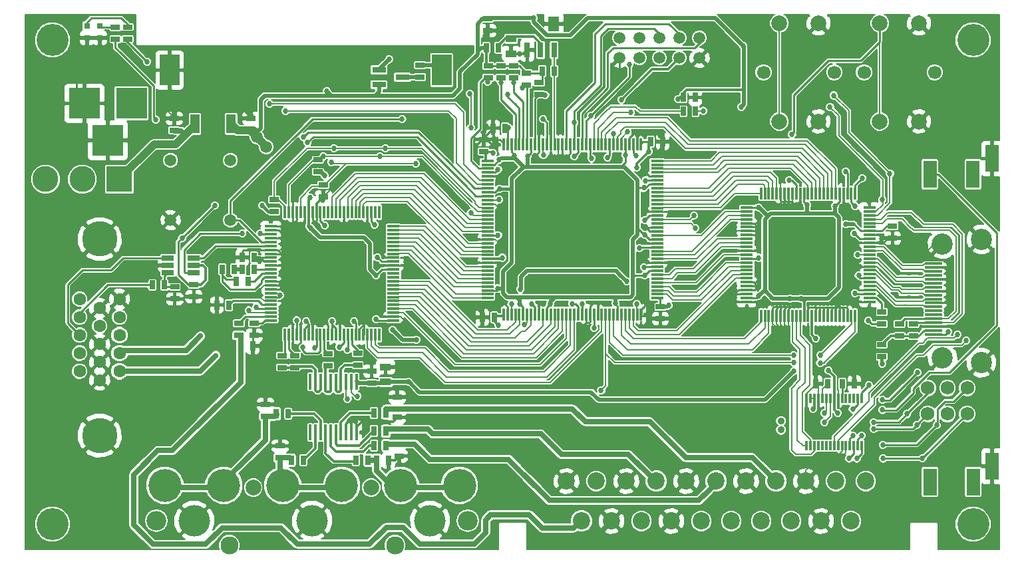
<source format=gtl>
G04 #@! TF.FileFunction,Copper,L1,Top,Signal*
%FSLAX46Y46*%
G04 Gerber Fmt 4.6, Leading zero omitted, Abs format (unit mm)*
G04 Created by KiCad (PCBNEW 4.0.5+dfsg1-4) date Mon Jul  3 23:41:30 2017*
%MOMM*%
%LPD*%
G01*
G04 APERTURE LIST*
%ADD10C,0.150000*%
%ADD11R,0.300000X1.200000*%
%ADD12R,0.700000X1.900000*%
%ADD13R,1.400000X1.900000*%
%ADD14C,1.506220*%
%ADD15C,4.064000*%
%ADD16C,1.500000*%
%ADD17R,1.560000X0.650000*%
%ADD18C,1.600000*%
%ADD19C,4.500000*%
%ADD20R,1.200000X2.400000*%
%ADD21R,3.300000X2.400000*%
%ADD22R,1.800860X0.800100*%
%ADD23R,0.400000X2.000000*%
%ADD24R,0.300000X1.600000*%
%ADD25R,1.600000X0.300000*%
%ADD26C,2.200000*%
%ADD27C,2.000000*%
%ADD28C,1.700000*%
%ADD29C,2.300000*%
%ADD30C,4.200000*%
%ADD31C,4.000000*%
%ADD32O,2.500000X2.500000*%
%ADD33R,4.000000X4.000000*%
%ADD34R,0.797560X0.797560*%
%ADD35R,1.397000X0.889000*%
%ADD36R,1.143000X0.635000*%
%ADD37R,0.635000X1.143000*%
%ADD38R,1.700000X3.500000*%
%ADD39R,3.300000X3.300000*%
%ADD40C,3.300000*%
%ADD41R,2.500000X4.000000*%
%ADD42R,6.700000X6.700000*%
%ADD43C,0.690000*%
%ADD44R,6.200000X6.200000*%
%ADD45C,2.700000*%
%ADD46R,2.200000X0.300000*%
%ADD47C,1.750000*%
%ADD48R,1.600000X0.400000*%
%ADD49R,0.700000X0.200000*%
%ADD50C,0.900000*%
%ADD51C,0.686000*%
%ADD52C,0.200000*%
%ADD53C,0.180000*%
%ADD54C,0.220000*%
%ADD55C,0.250000*%
%ADD56C,0.300000*%
%ADD57C,0.500000*%
%ADD58C,0.400000*%
%ADD59C,1.000000*%
%ADD60C,0.350000*%
%ADD61C,0.640000*%
%ADD62C,0.700000*%
G04 APERTURE END LIST*
D10*
D11*
X107122000Y-72230000D03*
X107622000Y-72230000D03*
X108122000Y-72230000D03*
X108622000Y-72230000D03*
X109122000Y-72230000D03*
X109622000Y-72230000D03*
X110122000Y-72230000D03*
X110622000Y-72230000D03*
X111122000Y-72230000D03*
X111622000Y-72230000D03*
X112122000Y-72230000D03*
X112622000Y-72230000D03*
X113122000Y-72230000D03*
X113622000Y-72230000D03*
X114122000Y-72230000D03*
X114122000Y-66230000D03*
X113622000Y-66230000D03*
X113122000Y-66230000D03*
X112622000Y-66230000D03*
X112122000Y-66230000D03*
X111622000Y-66230000D03*
X111122000Y-66230000D03*
X110622000Y-66230000D03*
X110122000Y-66230000D03*
X109622000Y-66230000D03*
X109122000Y-66230000D03*
X108622000Y-66230000D03*
X108122000Y-66230000D03*
X107622000Y-66230000D03*
X107122000Y-66230000D03*
D12*
X74964100Y-21860500D03*
X73264100Y-21860500D03*
X71564100Y-21860500D03*
D13*
X74944100Y-18510500D03*
D14*
X93480000Y-20320000D03*
X93480000Y-22860000D03*
X90940000Y-20320000D03*
X90940000Y-22860000D03*
X88400000Y-20320000D03*
X88400000Y-22860000D03*
X85860000Y-20320000D03*
X85860000Y-22860000D03*
X83320000Y-20320000D03*
X83320000Y-22860000D03*
D15*
X11130000Y-20600000D03*
X11130000Y-82200000D03*
X128300000Y-82200000D03*
X128300000Y-20600000D03*
D16*
X33804500Y-43509300D03*
X33804500Y-35889300D03*
X26184500Y-35889300D03*
X26184500Y-43509300D03*
D17*
X29143300Y-49287800D03*
X25843300Y-48337800D03*
X25843300Y-49287800D03*
X25843300Y-50237800D03*
X29143300Y-50237800D03*
X29143300Y-48337800D03*
D18*
X17155500Y-59295400D03*
X17155500Y-57005400D03*
X17155500Y-54715400D03*
X19695500Y-62735400D03*
X19695500Y-60445400D03*
X19695500Y-58155400D03*
X19695500Y-55865400D03*
X19695500Y-53575400D03*
X17155500Y-63875400D03*
X17155500Y-61585400D03*
X14615500Y-62735400D03*
X14615500Y-60445400D03*
X14615500Y-58155400D03*
X14615500Y-55865400D03*
X14615500Y-53575400D03*
D19*
X17155500Y-70915400D03*
X17155500Y-45915400D03*
D20*
X31577000Y-31256000D03*
X29277000Y-31256000D03*
X33877000Y-31256000D03*
D21*
X31577000Y-24056000D03*
D22*
X52691860Y-24379000D03*
X52691860Y-26279000D03*
X55694140Y-25329000D03*
D23*
X43963000Y-70544000D03*
X44613000Y-70544000D03*
X45263000Y-70544000D03*
X45913000Y-70544000D03*
X46563000Y-70544000D03*
X47213000Y-70544000D03*
X47863000Y-70544000D03*
X48513000Y-70544000D03*
X49163000Y-70544000D03*
X49813000Y-70544000D03*
X49813000Y-64104000D03*
X49163000Y-64104000D03*
X48513000Y-64104000D03*
X47863000Y-64104000D03*
X47213000Y-64104000D03*
X46563000Y-64104000D03*
X45913000Y-64104000D03*
X45263000Y-64104000D03*
X44613000Y-64104000D03*
X43963000Y-64104000D03*
D24*
X101300000Y-55700000D03*
X101800000Y-55700000D03*
X102300000Y-55700000D03*
X102800000Y-55700000D03*
X103300000Y-55700000D03*
X103800000Y-55700000D03*
X104300000Y-55700000D03*
X104800000Y-55700000D03*
X105300000Y-55700000D03*
X105800000Y-55700000D03*
X106300000Y-55700000D03*
X106800000Y-55700000D03*
X107300000Y-55700000D03*
X107800000Y-55700000D03*
X108300000Y-55700000D03*
X108800000Y-55700000D03*
X109300000Y-55700000D03*
X109800000Y-55700000D03*
X110300000Y-55700000D03*
X110800000Y-55700000D03*
X111300000Y-55700000D03*
X111800000Y-55700000D03*
X112300000Y-55700000D03*
X112800000Y-55700000D03*
X113300000Y-55700000D03*
D25*
X115100000Y-53900000D03*
X115100000Y-53400000D03*
X115100000Y-52900000D03*
X115100000Y-52400000D03*
X115100000Y-51900000D03*
X115100000Y-51400000D03*
X115100000Y-50900000D03*
X115100000Y-50400000D03*
X115100000Y-49900000D03*
X115100000Y-49400000D03*
X115100000Y-48900000D03*
X115100000Y-48400000D03*
X115100000Y-47900000D03*
X115100000Y-47400000D03*
X115100000Y-46900000D03*
X115100000Y-46400000D03*
X115100000Y-45900000D03*
X115100000Y-45400000D03*
X115100000Y-44900000D03*
X115100000Y-44400000D03*
X115100000Y-43900000D03*
X115100000Y-43400000D03*
X115100000Y-42900000D03*
X115100000Y-42400000D03*
X115100000Y-41900000D03*
D24*
X113300000Y-40100000D03*
X112800000Y-40100000D03*
X112300000Y-40100000D03*
X111800000Y-40100000D03*
X111300000Y-40100000D03*
X110800000Y-40100000D03*
X110300000Y-40100000D03*
X109800000Y-40100000D03*
X109300000Y-40100000D03*
X108800000Y-40100000D03*
X108300000Y-40100000D03*
X107800000Y-40100000D03*
X107300000Y-40100000D03*
X106800000Y-40100000D03*
X106300000Y-40100000D03*
X105800000Y-40100000D03*
X105300000Y-40100000D03*
X104800000Y-40100000D03*
X104300000Y-40100000D03*
X103800000Y-40100000D03*
X103300000Y-40100000D03*
X102800000Y-40100000D03*
X102300000Y-40100000D03*
X101800000Y-40100000D03*
X101300000Y-40100000D03*
D25*
X99500000Y-41900000D03*
X99500000Y-42400000D03*
X99500000Y-42900000D03*
X99500000Y-43400000D03*
X99500000Y-43900000D03*
X99500000Y-44400000D03*
X99500000Y-44900000D03*
X99500000Y-45400000D03*
X99500000Y-45900000D03*
X99500000Y-46400000D03*
X99500000Y-46900000D03*
X99500000Y-47400000D03*
X99500000Y-47900000D03*
X99500000Y-48400000D03*
X99500000Y-48900000D03*
X99500000Y-49400000D03*
X99500000Y-49900000D03*
X99500000Y-50400000D03*
X99500000Y-50900000D03*
X99500000Y-51400000D03*
X99500000Y-51900000D03*
X99500000Y-52400000D03*
X99500000Y-52900000D03*
X99500000Y-53400000D03*
X99500000Y-53900000D03*
D26*
X112754600Y-81821200D03*
X110849600Y-76741200D03*
X108944600Y-81821200D03*
X107039600Y-76741200D03*
X105134600Y-81821200D03*
X103229600Y-76741200D03*
X101324600Y-81821200D03*
X99419600Y-76741200D03*
X97514600Y-81821200D03*
X95609600Y-76741200D03*
X93704600Y-81821200D03*
X91799600Y-76741200D03*
X78464600Y-81821200D03*
X87989600Y-76741200D03*
X89894600Y-81821200D03*
X84179600Y-76741200D03*
X86084600Y-81821200D03*
X80369600Y-76741200D03*
X82274600Y-81821200D03*
X76559600Y-76741200D03*
X114659600Y-76741200D03*
D27*
X103631000Y-18450000D03*
X108631000Y-18450000D03*
X103631000Y-30950000D03*
X108631000Y-30950000D03*
D28*
X110631000Y-24700000D03*
X101631000Y-24700000D03*
D27*
X116418000Y-18450000D03*
X121418000Y-18450000D03*
X116418000Y-30950000D03*
X121418000Y-30950000D03*
D28*
X123418000Y-24700000D03*
X114418000Y-24700000D03*
D27*
X51696000Y-77576200D03*
X36696000Y-77576200D03*
D29*
X33662620Y-84920720D03*
X54729380Y-84920720D03*
D30*
X55446000Y-77276200D03*
X62946000Y-77276200D03*
X25446000Y-77276200D03*
X32946000Y-77276200D03*
D31*
X29196000Y-81776200D03*
X44196000Y-81776200D03*
X59196000Y-81776200D03*
D32*
X63996000Y-81776200D03*
X24396000Y-81776200D03*
D30*
X47946000Y-77276200D03*
X40446000Y-77276200D03*
D33*
X21202140Y-28649000D03*
X15202660Y-28649000D03*
X18202400Y-33348000D03*
D34*
X17179000Y-18795700D03*
X17179000Y-20294300D03*
X15549000Y-18795700D03*
X15549000Y-20294300D03*
D35*
X69494000Y-20408500D03*
X69494000Y-22313500D03*
X53538000Y-64107500D03*
X53538000Y-62202500D03*
D36*
X38262900Y-68477500D03*
X38262900Y-66953500D03*
D37*
X52410700Y-74078200D03*
X53934700Y-74078200D03*
D36*
X55280900Y-72008100D03*
X55280900Y-73532100D03*
X55001500Y-70128500D03*
X55001500Y-68604500D03*
X54997000Y-67547000D03*
X54997000Y-66023000D03*
X40104000Y-73777000D03*
X40104000Y-72253000D03*
D37*
X35301000Y-49779000D03*
X36825000Y-49779000D03*
X25397800Y-51764300D03*
X23873800Y-51764300D03*
D36*
X39370000Y-40894000D03*
X39370000Y-42418000D03*
X44931000Y-37368000D03*
X44931000Y-35844000D03*
X45616200Y-39013500D03*
X45616200Y-40537500D03*
D37*
X91463200Y-29666300D03*
X92987200Y-29666300D03*
D36*
X116693000Y-55199000D03*
X116693000Y-56723000D03*
X66609300Y-25399100D03*
X66609300Y-23875100D03*
X68222200Y-25411800D03*
X68222200Y-23887800D03*
X69835100Y-25411800D03*
X69835100Y-23887800D03*
X71448000Y-26288100D03*
X71448000Y-24764100D03*
X73086300Y-27520000D03*
X73086300Y-25996000D03*
D37*
X73467300Y-24548200D03*
X74991300Y-24548200D03*
X67866600Y-21551000D03*
X66342600Y-21551000D03*
D36*
X19159000Y-18929000D03*
X19159000Y-20453000D03*
X20709000Y-18925000D03*
X20709000Y-20449000D03*
X57912000Y-23754000D03*
X57912000Y-25278000D03*
D37*
X35138700Y-59536700D03*
X36662700Y-59536700D03*
D36*
X116690000Y-60902000D03*
X116690000Y-59378000D03*
X120690000Y-58262000D03*
X120690000Y-56738000D03*
X118930000Y-58262000D03*
X118930000Y-56738000D03*
D37*
X39634500Y-68172700D03*
X41158500Y-68172700D03*
X51280400Y-74066000D03*
X49756400Y-74066000D03*
X53604500Y-72224000D03*
X52080500Y-72224000D03*
X53579100Y-70357100D03*
X52055100Y-70357100D03*
X53579100Y-68058400D03*
X52055100Y-68058400D03*
D36*
X40358400Y-62267200D03*
X40358400Y-60743200D03*
D37*
X41539000Y-74066000D03*
X43063000Y-74066000D03*
D36*
X34872000Y-58177800D03*
X34872000Y-56653800D03*
D37*
X32078000Y-54317000D03*
X33602000Y-54317000D03*
X36039000Y-51283000D03*
X34515000Y-51283000D03*
X32766000Y-49779000D03*
X34290000Y-49779000D03*
X36824000Y-48265000D03*
X35300000Y-48265000D03*
D36*
X26705900Y-52018300D03*
X26705900Y-53542300D03*
X26645000Y-32075000D03*
X26645000Y-30551000D03*
X66000000Y-34762000D03*
X66000000Y-33238000D03*
D37*
X68762000Y-31800000D03*
X67238000Y-31800000D03*
X67362000Y-55900000D03*
X65838000Y-55900000D03*
D36*
X66520400Y-17868000D03*
X66520400Y-19392000D03*
D37*
X92974500Y-27888300D03*
X91450500Y-27888300D03*
X87259000Y-33498000D03*
X88783000Y-33498000D03*
D36*
X88500000Y-54538000D03*
X88500000Y-56062000D03*
X118040000Y-44248000D03*
X118040000Y-45772000D03*
X36405000Y-32080000D03*
X36405000Y-30556000D03*
X51763000Y-64252000D03*
X51763000Y-62728000D03*
X29144300Y-51713500D03*
X29144300Y-53237500D03*
X46225800Y-62013200D03*
X46225800Y-60489200D03*
X49985000Y-61987800D03*
X49985000Y-60463800D03*
X41958600Y-62267200D03*
X41958600Y-60743200D03*
X36827800Y-56628400D03*
X36827800Y-58152400D03*
D38*
X122806000Y-76830000D03*
X128306000Y-76830000D03*
X130706000Y-74830000D03*
D39*
X19666000Y-38298000D03*
D40*
X14966000Y-38298000D03*
X10266000Y-38298000D03*
D41*
X60676200Y-24406600D03*
X26076200Y-24406600D03*
D37*
X111648000Y-64350000D03*
X113172000Y-64350000D03*
X109797000Y-64359000D03*
X108273000Y-64359000D03*
D38*
X122798000Y-37676000D03*
X128298000Y-37676000D03*
X130698000Y-35676000D03*
D24*
X86050000Y-33900000D03*
X85550000Y-33900000D03*
X85050000Y-33900000D03*
X84550000Y-33900000D03*
X84050000Y-33900000D03*
X83550000Y-33900000D03*
X83050000Y-33900000D03*
X82550000Y-33900000D03*
X82050000Y-33900000D03*
X81550000Y-33900000D03*
X81050000Y-33900000D03*
X80550000Y-33900000D03*
X80050000Y-33900000D03*
X79550000Y-33900000D03*
X79050000Y-33900000D03*
X78550000Y-33900000D03*
X78050000Y-33900000D03*
X77550000Y-33900000D03*
X77050000Y-33900000D03*
X76550000Y-33900000D03*
X76050000Y-33900000D03*
X75550000Y-33900000D03*
X75050000Y-33900000D03*
X74550000Y-33900000D03*
X74050000Y-33900000D03*
X73550000Y-33900000D03*
X73050000Y-33900000D03*
X72550000Y-33900000D03*
X72050000Y-33900000D03*
X71550000Y-33900000D03*
X71050000Y-33900000D03*
X70550000Y-33900000D03*
X70050000Y-33900000D03*
X69550000Y-33900000D03*
X69050000Y-33900000D03*
X68550000Y-33900000D03*
D25*
X66500000Y-35950000D03*
X66500000Y-36450000D03*
X66500000Y-36950000D03*
X66500000Y-37450000D03*
X66500000Y-37950000D03*
X66500000Y-38450000D03*
X66500000Y-38950000D03*
X66500000Y-39450000D03*
X66500000Y-39950000D03*
X66500000Y-40450000D03*
X66500000Y-40950000D03*
X66500000Y-41450000D03*
X66500000Y-41950000D03*
X66500000Y-42450000D03*
X66500000Y-42950000D03*
X66500000Y-43450000D03*
X66500000Y-43950000D03*
X66500000Y-44450000D03*
X66500000Y-44950000D03*
X66500000Y-45450000D03*
X66500000Y-45950000D03*
X66500000Y-46450000D03*
X66500000Y-46950000D03*
X66500000Y-47450000D03*
X66500000Y-47950000D03*
X66500000Y-48450000D03*
X66500000Y-48950000D03*
X66500000Y-49450000D03*
X66500000Y-49950000D03*
X66500000Y-50450000D03*
X66500000Y-50950000D03*
X66500000Y-51450000D03*
X66500000Y-51950000D03*
X66500000Y-52450000D03*
X66500000Y-52950000D03*
X66500000Y-53450000D03*
D24*
X68550000Y-55500000D03*
X69050000Y-55500000D03*
X69550000Y-55500000D03*
X70050000Y-55500000D03*
X70550000Y-55500000D03*
X71050000Y-55500000D03*
X71550000Y-55500000D03*
X72050000Y-55500000D03*
X72550000Y-55500000D03*
X73050000Y-55500000D03*
X73550000Y-55500000D03*
X74050000Y-55500000D03*
X74550000Y-55500000D03*
X75050000Y-55500000D03*
X75550000Y-55500000D03*
X76050000Y-55500000D03*
X76550000Y-55500000D03*
X77050000Y-55500000D03*
X77550000Y-55500000D03*
X78050000Y-55500000D03*
X78550000Y-55500000D03*
X79050000Y-55500000D03*
X79550000Y-55500000D03*
X80050000Y-55500000D03*
X80550000Y-55500000D03*
X81050000Y-55500000D03*
X81550000Y-55500000D03*
X82050000Y-55500000D03*
X82550000Y-55500000D03*
X83050000Y-55500000D03*
X83550000Y-55500000D03*
X84050000Y-55500000D03*
X84550000Y-55500000D03*
X85050000Y-55500000D03*
X85550000Y-55500000D03*
X86050000Y-55500000D03*
D25*
X88100000Y-53450000D03*
X88100000Y-52950000D03*
X88100000Y-52450000D03*
X88100000Y-51950000D03*
X88100000Y-51450000D03*
X88100000Y-50950000D03*
X88100000Y-50450000D03*
X88100000Y-49950000D03*
X88100000Y-49450000D03*
X88100000Y-48950000D03*
X88100000Y-48450000D03*
X88100000Y-47950000D03*
X88100000Y-47450000D03*
X88100000Y-46950000D03*
X88100000Y-46450000D03*
X88100000Y-45950000D03*
X88100000Y-45450000D03*
X88100000Y-44950000D03*
X88100000Y-44450000D03*
X88100000Y-43950000D03*
X88100000Y-43450000D03*
X88100000Y-42950000D03*
X88100000Y-42450000D03*
X88100000Y-41950000D03*
X88100000Y-41450000D03*
X88100000Y-40950000D03*
X88100000Y-40450000D03*
X88100000Y-39950000D03*
X88100000Y-39450000D03*
X88100000Y-38950000D03*
X88100000Y-38450000D03*
X88100000Y-37950000D03*
X88100000Y-37450000D03*
X88100000Y-36950000D03*
X88100000Y-36450000D03*
X88100000Y-35950000D03*
D42*
X77300000Y-44700000D03*
D43*
X79850000Y-42150000D03*
X79850000Y-43000000D03*
X79850000Y-43850000D03*
X79850000Y-44700000D03*
X79850000Y-45550000D03*
X79850000Y-46400000D03*
X79850000Y-47250000D03*
X79000000Y-42150000D03*
X79000000Y-43000000D03*
X79000000Y-43850000D03*
X79000000Y-44700000D03*
X79000000Y-45550000D03*
X79000000Y-46400000D03*
X79000000Y-47250000D03*
X78150000Y-42150000D03*
X78150000Y-43000000D03*
X78150000Y-46400000D03*
X78150000Y-47250000D03*
X77300000Y-42150000D03*
X77300000Y-43000000D03*
X77300000Y-46400000D03*
X77300000Y-47250000D03*
X76450000Y-42150000D03*
X76450000Y-43000000D03*
X76450000Y-46400000D03*
X76450000Y-47250000D03*
X75600000Y-42150000D03*
X75600000Y-43000000D03*
X75600000Y-43850000D03*
X75600000Y-44700000D03*
X75600000Y-45550000D03*
X75600000Y-46400000D03*
X75600000Y-47250000D03*
X74750000Y-42150000D03*
X74750000Y-43000000D03*
X74750000Y-43850000D03*
X74750000Y-44700000D03*
X74750000Y-45550000D03*
X74750000Y-46400000D03*
X74750000Y-47250000D03*
D26*
X77300000Y-44700000D03*
D24*
X40736000Y-58092000D03*
X41236000Y-58092000D03*
X41736000Y-58092000D03*
X42236000Y-58092000D03*
X42736000Y-58092000D03*
X43236000Y-58092000D03*
X43736000Y-58092000D03*
X44236000Y-58092000D03*
X44736000Y-58092000D03*
X45236000Y-58092000D03*
X45736000Y-58092000D03*
X46236000Y-58092000D03*
X46736000Y-58092000D03*
X47236000Y-58092000D03*
X47736000Y-58092000D03*
X48236000Y-58092000D03*
X48736000Y-58092000D03*
X49236000Y-58092000D03*
X49736000Y-58092000D03*
X50236000Y-58092000D03*
X50736000Y-58092000D03*
X51236000Y-58092000D03*
X51736000Y-58092000D03*
X52236000Y-58092000D03*
X52736000Y-58092000D03*
D25*
X54536000Y-56292000D03*
X54536000Y-55792000D03*
X54536000Y-55292000D03*
X54536000Y-54792000D03*
X54536000Y-54292000D03*
X54536000Y-53792000D03*
X54536000Y-53292000D03*
X54536000Y-52792000D03*
X54536000Y-52292000D03*
X54536000Y-51792000D03*
X54536000Y-51292000D03*
X54536000Y-50792000D03*
X54536000Y-50292000D03*
X54536000Y-49792000D03*
X54536000Y-49292000D03*
X54536000Y-48792000D03*
X54536000Y-48292000D03*
X54536000Y-47792000D03*
X54536000Y-47292000D03*
X54536000Y-46792000D03*
X54536000Y-46292000D03*
X54536000Y-45792000D03*
X54536000Y-45292000D03*
X54536000Y-44792000D03*
X54536000Y-44292000D03*
D24*
X52736000Y-42492000D03*
X52236000Y-42492000D03*
X51736000Y-42492000D03*
X51236000Y-42492000D03*
X50736000Y-42492000D03*
X50236000Y-42492000D03*
X49736000Y-42492000D03*
X49236000Y-42492000D03*
X48736000Y-42492000D03*
X48236000Y-42492000D03*
X47736000Y-42492000D03*
X47236000Y-42492000D03*
X46736000Y-42492000D03*
X46236000Y-42492000D03*
X45736000Y-42492000D03*
X45236000Y-42492000D03*
X44736000Y-42492000D03*
X44236000Y-42492000D03*
X43736000Y-42492000D03*
X43236000Y-42492000D03*
X42736000Y-42492000D03*
X42236000Y-42492000D03*
X41736000Y-42492000D03*
X41236000Y-42492000D03*
X40736000Y-42492000D03*
D25*
X38936000Y-44292000D03*
X38936000Y-44792000D03*
X38936000Y-45292000D03*
X38936000Y-45792000D03*
X38936000Y-46292000D03*
X38936000Y-46792000D03*
X38936000Y-47292000D03*
X38936000Y-47792000D03*
X38936000Y-48292000D03*
X38936000Y-48792000D03*
X38936000Y-49292000D03*
X38936000Y-49792000D03*
X38936000Y-50292000D03*
X38936000Y-50792000D03*
X38936000Y-51292000D03*
X38936000Y-51792000D03*
X38936000Y-52292000D03*
X38936000Y-52792000D03*
X38936000Y-53292000D03*
X38936000Y-53792000D03*
X38936000Y-54292000D03*
X38936000Y-54792000D03*
X38936000Y-55292000D03*
X38936000Y-55792000D03*
X38936000Y-56292000D03*
D44*
X46736000Y-50292000D03*
D43*
X44336000Y-52692000D03*
X44336000Y-51892000D03*
X44336000Y-51092000D03*
X44336000Y-50292000D03*
X44336000Y-49492000D03*
X44336000Y-48692000D03*
X44336000Y-47892000D03*
X45136000Y-52692000D03*
X45136000Y-51892000D03*
X45136000Y-51092000D03*
X45136000Y-50292000D03*
X45136000Y-49492000D03*
X45136000Y-48692000D03*
X45136000Y-47892000D03*
X45936000Y-52692000D03*
X45936000Y-51892000D03*
X45936000Y-48692000D03*
X45936000Y-47892000D03*
X46736000Y-52692000D03*
X46736000Y-51892000D03*
X46736000Y-48692000D03*
X46736000Y-47892000D03*
X47536000Y-52692000D03*
X47536000Y-51892000D03*
X47536000Y-48692000D03*
X47536000Y-47892000D03*
X48336000Y-52692000D03*
X48336000Y-51892000D03*
X48336000Y-51092000D03*
X48336000Y-50292000D03*
X48336000Y-49492000D03*
X48336000Y-48692000D03*
X48336000Y-47892000D03*
X49136000Y-52692000D03*
X49136000Y-51892000D03*
X49136000Y-51092000D03*
X49136000Y-50292000D03*
X49136000Y-49492000D03*
X49136000Y-48692000D03*
X49136000Y-47892000D03*
D27*
X46736000Y-50292000D03*
D45*
X124400000Y-46550000D03*
X124400000Y-61050000D03*
X129350000Y-61650000D03*
X129350000Y-45950000D03*
D46*
X123300000Y-49050000D03*
X123300000Y-49550000D03*
X123300000Y-50050000D03*
X123300000Y-50550000D03*
X123300000Y-51050000D03*
X123300000Y-51550000D03*
X123300000Y-52050000D03*
X123300000Y-52550000D03*
X123300000Y-53050000D03*
X123300000Y-53550000D03*
X123300000Y-54050000D03*
X123300000Y-54550000D03*
X123300000Y-55050000D03*
X123300000Y-55550000D03*
X123300000Y-56050000D03*
X123300000Y-56550000D03*
X123300000Y-57050000D03*
X123300000Y-57550000D03*
X123300000Y-58050000D03*
D47*
X127540000Y-64870000D03*
X125040000Y-64870000D03*
X122540000Y-64870000D03*
X127540000Y-68170000D03*
X125040000Y-68170000D03*
X122540000Y-68170000D03*
D48*
X120120000Y-53310000D03*
D49*
X120569700Y-54310000D03*
X120569700Y-53810000D03*
X120569700Y-52810000D03*
X120569700Y-52310000D03*
X119670300Y-54310000D03*
X119670300Y-53810000D03*
X119670300Y-52310000D03*
X119670300Y-52810000D03*
D48*
X120120000Y-53310000D03*
X120120000Y-50310000D03*
D49*
X120569700Y-51310000D03*
X120569700Y-50810000D03*
X120569700Y-49810000D03*
X120569700Y-49310000D03*
X119670300Y-51310000D03*
X119670300Y-50810000D03*
X119670300Y-49310000D03*
X119670300Y-49810000D03*
D48*
X120120000Y-50310000D03*
D50*
X103861000Y-70197000D03*
X103861000Y-69097000D03*
D51*
X84323000Y-32288000D03*
X84732200Y-29806000D03*
X108848000Y-60705000D03*
X105453000Y-60701000D03*
X43617000Y-33642000D03*
X24312000Y-30690000D03*
X23205000Y-23348000D03*
X43043000Y-32918000D03*
X127430000Y-58850000D03*
X117714100Y-37557100D03*
X45599000Y-35400000D03*
X52818000Y-35391000D03*
X110562000Y-27638000D03*
X116710000Y-40910000D03*
X126320000Y-58080000D03*
X46943000Y-34376000D03*
X110094000Y-29135000D03*
X53534000Y-34370000D03*
X69098500Y-27469200D03*
X69847800Y-25996000D03*
X68209500Y-25945200D03*
X66507700Y-25932500D03*
X73848300Y-27570800D03*
X70901900Y-26681800D03*
X84590000Y-23679000D03*
X79665000Y-30246000D03*
X77541000Y-31105000D03*
X80061000Y-57252000D03*
X83576500Y-28167700D03*
X85428000Y-35326000D03*
X69187000Y-31768000D03*
X85496400Y-54178200D03*
X69596000Y-54152800D03*
X70700000Y-52300000D03*
X84200000Y-51300000D03*
X67200000Y-35000000D03*
X85500000Y-36800000D03*
X87046000Y-34757000D03*
X67900000Y-56900000D03*
X89535000Y-54356000D03*
X86556000Y-45389000D03*
X86517000Y-50546000D03*
X86403000Y-39400000D03*
X84087000Y-35223000D03*
X68021200Y-39522400D03*
X67843400Y-52197000D03*
X70586600Y-54178200D03*
X67995800Y-35839400D03*
X71595000Y-35377000D03*
X82804000Y-54102000D03*
X69900800Y-35306000D03*
X74498200Y-54152800D03*
X82516000Y-32537000D03*
X114971000Y-56319000D03*
X111090000Y-68070000D03*
X105471000Y-62728000D03*
X109899000Y-62678000D03*
X112100000Y-44000000D03*
X40117100Y-53097800D03*
X56460000Y-64108000D03*
X57440000Y-58720000D03*
X54432000Y-57465000D03*
X46736000Y-56388000D03*
X100968000Y-53185000D03*
X101000000Y-41900000D03*
X106400000Y-53500000D03*
X105000000Y-53500000D03*
X110700000Y-41700000D03*
X107200000Y-41600000D03*
X107930000Y-67540000D03*
X108306000Y-58560000D03*
D16*
X37165000Y-32898000D03*
X38353000Y-34188000D03*
D51*
X45819000Y-44196000D03*
X37826000Y-41651000D03*
X31814000Y-41628000D03*
X45811000Y-37856000D03*
X67843400Y-45440600D03*
X68377000Y-48296000D03*
X27634000Y-45815000D03*
X73607000Y-35245000D03*
X98826000Y-29083000D03*
X99065000Y-21336000D03*
X85839000Y-47092000D03*
X86407000Y-49511000D03*
X86558000Y-43510000D03*
X86624000Y-38476000D03*
X77553000Y-35406000D03*
X90790100Y-28104200D03*
X46073400Y-27113600D03*
X52486900Y-48246400D03*
X52118600Y-44080800D03*
X72400500Y-17800000D03*
X72110600Y-54178200D03*
X104900000Y-38400000D03*
X112100000Y-37300000D03*
X101000000Y-48300000D03*
X52324000Y-56134000D03*
X78587600Y-54178200D03*
X67843400Y-37084000D03*
X67995800Y-40894000D03*
X125140000Y-57710000D03*
X114180000Y-38160000D03*
X43979000Y-44493000D03*
X43939800Y-40651800D03*
X52324000Y-50546000D03*
X29982500Y-58279400D03*
X31938300Y-60743200D03*
X97050000Y-65190000D03*
X99060000Y-65200000D03*
X99120000Y-67790000D03*
X99110000Y-69830000D03*
X104020000Y-37680000D03*
X105000000Y-59880000D03*
X121700000Y-48210000D03*
X118510000Y-53040000D03*
X118550000Y-55450000D03*
X118800000Y-50200000D03*
X121710000Y-59920000D03*
X119250000Y-59910000D03*
X115250000Y-63330000D03*
X104230000Y-67260000D03*
X107980000Y-68440000D03*
X111700000Y-62840000D03*
X59329000Y-64267000D03*
X58527000Y-63383000D03*
X82700000Y-67772000D03*
X81481000Y-67780000D03*
X80193000Y-67788000D03*
X30770000Y-34854000D03*
X29581000Y-34785000D03*
X28590000Y-34069000D03*
X29604000Y-33581000D03*
X30777000Y-33581000D03*
X35448000Y-25542000D03*
X34214000Y-25489000D03*
X34221000Y-24270000D03*
X35410000Y-24277000D03*
X35425000Y-23111000D03*
X34267000Y-23119000D03*
X61276000Y-31913000D03*
X61128000Y-33673000D03*
X60190000Y-32781000D03*
X59265000Y-31993000D03*
X66385000Y-31608000D03*
X51458000Y-31486000D03*
X48997000Y-33658000D03*
X41628000Y-31593000D03*
X39811000Y-33296000D03*
X41457000Y-34770000D03*
X43480000Y-35565000D03*
X73533000Y-84475000D03*
X120564000Y-43632000D03*
X119421000Y-45027000D03*
X8896000Y-48748000D03*
X12960000Y-48971000D03*
X114996000Y-55321000D03*
X35330000Y-29051000D03*
X35425000Y-27912000D03*
X35448000Y-26754000D03*
X28404000Y-22974000D03*
X28404000Y-24014000D03*
X28404000Y-25055000D03*
X27958000Y-27203000D03*
X27973000Y-28354000D03*
X27935000Y-29535000D03*
X26784000Y-29535000D03*
X26830000Y-28316000D03*
X26815000Y-27219000D03*
X25611000Y-27249000D03*
X25618000Y-28377000D03*
X25634000Y-29451000D03*
X63307000Y-27793000D03*
X65232000Y-25156000D03*
X65263000Y-24216000D03*
X78326000Y-56982000D03*
X100995000Y-49408000D03*
X101006000Y-50724000D03*
X82612000Y-60590000D03*
X83588000Y-62534000D03*
X90700000Y-62800000D03*
X101796000Y-62454000D03*
X100696000Y-62555000D03*
X95429000Y-62602000D03*
X97738000Y-62591000D03*
X81747000Y-21069000D03*
X100405000Y-55195000D03*
X41910000Y-40894000D03*
X35673000Y-38119000D03*
X36629000Y-37212000D03*
X37650000Y-36176000D03*
X61468000Y-39690000D03*
X48707000Y-37490000D03*
X58548000Y-59066000D03*
X60484000Y-59135000D03*
X62553000Y-61200000D03*
X77175000Y-62690000D03*
X75590400Y-54127400D03*
X44318000Y-38546000D03*
X47254000Y-38877000D03*
X67871000Y-47130000D03*
X67900000Y-43900000D03*
X67900000Y-43000000D03*
X67900000Y-42200000D03*
X67986000Y-49256000D03*
X63848000Y-54441000D03*
X65048000Y-54521000D03*
X23912000Y-50307000D03*
X22814000Y-50300000D03*
X113881000Y-49400000D03*
X69469000Y-52177000D03*
X69545000Y-51064000D03*
X40930000Y-44242000D03*
X41443000Y-45441000D03*
X41737000Y-46518000D03*
X43698000Y-45659000D03*
X51984000Y-54254000D03*
X51979000Y-53167000D03*
X51979000Y-51887000D03*
X51064000Y-51308000D03*
X51069000Y-52578000D03*
X51054000Y-53828000D03*
X52227000Y-45659000D03*
X51333000Y-44831000D03*
X47630000Y-44836000D03*
X48875000Y-44826000D03*
X50135000Y-44811000D03*
X42603000Y-51907000D03*
X42596000Y-50764000D03*
X42634000Y-49507000D03*
X42657000Y-48402000D03*
X101000000Y-47000000D03*
X97978000Y-53969000D03*
X30053000Y-60371000D03*
X28651000Y-66081000D03*
X37810000Y-74280000D03*
X45263000Y-74737000D03*
X34138000Y-70744000D03*
X25136000Y-61549000D03*
X27757000Y-58278000D03*
X59036000Y-75175000D03*
X56693000Y-66271000D03*
X57390000Y-68854000D03*
X58994000Y-71803000D03*
X88440000Y-32771000D03*
X57328000Y-43404000D03*
X57226000Y-50018000D03*
X40523000Y-38908000D03*
X85288000Y-25471000D03*
X82977000Y-25552000D03*
X80691000Y-35342000D03*
X78895000Y-35237000D03*
X108265000Y-41567000D03*
X32690000Y-46036000D03*
X77038000Y-21199000D03*
X76901000Y-18600000D03*
X69947000Y-19116000D03*
X66203000Y-20081000D03*
X111115000Y-54258000D03*
X86591000Y-37404000D03*
X86346000Y-46318000D03*
X84696000Y-44818000D03*
X86479000Y-48360000D03*
X86567000Y-41960000D03*
X84673000Y-41214000D03*
X42365000Y-44753900D03*
X42352300Y-44753900D03*
X42669800Y-47217700D03*
X42707900Y-45909600D03*
X70584400Y-22363800D03*
X45527300Y-40982000D03*
X114983600Y-41083600D03*
X40167900Y-51688100D03*
X53134600Y-46709700D03*
X50556500Y-44030000D03*
X42034800Y-59600200D03*
X85568000Y-32634000D03*
X75700000Y-52500000D03*
X72572000Y-35329000D03*
X67843400Y-38404800D03*
X64947800Y-45643800D03*
X64947800Y-48691800D03*
X113131600Y-46913800D03*
X68300600Y-54178200D03*
X73533000Y-54178200D03*
X81584800Y-54102000D03*
X92303600Y-52044600D03*
X92329000Y-49098200D03*
X92329000Y-50825400D03*
X89916000Y-56946800D03*
X105800000Y-41600000D03*
X112300000Y-41700000D03*
X86500000Y-51500000D03*
X76400000Y-48900000D03*
X74400000Y-48900000D03*
X82400000Y-46800000D03*
X82400000Y-48600000D03*
X80300000Y-48900000D03*
X78400000Y-48900000D03*
X82400000Y-44800000D03*
X82400000Y-42900000D03*
X68707000Y-40208200D03*
X71170800Y-56845200D03*
X97960000Y-44900000D03*
X105800000Y-54300000D03*
X112200000Y-42700000D03*
X109700000Y-44000000D03*
X105900000Y-43800000D03*
X104700000Y-41800000D03*
X103600000Y-41800000D03*
X103600000Y-46000000D03*
X103600000Y-49400000D03*
X75700000Y-37500000D03*
X65000000Y-34000000D03*
X70800000Y-38500000D03*
X72100000Y-48600000D03*
X72100000Y-46700000D03*
X72100000Y-50800000D03*
X73450000Y-50800000D03*
X74950000Y-50800000D03*
X76500000Y-50800000D03*
X78050000Y-50800000D03*
X79450000Y-50800000D03*
X80750000Y-50800000D03*
X81950000Y-50850000D03*
X82400000Y-41200000D03*
X78816200Y-39801800D03*
X81000000Y-39800000D03*
X77400000Y-39800000D03*
X73400000Y-39800000D03*
X75400000Y-39800000D03*
X72100000Y-44800000D03*
X72100000Y-42700000D03*
X72100000Y-40900000D03*
X83900000Y-52500000D03*
X82900000Y-52500000D03*
X82000000Y-52500000D03*
X81050000Y-52500000D03*
X74800000Y-52500000D03*
X67300000Y-34100000D03*
X86900000Y-56700000D03*
X51054000Y-56388000D03*
X47752000Y-56388000D03*
X45466000Y-56388000D03*
X52324000Y-49276000D03*
X52324000Y-55118000D03*
X75735000Y-35437000D03*
X86681000Y-44463000D03*
X44543000Y-59767000D03*
X47673600Y-59651000D03*
X36118800Y-54991000D03*
X37084000Y-54610000D03*
X113258600Y-52806600D03*
X113645000Y-47926000D03*
X113741200Y-50571400D03*
X113184000Y-45236000D03*
X81788000Y-35557000D03*
X113300000Y-41700000D03*
X55649200Y-30644200D03*
X73590000Y-30644000D03*
X79756000Y-35610800D03*
X77292200Y-54152800D03*
X93965100Y-29590100D03*
X43000000Y-59701800D03*
X48664200Y-59981200D03*
X35306000Y-45212000D03*
X37592000Y-45212000D03*
X40810000Y-29590100D03*
X38796300Y-28713800D03*
X105263000Y-32598000D03*
X92964000Y-44521000D03*
X92774000Y-42931000D03*
X37479000Y-48745000D03*
X49530000Y-56388000D03*
X42225300Y-56260100D03*
X43434000Y-56388000D03*
X48706000Y-66277000D03*
X49957000Y-65908000D03*
X108833000Y-61692000D03*
X105456000Y-61628000D03*
X57371000Y-36332000D03*
X80970000Y-65197000D03*
X46608000Y-36111000D03*
X53972000Y-23020000D03*
X64262000Y-27402000D03*
X64378000Y-31758000D03*
X64381000Y-42577000D03*
X116710000Y-61790000D03*
X109385000Y-69243000D03*
X109377000Y-68077000D03*
X121860000Y-73850000D03*
X116860000Y-73860000D03*
X112980000Y-67590000D03*
X121120000Y-69580000D03*
X115640000Y-70090000D03*
X123660000Y-69620000D03*
X116800000Y-72120000D03*
X115020000Y-64520000D03*
X119900000Y-68190000D03*
X115640000Y-69240000D03*
X113510000Y-73860000D03*
X116760000Y-67680000D03*
X112510000Y-73860000D03*
X114110000Y-70920000D03*
X116760000Y-66400000D03*
X121210000Y-62910000D03*
X113000000Y-70920000D03*
D52*
X83550000Y-33900000D02*
X83550000Y-33061000D01*
X83550000Y-33061000D02*
X84323000Y-32288000D01*
X91463200Y-29666300D02*
X85926000Y-29666300D01*
X85341800Y-29082100D02*
X82171900Y-29082100D01*
X85926000Y-29666300D02*
X85341800Y-29082100D01*
X81526000Y-29728000D02*
X81526000Y-29726000D01*
X82176000Y-29078000D02*
X82171900Y-29082100D01*
X82171900Y-29082100D02*
X81526000Y-29728000D01*
X80050000Y-31202000D02*
X80050000Y-33900000D01*
X81526000Y-29726000D02*
X80050000Y-31202000D01*
X81759000Y-29493000D02*
X81526000Y-29726000D01*
X82549000Y-29806000D02*
X84732200Y-29806000D01*
X80551200Y-31839000D02*
X80551200Y-31803800D01*
X80551200Y-31803800D02*
X82549000Y-29806000D01*
D53*
X80551200Y-31867000D02*
X80551200Y-31839000D01*
X80551200Y-31839000D02*
X80551200Y-32148800D01*
X80551200Y-32148800D02*
X80551200Y-33714500D01*
X80551200Y-31848800D02*
X80551200Y-31867000D01*
X83548400Y-58148400D02*
X83548400Y-55685500D01*
X84700000Y-59300000D02*
X83548400Y-58148400D01*
X99700000Y-59300000D02*
X84700000Y-59300000D01*
X101813600Y-55647000D02*
X101813600Y-57186400D01*
X101813600Y-57186400D02*
X99700000Y-59300000D01*
X105282000Y-60700000D02*
X105452000Y-60700000D01*
X112811800Y-56742200D02*
X108854000Y-60700000D01*
X112811800Y-56742200D02*
X112811800Y-55647000D01*
X108853000Y-60700000D02*
X108854000Y-60700000D01*
X108848000Y-60705000D02*
X108853000Y-60700000D01*
X105452000Y-60700000D02*
X105453000Y-60701000D01*
X82049800Y-59049800D02*
X82049800Y-55685500D01*
X105316000Y-60700000D02*
X105282000Y-60700000D01*
X105282000Y-60700000D02*
X83700000Y-60700000D01*
X83700000Y-60700000D02*
X82049800Y-59049800D01*
X93056300Y-51443700D02*
X88285500Y-51443700D01*
X93056300Y-51443700D02*
X96600000Y-47900000D01*
X99553000Y-47900000D02*
X96600000Y-47900000D01*
X107300000Y-39100000D02*
X107300000Y-40153000D01*
X105100000Y-36900000D02*
X107300000Y-39100000D01*
X97200000Y-36900000D02*
X105100000Y-36900000D01*
X88285500Y-39454900D02*
X94645100Y-39454900D01*
X94645100Y-39454900D02*
X97200000Y-36900000D01*
X95851700Y-37448300D02*
X88285500Y-37448300D01*
X96900000Y-36400000D02*
X95851700Y-37448300D01*
X105400000Y-36400000D02*
X96900000Y-36400000D01*
X107782600Y-38782600D02*
X105400000Y-36400000D01*
X107782600Y-40153000D02*
X107782600Y-38782600D01*
X95547000Y-36953000D02*
X88285500Y-36953000D01*
X96600000Y-35900000D02*
X95547000Y-36953000D01*
X105700000Y-35900000D02*
X96600000Y-35900000D01*
X108290600Y-38490600D02*
X105700000Y-35900000D01*
X108290600Y-40153000D02*
X108290600Y-38490600D01*
X95242300Y-36457700D02*
X88285500Y-36457700D01*
X96300000Y-35400000D02*
X95242300Y-36457700D01*
X106000000Y-35400000D02*
X96300000Y-35400000D01*
X108798600Y-38198600D02*
X106000000Y-35400000D01*
X108798600Y-40153000D02*
X108798600Y-38198600D01*
X94950300Y-35949700D02*
X88285500Y-35949700D01*
X109306600Y-40153000D02*
X109306600Y-37906600D01*
X109306600Y-37906600D02*
X106300000Y-34900000D01*
X106300000Y-34900000D02*
X96000000Y-34900000D01*
X96000000Y-34900000D02*
X94950300Y-35949700D01*
D52*
X83458000Y-32482000D02*
X83458000Y-32483000D01*
X83458000Y-32482000D02*
X83458000Y-32141000D01*
X83458000Y-32141000D02*
X83938000Y-31661000D01*
X83938000Y-31661000D02*
X84239000Y-31661000D01*
D53*
X84239000Y-31661000D02*
X88961000Y-31661000D01*
X88961000Y-31661000D02*
X91700000Y-34400000D01*
X109789200Y-40153000D02*
X109789200Y-37589200D01*
X106600000Y-34400000D02*
X109789200Y-37589200D01*
X91700000Y-34400000D02*
X106600000Y-34400000D01*
D52*
X83050000Y-32891000D02*
X83050000Y-33900000D01*
X83458000Y-32483000D02*
X83050000Y-32891000D01*
D53*
X81554500Y-33714500D02*
X81554500Y-32616500D01*
X81554500Y-32616500D02*
X83104000Y-31067000D01*
X83104000Y-31067000D02*
X89167000Y-31067000D01*
X89167000Y-31067000D02*
X92000000Y-33900000D01*
X110297200Y-37297200D02*
X110297200Y-40153000D01*
X106900000Y-33900000D02*
X110297200Y-37297200D01*
X92000000Y-33900000D02*
X106900000Y-33900000D01*
X81046500Y-33714500D02*
X81046500Y-32324500D01*
X81046500Y-32324500D02*
X82887000Y-30484000D01*
X82887000Y-30484000D02*
X89384000Y-30484000D01*
X89384000Y-30484000D02*
X92300000Y-33400000D01*
X110805200Y-37005200D02*
X110805200Y-40153000D01*
X107200000Y-33400000D02*
X110805200Y-37005200D01*
X92300000Y-33400000D02*
X107200000Y-33400000D01*
X82545100Y-55685500D02*
X82545100Y-58245100D01*
X84300000Y-60000000D02*
X100200000Y-60000000D01*
X100200000Y-60000000D02*
X102296200Y-57903800D01*
X102296200Y-57903800D02*
X102296200Y-55647000D01*
X82545100Y-58245100D02*
X84300000Y-60000000D01*
D52*
X74991300Y-27592000D02*
X74991300Y-33841300D01*
X74991300Y-33841300D02*
X75050000Y-33900000D01*
X74991300Y-24548200D02*
X74991300Y-27592000D01*
X74991300Y-27592000D02*
X74991300Y-27647000D01*
X74964100Y-21860500D02*
X74964100Y-24521000D01*
X74964100Y-24521000D02*
X74991300Y-24548200D01*
D54*
X19159000Y-20453000D02*
X19159000Y-21552000D01*
X57534000Y-32934000D02*
X44325000Y-32934000D01*
X44325000Y-32934000D02*
X43617000Y-33642000D01*
X24312000Y-30690000D02*
X24026000Y-30404000D01*
X24026000Y-30404000D02*
X24026000Y-26419000D01*
X24026000Y-26419000D02*
X19703000Y-22096000D01*
X57534000Y-32934000D02*
X60232000Y-35632000D01*
X19159000Y-21552000D02*
X19703000Y-22096000D01*
X60114000Y-35514000D02*
X60118000Y-35518000D01*
X60118000Y-35518000D02*
X60232000Y-35632000D01*
X60232000Y-35632000D02*
X60251000Y-35651000D01*
X60251000Y-35651000D02*
X63750000Y-39150000D01*
X63750000Y-39150000D02*
X65045500Y-40445500D01*
X66314500Y-40445500D02*
X65045500Y-40445500D01*
X61582000Y-36182000D02*
X57713000Y-32313000D01*
X23205000Y-23348000D02*
X20309000Y-20452000D01*
X43648000Y-32313000D02*
X43043000Y-32918000D01*
X57713000Y-32313000D02*
X43648000Y-32313000D01*
X20309000Y-20452000D02*
X20309000Y-20449000D01*
X64854900Y-39454900D02*
X66314500Y-39454900D01*
X64854900Y-39454900D02*
X61582000Y-36182000D01*
X61582000Y-36182000D02*
X61504000Y-36104000D01*
D53*
X126280000Y-59420000D02*
X126860000Y-59420000D01*
X126860000Y-59420000D02*
X127430000Y-58850000D01*
X117560000Y-37403000D02*
X117714100Y-37557100D01*
X111122000Y-72230000D02*
X111122000Y-71568000D01*
X123270000Y-59420000D02*
X126280000Y-59420000D01*
X122000000Y-60690000D02*
X123270000Y-59420000D01*
X121170000Y-60690000D02*
X122000000Y-60690000D01*
X115750000Y-66110000D02*
X121170000Y-60690000D01*
X115750000Y-66940000D02*
X115750000Y-66110000D01*
X111122000Y-71568000D02*
X115750000Y-66940000D01*
D52*
X126280000Y-59420000D02*
X126260000Y-59420000D01*
D53*
X44931000Y-35844000D02*
X45155000Y-35844000D01*
X45155000Y-35844000D02*
X45599000Y-35400000D01*
D52*
X52826000Y-35399000D02*
X52826000Y-35410000D01*
X52818000Y-35391000D02*
X52826000Y-35399000D01*
D53*
X62635000Y-39835000D02*
X62633000Y-39835000D01*
X62385000Y-39587000D02*
X62385000Y-39585000D01*
X62633000Y-39835000D02*
X62385000Y-39587000D01*
X45949000Y-35400000D02*
X45375000Y-35400000D01*
X45375000Y-35400000D02*
X44931000Y-35844000D01*
X114015500Y-33858500D02*
X114014500Y-33858500D01*
X112505000Y-29581000D02*
X110562000Y-27638000D01*
X112505000Y-32349000D02*
X112505000Y-29581000D01*
X114014500Y-33858500D02*
X112505000Y-32349000D01*
X52826000Y-35410000D02*
X52826000Y-35400000D01*
X52826000Y-35400000D02*
X52826000Y-35410000D01*
X52826000Y-35410000D02*
X52826000Y-35400000D01*
X115100000Y-42900000D02*
X116164400Y-42900000D01*
X117560000Y-37403000D02*
X114015500Y-33858500D01*
X114015500Y-33858500D02*
X114001600Y-33844600D01*
X117714100Y-41350300D02*
X117714100Y-37557100D01*
X116164400Y-42900000D02*
X117714100Y-41350300D01*
X44930400Y-35648000D02*
X44701800Y-35648000D01*
X44930400Y-35648000D02*
X44570000Y-35648000D01*
X44570000Y-35648000D02*
X44150000Y-36068000D01*
X41224200Y-38993800D02*
X44150000Y-36068000D01*
X41224200Y-42545000D02*
X41224200Y-38993800D01*
X57400000Y-35400000D02*
X52826000Y-35400000D01*
X52826000Y-35400000D02*
X45949000Y-35400000D01*
X45949000Y-35400000D02*
X45933700Y-35400000D01*
X45933700Y-35400000D02*
X45880000Y-35400000D01*
X62450000Y-39650000D02*
X62385000Y-39585000D01*
X62385000Y-39585000D02*
X58200000Y-35400000D01*
X58200000Y-35400000D02*
X57400000Y-35400000D01*
X66314500Y-42452100D02*
X65252100Y-42452100D01*
X65252100Y-42452100D02*
X64200000Y-41400000D01*
X64200000Y-41400000D02*
X62635000Y-39835000D01*
X62635000Y-39835000D02*
X62575000Y-39775000D01*
X57500000Y-35400000D02*
X57400000Y-35400000D01*
X125650000Y-58530000D02*
X125870000Y-58530000D01*
X116710000Y-40910000D02*
X116787000Y-40910000D01*
X125870000Y-58530000D02*
X126320000Y-58080000D01*
X122370000Y-58700000D02*
X122370000Y-58690000D01*
X122370000Y-58690000D02*
X122530000Y-58530000D01*
X122530000Y-58530000D02*
X125650000Y-58530000D01*
X125650000Y-58530000D02*
X125670000Y-58530000D01*
D52*
X116787000Y-40910000D02*
X116780000Y-40910000D01*
X116780000Y-40910000D02*
X116787000Y-40910000D01*
X110622000Y-72230000D02*
X110622000Y-70998000D01*
X121900000Y-59170000D02*
X122370000Y-58700000D01*
X122370000Y-58700000D02*
X122360000Y-58710000D01*
X121380000Y-59170000D02*
X121900000Y-59170000D01*
X115050000Y-65500000D02*
X121380000Y-59170000D01*
X115050000Y-66570000D02*
X115050000Y-65500000D01*
X110622000Y-70998000D02*
X115050000Y-66570000D01*
D53*
X46943000Y-34376000D02*
X46943000Y-34373000D01*
X46943000Y-34373000D02*
X46943000Y-34376000D01*
X46943000Y-34376000D02*
X46943000Y-34373000D01*
X111202000Y-32754000D02*
X111202000Y-30243000D01*
X111202000Y-30243000D02*
X110094000Y-29135000D01*
X113515000Y-35060000D02*
X113508000Y-35060000D01*
X113508000Y-35060000D02*
X111202000Y-32754000D01*
D52*
X53531000Y-34373000D02*
X53481000Y-34373000D01*
X53534000Y-34370000D02*
X53531000Y-34373000D01*
D53*
X54350000Y-34375000D02*
X54350000Y-34373000D01*
X54350000Y-34373000D02*
X54350000Y-34375000D01*
X54350000Y-34375000D02*
X54350000Y-34373000D01*
X53481000Y-34378000D02*
X53481000Y-34373000D01*
X53481000Y-34373000D02*
X53481000Y-34378000D01*
X53481000Y-34378000D02*
X53481000Y-34373000D01*
X115100000Y-42400000D02*
X115915100Y-42400000D01*
X115915100Y-42400000D02*
X116787000Y-41528100D01*
X116787000Y-41528100D02*
X116787000Y-40910000D01*
X116787000Y-38332000D02*
X113515000Y-35060000D01*
X116787000Y-40910000D02*
X116787000Y-38332000D01*
X113515000Y-35060000D02*
X113480450Y-35025450D01*
X45819400Y-34373000D02*
X43525700Y-34373000D01*
X43398700Y-34500000D02*
X39370000Y-38528700D01*
X39370000Y-38528700D02*
X39370000Y-40894000D01*
X43525700Y-34373000D02*
X43398700Y-34500000D01*
X45997200Y-34373000D02*
X45819400Y-34373000D01*
X45819400Y-34373000D02*
X45789000Y-34373000D01*
X39878000Y-40894000D02*
X39370000Y-40894000D01*
X40741600Y-41757600D02*
X39878000Y-40894000D01*
X40741600Y-42545000D02*
X40741600Y-41757600D01*
X66314500Y-41944100D02*
X65444100Y-41944100D01*
X65444100Y-41944100D02*
X64900000Y-41400000D01*
X64900000Y-41100000D02*
X63799500Y-39999500D01*
X63799500Y-39999500D02*
X63500000Y-39700000D01*
X63500000Y-39700000D02*
X58173000Y-34373000D01*
X64900000Y-41400000D02*
X64900000Y-41100000D01*
X58173000Y-34373000D02*
X54350000Y-34373000D01*
X54350000Y-34373000D02*
X53481000Y-34373000D01*
X53481000Y-34373000D02*
X46943000Y-34373000D01*
X46943000Y-34373000D02*
X45997200Y-34373000D01*
X45997200Y-34373000D02*
X45971800Y-34373000D01*
D54*
X70063700Y-28802700D02*
X70063700Y-28777300D01*
X70550000Y-29289000D02*
X70063700Y-28802700D01*
X70550000Y-33900000D02*
X70550000Y-29289000D01*
X69098500Y-27812100D02*
X69098500Y-27469200D01*
X70063700Y-28777300D02*
X69098500Y-27812100D01*
X69835100Y-25983300D02*
X69835100Y-25411800D01*
X69847800Y-25996000D02*
X69835100Y-25983300D01*
X71050000Y-33900000D02*
X71050000Y-28468200D01*
X69835100Y-27253300D02*
X69835100Y-25411800D01*
X71050000Y-28468200D02*
X69835100Y-27253300D01*
D55*
X68209500Y-25945200D02*
X68222200Y-25945200D01*
X68222200Y-25945200D02*
X68222200Y-25411800D01*
D54*
X70050000Y-33900000D02*
X70050000Y-30033600D01*
X68222200Y-28205800D02*
X68222200Y-25411800D01*
X70050000Y-30033600D02*
X68222200Y-28205800D01*
X64377000Y-33599000D02*
X64377000Y-33082000D01*
X65578000Y-26020000D02*
X66198900Y-25399100D01*
X65578000Y-31881000D02*
X65578000Y-26020000D01*
X64377000Y-33082000D02*
X65578000Y-31881000D01*
X66198900Y-25399100D02*
X66609300Y-25399100D01*
X65400000Y-36950000D02*
X64681500Y-36231500D01*
X66500000Y-36950000D02*
X65400000Y-36950000D01*
X64377000Y-35927000D02*
X64681500Y-36231500D01*
X64377000Y-35927000D02*
X64377000Y-35446000D01*
X64377000Y-35446000D02*
X64377000Y-33599000D01*
X64377000Y-33599000D02*
X64377000Y-33574000D01*
X64377000Y-35474000D02*
X64377000Y-35446000D01*
D55*
X66609300Y-25830900D02*
X66609300Y-25399100D01*
X66507700Y-25932500D02*
X66609300Y-25830900D01*
D54*
X66126700Y-25399100D02*
X66609300Y-25399100D01*
D56*
X73797500Y-27520000D02*
X73086300Y-27520000D01*
X73848300Y-27570800D02*
X73797500Y-27520000D01*
D54*
X72550200Y-30700000D02*
X72550200Y-28056100D01*
X72550200Y-28056100D02*
X73086300Y-27520000D01*
X72550200Y-30700000D02*
X72550200Y-30679800D01*
X72550200Y-33714500D02*
X72550200Y-30700000D01*
D55*
X70901900Y-26681800D02*
X71295600Y-26288100D01*
X71295600Y-26288100D02*
X71448000Y-26288100D01*
D54*
X71550000Y-33900000D02*
X71550000Y-26390100D01*
X71550000Y-26390100D02*
X71448000Y-26288100D01*
X93980000Y-20320000D02*
X93980000Y-20520000D01*
X93980000Y-20520000D02*
X92900000Y-21600000D01*
X92900000Y-21600000D02*
X82500000Y-21600000D01*
X78557300Y-29942700D02*
X78557300Y-33714500D01*
X81800000Y-26700000D02*
X78557300Y-29942700D01*
X81800000Y-22300000D02*
X81800000Y-26700000D01*
X82500000Y-21600000D02*
X81800000Y-22300000D01*
X82784000Y-27116000D02*
X82788000Y-27116000D01*
X84590000Y-25314000D02*
X84590000Y-23679000D01*
X82788000Y-27116000D02*
X84590000Y-25314000D01*
X79650000Y-30250000D02*
X82784000Y-27116000D01*
X82784000Y-27116000D02*
X82800000Y-27100000D01*
X79633500Y-30266500D02*
X79650000Y-30250000D01*
D55*
X79644500Y-30266500D02*
X79633500Y-30266500D01*
X79665000Y-30246000D02*
X79644500Y-30266500D01*
D54*
X79052600Y-33714500D02*
X79052600Y-30847400D01*
X79052600Y-30847400D02*
X79633500Y-30266500D01*
X91440000Y-20320000D02*
X91420000Y-20320000D01*
X91420000Y-20320000D02*
X89600000Y-18500000D01*
X89600000Y-18500000D02*
X81500000Y-18500000D01*
X76550700Y-29649300D02*
X76550700Y-33714500D01*
X80200000Y-26000000D02*
X76550700Y-29649300D01*
X80200000Y-19800000D02*
X80200000Y-26000000D01*
X81500000Y-18500000D02*
X80200000Y-19800000D01*
D55*
X77545000Y-31139000D02*
X77554000Y-31139000D01*
X77554000Y-31130000D02*
X77545000Y-31139000D01*
X77554000Y-31118000D02*
X77554000Y-31130000D01*
X77541000Y-31105000D02*
X77554000Y-31118000D01*
D54*
X88900000Y-20320000D02*
X88900000Y-20300000D01*
X81900000Y-19100000D02*
X80900000Y-20100000D01*
X87700000Y-19100000D02*
X81900000Y-19100000D01*
X88900000Y-20300000D02*
X87700000Y-19100000D01*
X80900000Y-26300000D02*
X78600000Y-28600000D01*
X80900000Y-20100000D02*
X80900000Y-26300000D01*
X77554000Y-29646000D02*
X77554000Y-30600000D01*
X77554000Y-30600000D02*
X77554000Y-31139000D01*
X77554000Y-31139000D02*
X77554000Y-33714500D01*
X78600000Y-28600000D02*
X77554000Y-29646000D01*
D55*
X80050000Y-55500000D02*
X80050000Y-57241000D01*
X80050000Y-57241000D02*
X80061000Y-57252000D01*
D56*
X89480400Y-24319600D02*
X90940000Y-22860000D01*
X87424600Y-24319600D02*
X89480400Y-24319600D01*
X83576500Y-28167700D02*
X87424600Y-24319600D01*
D55*
X85050000Y-33900000D02*
X85050000Y-34948000D01*
X85050000Y-34948000D02*
X85428000Y-35326000D01*
D57*
X69159000Y-31796000D02*
X69087000Y-31796000D01*
X69187000Y-31768000D02*
X69159000Y-31796000D01*
D52*
X85542300Y-55685500D02*
X85538700Y-54220500D01*
D54*
X69057700Y-33714500D02*
X69057700Y-32095700D01*
X69057700Y-32095700D02*
X69087000Y-31796000D01*
X68925000Y-31634000D02*
X69087000Y-31796000D01*
D52*
X85538700Y-54220500D02*
X85496400Y-54178200D01*
X69553000Y-55685500D02*
X69549000Y-54199800D01*
X69549000Y-54199800D02*
X69596000Y-54152800D01*
D57*
X71550000Y-49950000D02*
X70800000Y-50700000D01*
X82850000Y-49950000D02*
X71550000Y-49950000D01*
X70800000Y-52200000D02*
X70800000Y-50700000D01*
X70700000Y-52300000D02*
X70800000Y-52200000D01*
X83400000Y-50500000D02*
X82850000Y-49950000D01*
X83400000Y-50500000D02*
X84200000Y-51300000D01*
D55*
X67200000Y-35000000D02*
X66962000Y-34762000D01*
X66962000Y-34762000D02*
X66000000Y-34762000D01*
D56*
X85500000Y-36800000D02*
X85500000Y-36303000D01*
X85500000Y-36303000D02*
X87046000Y-34757000D01*
X87038000Y-33500000D02*
X87038000Y-34749000D01*
X87038000Y-34749000D02*
X87046000Y-34757000D01*
D57*
X88500000Y-54538000D02*
X89353000Y-54538000D01*
X89353000Y-54538000D02*
X89535000Y-54356000D01*
D56*
X67362000Y-56362000D02*
X67900000Y-56900000D01*
X66314500Y-35949700D02*
X66314500Y-35076500D01*
X66314500Y-35076500D02*
X66000000Y-34762000D01*
X68549700Y-55685500D02*
X67576500Y-55685500D01*
X67576500Y-55685500D02*
X67362000Y-55900000D01*
X67362000Y-56362000D02*
X67362000Y-55900000D01*
D54*
X67362000Y-55900000D02*
X67362000Y-56362000D01*
D55*
X87038000Y-33500000D02*
X87038000Y-33738000D01*
X87038000Y-33500000D02*
X86264800Y-33500000D01*
X86264800Y-33500000D02*
X86050300Y-33714500D01*
X88500000Y-54538000D02*
X88500000Y-53664800D01*
X88500000Y-53664800D02*
X88285500Y-53450300D01*
X67576500Y-55685500D02*
X67362000Y-55900000D01*
X86556000Y-45389000D02*
X86473000Y-45389000D01*
X85615000Y-44409000D02*
X85600000Y-44409000D01*
X85615000Y-44531000D02*
X85615000Y-44409000D01*
X86473000Y-45389000D02*
X85615000Y-44531000D01*
X88100000Y-45950000D02*
X87117000Y-45950000D01*
X87117000Y-45950000D02*
X86556000Y-45389000D01*
X86517000Y-50546000D02*
X85254000Y-50546000D01*
X85254000Y-50546000D02*
X85000000Y-50800000D01*
X88100000Y-49950000D02*
X87113000Y-49950000D01*
X87113000Y-49950000D02*
X86517000Y-50546000D01*
X88100000Y-38950000D02*
X87074000Y-38950000D01*
X87074000Y-38950000D02*
X86624000Y-39400000D01*
X86624000Y-39400000D02*
X86403000Y-39400000D01*
X86403000Y-39400000D02*
X85600000Y-39400000D01*
X72050000Y-33900000D02*
X72050000Y-34922000D01*
X72050000Y-34922000D02*
X71595000Y-35377000D01*
X84050000Y-34896000D02*
X84050000Y-35186000D01*
X84050000Y-35186000D02*
X84087000Y-35223000D01*
X84050000Y-33900000D02*
X84050000Y-34896000D01*
X84050000Y-34896000D02*
X84050000Y-36125000D01*
X84050000Y-36125000D02*
X83475000Y-36700000D01*
X74050000Y-55500000D02*
X74050000Y-54601000D01*
X74050000Y-54601000D02*
X74498200Y-54152800D01*
X68021200Y-39500000D02*
X67900000Y-39500000D01*
X68021200Y-39522400D02*
X68021200Y-39500000D01*
D57*
X69600000Y-48900000D02*
X69600000Y-40100000D01*
D55*
X67411600Y-52447000D02*
X67593400Y-52447000D01*
X67593400Y-52447000D02*
X67843400Y-52197000D01*
D57*
X67843400Y-52197000D02*
X68500000Y-52200000D01*
D55*
X71050000Y-55500000D02*
X71050000Y-54641600D01*
X71050000Y-54641600D02*
X70586600Y-54178200D01*
D57*
X70586600Y-54178200D02*
X70600000Y-53700000D01*
X70600000Y-53700000D02*
X70200000Y-53300000D01*
X73500000Y-36700000D02*
X83475000Y-36700000D01*
X83475000Y-36700000D02*
X83900000Y-36700000D01*
X83900000Y-36700000D02*
X85600000Y-38400000D01*
X85600000Y-38400000D02*
X85600000Y-39400000D01*
X85600000Y-39400000D02*
X85600000Y-44409000D01*
X85600000Y-44409000D02*
X85600000Y-45100000D01*
X85000000Y-46000000D02*
X85000000Y-50800000D01*
X85600000Y-45400000D02*
X85000000Y-46000000D01*
X85600000Y-45100000D02*
X85600000Y-45400000D01*
X85000000Y-50800000D02*
X85000000Y-53000000D01*
X84700000Y-53300000D02*
X82800000Y-53300000D01*
X85000000Y-53000000D02*
X84700000Y-53300000D01*
X71600000Y-36700000D02*
X71600000Y-35800000D01*
X71600000Y-36700000D02*
X71600000Y-36500000D01*
X71600000Y-36500000D02*
X71600000Y-36700000D01*
X73500000Y-36700000D02*
X71600000Y-36700000D01*
X71600000Y-36700000D02*
X71100000Y-36700000D01*
X71600000Y-35800000D02*
X71595000Y-35377000D01*
X71100000Y-36700000D02*
X70000000Y-35600000D01*
X71100000Y-36700000D02*
X70500000Y-37300000D01*
X69850000Y-37950000D02*
X70500000Y-37300000D01*
X82804000Y-54102000D02*
X82800000Y-53300000D01*
X82800000Y-53300000D02*
X82800000Y-53500000D01*
X82800000Y-53500000D02*
X82800000Y-53300000D01*
X82800000Y-53300000D02*
X75100000Y-53300000D01*
X69600000Y-38200000D02*
X69850000Y-37950000D01*
X75100000Y-53300000D02*
X70200000Y-53300000D01*
X74500000Y-53900000D02*
X75100000Y-53300000D01*
D55*
X69900800Y-35306000D02*
X69900000Y-35500000D01*
X69900000Y-35500000D02*
X70000000Y-35600000D01*
D57*
X69400000Y-35600000D02*
X68200000Y-35600000D01*
X69400000Y-35600000D02*
X70000000Y-35600000D01*
X68200000Y-35600000D02*
X67995800Y-35839400D01*
D55*
X67342300Y-36457700D02*
X67995800Y-35839400D01*
X83053100Y-54553100D02*
X82804000Y-54102000D01*
D57*
X70200000Y-53300000D02*
X69000000Y-53300000D01*
X68500000Y-52800000D02*
X68500000Y-52200000D01*
X69000000Y-53300000D02*
X68500000Y-52800000D01*
D58*
X69600000Y-39500000D02*
X67900000Y-39500000D01*
D57*
X69600000Y-40100000D02*
X69600000Y-39500000D01*
X69600000Y-39500000D02*
X69600000Y-38200000D01*
X74498200Y-54152800D02*
X74500000Y-53900000D01*
D55*
X69553000Y-34753000D02*
X69900800Y-35306000D01*
D57*
X68500000Y-50000000D02*
X69600000Y-48900000D01*
D55*
X67900000Y-39500000D02*
X67700000Y-39700000D01*
X66314500Y-39950200D02*
X67449800Y-39950200D01*
X67449800Y-39950200D02*
X67700000Y-39700000D01*
D57*
X68500000Y-52200000D02*
X68300000Y-52200000D01*
X68300000Y-52200000D02*
X68500000Y-52200000D01*
X68500000Y-52200000D02*
X68500000Y-50000000D01*
D55*
X69553000Y-33714500D02*
X69553000Y-34753000D01*
X83053100Y-55685500D02*
X83053100Y-54553100D01*
X66314500Y-52447000D02*
X67411600Y-52447000D01*
X67411600Y-52447000D02*
X67453000Y-52447000D01*
X71051600Y-55685500D02*
X71051600Y-54751600D01*
X74048800Y-55685500D02*
X74048800Y-54751200D01*
D52*
X72054900Y-33714500D02*
X72054900Y-34645100D01*
D55*
X66314500Y-36457700D02*
X67342300Y-36457700D01*
D53*
X82550000Y-33900000D02*
X82550000Y-32571000D01*
X82550000Y-32571000D02*
X82516000Y-32537000D01*
D55*
X116693000Y-56723000D02*
X115375000Y-56723000D01*
X115375000Y-56723000D02*
X114971000Y-56319000D01*
D56*
X110622000Y-66230000D02*
X110622000Y-67602000D01*
X110622000Y-67602000D02*
X111090000Y-68070000D01*
D57*
X100432000Y-66347000D02*
X80719000Y-66347000D01*
X101852000Y-66347000D02*
X100432000Y-66347000D01*
X105471000Y-62728000D02*
X101852000Y-66347000D01*
D56*
X110627000Y-63406000D02*
X110627000Y-66225000D01*
X109899000Y-62678000D02*
X110627000Y-63406000D01*
X110627000Y-66225000D02*
X110622000Y-66230000D01*
D57*
X113100000Y-44000000D02*
X112100000Y-44000000D01*
D55*
X114002800Y-44902800D02*
X113100000Y-44000000D01*
X115047000Y-44902800D02*
X114002800Y-44902800D01*
D57*
X80719000Y-66347000D02*
X80642000Y-66347000D01*
X57846000Y-65401000D02*
X56552500Y-64107500D01*
X70658800Y-65401000D02*
X57846000Y-65401000D01*
X80642000Y-66347000D02*
X79696000Y-65401000D01*
X79696000Y-65401000D02*
X78820200Y-65401000D01*
X78820200Y-65401000D02*
X70658800Y-65401000D01*
X80719000Y-66347000D02*
X80650000Y-66347000D01*
D55*
X47236000Y-58092000D02*
X47236000Y-57333000D01*
X47236000Y-57333000D02*
X46736000Y-56833000D01*
X38936000Y-53292000D02*
X39922900Y-53292000D01*
X39922900Y-53292000D02*
X40117100Y-53097800D01*
D52*
X38936000Y-52792000D02*
X39811300Y-52792000D01*
X39811300Y-52792000D02*
X40117100Y-53097800D01*
D57*
X56460500Y-64107500D02*
X56552500Y-64107500D01*
X56460000Y-64108000D02*
X56460500Y-64107500D01*
X55687000Y-58720000D02*
X57440000Y-58720000D01*
X54432000Y-57465000D02*
X55687000Y-58720000D01*
X56552500Y-64107500D02*
X53538000Y-64107500D01*
X51763000Y-64252000D02*
X53393500Y-64252000D01*
X53393500Y-64252000D02*
X53538000Y-64107500D01*
X51763000Y-64252000D02*
X50091000Y-64252000D01*
X50091000Y-64252000D02*
X49813000Y-63974000D01*
D55*
X117362000Y-44238000D02*
X117500000Y-44238000D01*
X116697200Y-44902800D02*
X117362000Y-44238000D01*
X46736000Y-58039000D02*
X46736000Y-56833000D01*
X46736000Y-56833000D02*
X46736000Y-56388000D01*
X115047000Y-44902800D02*
X116697200Y-44902800D01*
D53*
X84551700Y-57251700D02*
X85400000Y-58100000D01*
X84551700Y-57251700D02*
X84551700Y-55685500D01*
X90900000Y-58100000D02*
X98100000Y-50900000D01*
X85400000Y-58100000D02*
X90900000Y-58100000D01*
X98100000Y-50900000D02*
X99550200Y-50900000D01*
X99553000Y-50897200D02*
X99550200Y-50900000D01*
X85047000Y-55685500D02*
X85047000Y-56947000D01*
X85047000Y-56947000D02*
X85700000Y-57600000D01*
X85700000Y-57600000D02*
X90600000Y-57600000D01*
X90600000Y-57600000D02*
X97785400Y-50414600D01*
X97785400Y-50414600D02*
X99553000Y-50414600D01*
X88285500Y-52942300D02*
X89342300Y-52942300D01*
X89342300Y-52942300D02*
X90050000Y-53650000D01*
X97493400Y-49906600D02*
X94457700Y-52942300D01*
X97493400Y-49906600D02*
X99553000Y-49906600D01*
X93750000Y-53650000D02*
X94457700Y-52942300D01*
X90050000Y-53650000D02*
X93750000Y-53650000D01*
X88285500Y-52447000D02*
X89447000Y-52447000D01*
X90150000Y-53150000D02*
X93450000Y-53150000D01*
X89447000Y-52447000D02*
X90150000Y-53150000D01*
X94100000Y-52500000D02*
X93450000Y-53150000D01*
X94153000Y-52447000D02*
X94100000Y-52500000D01*
X94100000Y-52500000D02*
X97201400Y-49398600D01*
X97201400Y-49398600D02*
X99553000Y-49398600D01*
X88285500Y-51951700D02*
X89651700Y-51951700D01*
X89651700Y-51951700D02*
X90350000Y-52650000D01*
X90350000Y-52650000D02*
X93150000Y-52650000D01*
X93848300Y-51951700D02*
X96884000Y-48916000D01*
X96884000Y-48916000D02*
X99553000Y-48916000D01*
X93150000Y-52650000D02*
X93848300Y-51951700D01*
X88285500Y-50948400D02*
X89951600Y-50948400D01*
X89951600Y-50948400D02*
X90676200Y-50223800D01*
X96290600Y-46909400D02*
X99553000Y-46909400D01*
X92976200Y-50223800D02*
X96290600Y-46909400D01*
X90676200Y-50223800D02*
X92976200Y-50223800D01*
X88285500Y-50453100D02*
X89646900Y-50453100D01*
X89646900Y-50453100D02*
X90401600Y-49698400D01*
X95998600Y-46401400D02*
X99553000Y-46401400D01*
X92701600Y-49698400D02*
X95998600Y-46401400D01*
X90401600Y-49698400D02*
X92701600Y-49698400D01*
X88285500Y-48446500D02*
X93153500Y-48446500D01*
X93153500Y-48446500D02*
X95706600Y-45893400D01*
X95706600Y-45893400D02*
X99553000Y-45893400D01*
D52*
X123300000Y-56050000D02*
X125160000Y-56050000D01*
X120244000Y-44341000D02*
X119268000Y-43365000D01*
X119268000Y-43365000D02*
X117310000Y-43365000D01*
X125160000Y-56050000D02*
X126130000Y-55080000D01*
X126130000Y-55080000D02*
X126130000Y-45640000D01*
X126130000Y-45640000D02*
X125310000Y-44820000D01*
X125310000Y-44820000D02*
X120723000Y-44820000D01*
X120723000Y-44820000D02*
X120244000Y-44341000D01*
D54*
X123300000Y-56050000D02*
X119618000Y-56050000D01*
X119618000Y-56050000D02*
X118930000Y-56738000D01*
D52*
X116775000Y-43900000D02*
X117310000Y-43365000D01*
X117310000Y-43365000D02*
X117332000Y-43343000D01*
X115100000Y-43900000D02*
X116775000Y-43900000D01*
X123300000Y-56550000D02*
X125790000Y-56550000D01*
X120488000Y-42558000D02*
X117382000Y-42558000D01*
X117382000Y-42558000D02*
X116540000Y-43400000D01*
X116540000Y-43400000D02*
X115100000Y-43400000D01*
X120506500Y-42576500D02*
X120488000Y-42558000D01*
X121989000Y-44059000D02*
X120506500Y-42576500D01*
X125719000Y-44059000D02*
X121989000Y-44059000D01*
X126930000Y-45270000D02*
X125719000Y-44059000D01*
X126930000Y-55410000D02*
X126930000Y-45270000D01*
X125790000Y-56550000D02*
X126930000Y-55410000D01*
D54*
X123300000Y-56550000D02*
X120878000Y-56550000D01*
X120878000Y-56550000D02*
X120690000Y-56738000D01*
D53*
X84043700Y-57543700D02*
X84043700Y-55685500D01*
X85100000Y-58600000D02*
X84043700Y-57543700D01*
X101305600Y-55647000D02*
X101305600Y-56494400D01*
X101305600Y-56494400D02*
X99200000Y-58600000D01*
X99200000Y-58600000D02*
X85100000Y-58600000D01*
D55*
X106400000Y-53500000D02*
X106400000Y-53532000D01*
X106400000Y-53532000D02*
X106800000Y-53932000D01*
D56*
X106800000Y-55700000D02*
X106800000Y-53932000D01*
X106800000Y-53932000D02*
X106800000Y-53814000D01*
X106800000Y-53814000D02*
X107114000Y-53500000D01*
D55*
X99500000Y-53400000D02*
X100753000Y-53400000D01*
X100753000Y-53400000D02*
X100968000Y-53185000D01*
D57*
X101200000Y-53000000D02*
X101800000Y-52400000D01*
X101800000Y-52500000D02*
X102800000Y-53500000D01*
X101800000Y-52400000D02*
X101800000Y-52500000D01*
X101800000Y-43400000D02*
X101800000Y-52400000D01*
X101000000Y-41900000D02*
X101100000Y-41900000D01*
X101100000Y-41900000D02*
X102200000Y-43000000D01*
X102500000Y-42700000D02*
X102200000Y-43000000D01*
D55*
X99553000Y-41905600D02*
X100994400Y-41905600D01*
X100994400Y-41905600D02*
X101000000Y-41900000D01*
D57*
X107200000Y-42700000D02*
X102500000Y-42700000D01*
X102200000Y-43000000D02*
X101800000Y-43400000D01*
X105000000Y-53500000D02*
X106400000Y-53500000D01*
X102800000Y-53500000D02*
X107114000Y-53500000D01*
X107114000Y-53500000D02*
X107600000Y-53500000D01*
X107600000Y-53500000D02*
X109800000Y-53500000D01*
X109800000Y-53500000D02*
X111200000Y-52100000D01*
X107200000Y-41600000D02*
X107200000Y-42700000D01*
X107200000Y-42700000D02*
X107200000Y-42500000D01*
X107200000Y-42500000D02*
X107200000Y-42700000D01*
X110700000Y-41700000D02*
X110700000Y-42500000D01*
X110500000Y-42700000D02*
X107200000Y-42700000D01*
X110700000Y-42500000D02*
X110500000Y-42700000D01*
X111200000Y-43200000D02*
X110700000Y-42700000D01*
X111200000Y-52100000D02*
X111200000Y-43200000D01*
D55*
X111287800Y-41112200D02*
X110700000Y-41700000D01*
X106792000Y-41192000D02*
X107200000Y-41600000D01*
X106792000Y-40153000D02*
X106792000Y-41192000D01*
X111287800Y-40153000D02*
X111287800Y-41112200D01*
D56*
X108120000Y-67030000D02*
X108120000Y-66232000D01*
X108120000Y-66232000D02*
X108122000Y-66230000D01*
X108120000Y-67050000D02*
X108120000Y-67030000D01*
X108120000Y-67030000D02*
X108120000Y-67350000D01*
X108120000Y-67350000D02*
X107930000Y-67540000D01*
D52*
X107622000Y-66230000D02*
X108122000Y-66230000D01*
D56*
X107800000Y-55700000D02*
X107800000Y-58054000D01*
X107800000Y-58054000D02*
X108306000Y-58560000D01*
D59*
X38353000Y-34188000D02*
X38353000Y-34086000D01*
X38353000Y-34086000D02*
X37165000Y-32898000D01*
X36405000Y-32080000D02*
X36405000Y-32138000D01*
X36405000Y-32138000D02*
X37165000Y-32898000D01*
X38353000Y-34188000D02*
X38173000Y-34008000D01*
X38173000Y-34008000D02*
X38085000Y-34008000D01*
D57*
X36405000Y-32080000D02*
X37392000Y-32080000D01*
X37628000Y-31844000D02*
X37628000Y-28320000D01*
X37392000Y-32080000D02*
X37628000Y-31844000D01*
D59*
X36405000Y-32138000D02*
X37165000Y-32898000D01*
X37165000Y-32898000D02*
X37163000Y-32896000D01*
X36405000Y-32080000D02*
X36405000Y-32178000D01*
D57*
X36800000Y-32633000D02*
X36797000Y-32636000D01*
D55*
X45236000Y-42492000D02*
X45236000Y-43613000D01*
X45236000Y-43613000D02*
X45819000Y-44196000D01*
D58*
X39370000Y-42418000D02*
X38593000Y-42418000D01*
X38593000Y-42418000D02*
X37826000Y-41651000D01*
D57*
X52691860Y-26279000D02*
X52691860Y-27211140D01*
X52691860Y-27211140D02*
X52258000Y-27645000D01*
X37628000Y-28320000D02*
X37628000Y-28190000D01*
X38173000Y-27645000D02*
X38598000Y-27645000D01*
X38598000Y-27645000D02*
X46604800Y-27645000D01*
X37628000Y-28190000D02*
X38173000Y-27645000D01*
X37628000Y-28320000D02*
X37628000Y-28312000D01*
D59*
X36698000Y-32103000D02*
X35479000Y-32103000D01*
X35479000Y-32103000D02*
X34724000Y-32103000D01*
X34724000Y-32103000D02*
X33877000Y-31256000D01*
D56*
X31663350Y-41778650D02*
X31663350Y-41790350D01*
X31814000Y-41628000D02*
X31663350Y-41778650D01*
D55*
X28445800Y-45007900D02*
X27622850Y-45830850D01*
X28445800Y-45007900D02*
X31663350Y-41790350D01*
X31663350Y-41790350D02*
X31798000Y-41655700D01*
D57*
X33877000Y-31256000D02*
X33877000Y-30831000D01*
X44931000Y-37368000D02*
X45323000Y-37368000D01*
X45323000Y-37368000D02*
X45811000Y-37856000D01*
D55*
X67834000Y-45450000D02*
X67843400Y-45440600D01*
X66500000Y-45450000D02*
X67834000Y-45450000D01*
D56*
X66500000Y-48450000D02*
X68223000Y-48450000D01*
X68223000Y-48450000D02*
X68377000Y-48296000D01*
D55*
X27622850Y-45826150D02*
X27622850Y-45830850D01*
X27634000Y-45815000D02*
X27622850Y-45826150D01*
D56*
X66342600Y-21551000D02*
X66342600Y-23608400D01*
X66342600Y-23608400D02*
X66609300Y-23875100D01*
D52*
X73550000Y-33900000D02*
X73550000Y-35188000D01*
X73550000Y-35188000D02*
X73607000Y-35245000D01*
D57*
X99146000Y-26895000D02*
X99146000Y-28763000D01*
X99146000Y-28763000D02*
X98826000Y-29083000D01*
D60*
X91450500Y-27888300D02*
X91450500Y-27306500D01*
X91862000Y-26895000D02*
X99146000Y-26895000D01*
X91450500Y-27306500D02*
X91862000Y-26895000D01*
X99146000Y-21417000D02*
X99146000Y-21445000D01*
X99065000Y-21336000D02*
X99146000Y-21417000D01*
D57*
X72400500Y-17800000D02*
X72400500Y-18321500D01*
X79241000Y-17800000D02*
X80315000Y-17800000D01*
X77046000Y-19995000D02*
X79241000Y-17800000D01*
X74074000Y-19995000D02*
X77046000Y-19995000D01*
X72400500Y-18321500D02*
X74074000Y-19995000D01*
D55*
X88100000Y-46950000D02*
X85981000Y-46950000D01*
X85981000Y-46950000D02*
X85839000Y-47092000D01*
X88100000Y-49450000D02*
X86468000Y-49450000D01*
X86468000Y-49450000D02*
X86407000Y-49511000D01*
X88100000Y-42950000D02*
X87118000Y-42950000D01*
X87118000Y-42950000D02*
X86558000Y-43510000D01*
X86650000Y-38450000D02*
X86624000Y-38476000D01*
X88100000Y-38450000D02*
X86650000Y-38450000D01*
X78050000Y-33900000D02*
X78050000Y-34909000D01*
X78050000Y-34909000D02*
X77553000Y-35406000D01*
D56*
X91006000Y-27888300D02*
X91450500Y-27888300D01*
X90790100Y-28104200D02*
X91006000Y-27888300D01*
D55*
X29144300Y-51713500D02*
X28433100Y-51713500D01*
X28433100Y-51713500D02*
X27137700Y-50418100D01*
X27137700Y-50418100D02*
X27137700Y-46316000D01*
X27137700Y-46316000D02*
X27622850Y-45830850D01*
D57*
X66342600Y-21551000D02*
X65707600Y-21551000D01*
X65707600Y-21551000D02*
X65225000Y-22033600D01*
X66520400Y-17868000D02*
X65860000Y-17868000D01*
X65225000Y-22033600D02*
X65225000Y-22414600D01*
X65225000Y-22414600D02*
X63015200Y-24624400D01*
X65225000Y-18503000D02*
X65225000Y-22033600D01*
X65860000Y-17868000D02*
X65225000Y-18503000D01*
D56*
X44930400Y-37375200D02*
X44930400Y-37172000D01*
D55*
X54536000Y-48792000D02*
X53032500Y-48792000D01*
X53032500Y-48792000D02*
X52486900Y-48246400D01*
X51736000Y-42492000D02*
X51736000Y-43698200D01*
X51736000Y-43698200D02*
X52118600Y-44080800D01*
D57*
X95383000Y-17800000D02*
X95501000Y-17800000D01*
X95501000Y-17800000D02*
X99146000Y-21445000D01*
X99146000Y-21445000D02*
X99146000Y-26895000D01*
X99146000Y-26895000D02*
X99146000Y-27012000D01*
X80315000Y-17800000D02*
X95383000Y-17800000D01*
X95383000Y-17800000D02*
X95524000Y-17800000D01*
D55*
X66520400Y-17868000D02*
X66943200Y-17868000D01*
X66943200Y-17868000D02*
X67011200Y-17800000D01*
X67011200Y-17800000D02*
X66520400Y-17868000D01*
X73467300Y-24548200D02*
X73467300Y-25615000D01*
X73467300Y-25615000D02*
X73086300Y-25996000D01*
X71448000Y-24764100D02*
X73251400Y-24764100D01*
X73251400Y-24764100D02*
X73467300Y-24548200D01*
X69835100Y-23887800D02*
X70571700Y-23887800D01*
X70571700Y-23887800D02*
X71448000Y-24764100D01*
X68222200Y-23887800D02*
X66622000Y-23887800D01*
X66622000Y-23887800D02*
X66609300Y-23875100D01*
X69835100Y-23887800D02*
X68222200Y-23887800D01*
D57*
X68245000Y-17800000D02*
X66516000Y-17800000D01*
X69724000Y-17800000D02*
X68245000Y-17800000D01*
D60*
X29143300Y-49287800D02*
X30261900Y-49287800D01*
X30071400Y-51713500D02*
X29144300Y-51713500D01*
X30617500Y-51167400D02*
X30071400Y-51713500D01*
X30617500Y-49643400D02*
X30617500Y-51167400D01*
X30261900Y-49287800D02*
X30617500Y-49643400D01*
D57*
X72400500Y-17800000D02*
X71545000Y-17800000D01*
X71545000Y-17800000D02*
X69724000Y-17800000D01*
D55*
X66500000Y-48450000D02*
X67551800Y-48450000D01*
X72550000Y-55500000D02*
X72550000Y-54617600D01*
X72550000Y-54617600D02*
X72110600Y-54178200D01*
D54*
X105801400Y-40153000D02*
X105801400Y-39001400D01*
X105801400Y-39001400D02*
X105200000Y-38400000D01*
D55*
X72550200Y-55685500D02*
X72550200Y-54750200D01*
D54*
X99553000Y-48408000D02*
X100892000Y-48408000D01*
X100892000Y-48408000D02*
X101000000Y-48300000D01*
X105200000Y-38400000D02*
X104900000Y-38400000D01*
D57*
X80300000Y-17800000D02*
X80315000Y-17800000D01*
D55*
X54483000Y-56286400D02*
X52476400Y-56286400D01*
X52476400Y-56286400D02*
X52324000Y-56134000D01*
D54*
X112303800Y-37503800D02*
X112100000Y-37300000D01*
D55*
X66314500Y-37448300D02*
X67451700Y-37448300D01*
X67451700Y-37448300D02*
X67843400Y-37084000D01*
D52*
X66314500Y-40953500D02*
X67942300Y-40947500D01*
D57*
X67942300Y-40947500D02*
X67995800Y-40894000D01*
D55*
X78557300Y-55685500D02*
X78544900Y-54220900D01*
X78544900Y-54220900D02*
X78587600Y-54178200D01*
D54*
X112303800Y-40153000D02*
X112303800Y-37503800D01*
D57*
X54379200Y-27645000D02*
X52662000Y-27645000D01*
X52662000Y-27645000D02*
X52258000Y-27645000D01*
X52258000Y-27645000D02*
X46604800Y-27645000D01*
X46604800Y-27645000D02*
X46073400Y-27113600D01*
X63015200Y-24624400D02*
X63015200Y-26758000D01*
X55014200Y-27645000D02*
X54379200Y-27645000D01*
X63015200Y-26758000D02*
X62128200Y-27645000D01*
X54821700Y-27645000D02*
X54910600Y-27645000D01*
X57897000Y-27645000D02*
X55014200Y-27645000D01*
X62128200Y-27645000D02*
X57897000Y-27645000D01*
D53*
X88285500Y-47951200D02*
X92848800Y-47951200D01*
X92848800Y-47951200D02*
X97395800Y-43404200D01*
X97395800Y-43404200D02*
X99553000Y-43404200D01*
X97103800Y-42896200D02*
X99553000Y-42896200D01*
X88285500Y-47455900D02*
X92544100Y-47455900D01*
X92544100Y-47455900D02*
X97103800Y-42896200D01*
X96786400Y-42413600D02*
X99553000Y-42413600D01*
X93750700Y-45449300D02*
X96786400Y-42413600D01*
X88285500Y-45449300D02*
X93750700Y-45449300D01*
X88285500Y-41944100D02*
X96155900Y-41944100D01*
X96155900Y-41944100D02*
X97947000Y-40153000D01*
X97947000Y-40153000D02*
X101305600Y-40153000D01*
X101788200Y-40153000D02*
X101788200Y-39088200D01*
X101788200Y-39088200D02*
X101600000Y-38900000D01*
X101600000Y-38900000D02*
X98400000Y-38900000D01*
X98400000Y-38900000D02*
X95851200Y-41448800D01*
X95851200Y-41448800D02*
X88285500Y-41448800D01*
X95546500Y-40953500D02*
X88285500Y-40953500D01*
X98100000Y-38400000D02*
X95546500Y-40953500D01*
X101900000Y-38400000D02*
X98100000Y-38400000D01*
X102296200Y-40153000D02*
X102296200Y-38796200D01*
X102296200Y-38796200D02*
X101900000Y-38400000D01*
X95254500Y-40445500D02*
X88285500Y-40445500D01*
X97800000Y-37900000D02*
X95254500Y-40445500D01*
X102200000Y-37900000D02*
X97800000Y-37900000D01*
X102804200Y-38504200D02*
X102200000Y-37900000D01*
X102804200Y-40153000D02*
X102804200Y-38504200D01*
X94949800Y-39950200D02*
X88285500Y-39950200D01*
X97500000Y-37400000D02*
X94949800Y-39950200D01*
X102500000Y-37400000D02*
X97500000Y-37400000D01*
X103286800Y-38186800D02*
X102500000Y-37400000D01*
X103286800Y-40153000D02*
X103286800Y-38186800D01*
D54*
X123300000Y-58050000D02*
X124800000Y-58050000D01*
X124800000Y-58050000D02*
X125140000Y-57710000D01*
D55*
X113850000Y-38499000D02*
X113850000Y-38490000D01*
X113850000Y-38490000D02*
X114180000Y-38160000D01*
X113300000Y-40100000D02*
X113300000Y-39049000D01*
X113300000Y-39049000D02*
X113850000Y-38499000D01*
X113850000Y-38499000D02*
X113883000Y-38466000D01*
D52*
X121200000Y-53810000D02*
X120569700Y-53810000D01*
X119670300Y-53810000D02*
X120569700Y-53810000D01*
X115100000Y-51400000D02*
X116010000Y-51400000D01*
X122160000Y-53550000D02*
X123300000Y-53550000D01*
X121900000Y-53810000D02*
X122160000Y-53550000D01*
X118420000Y-53810000D02*
X121200000Y-53810000D01*
X121200000Y-53810000D02*
X121900000Y-53810000D01*
X116010000Y-51400000D02*
X118420000Y-53810000D01*
D53*
X119650300Y-53830000D02*
X119670300Y-53810000D01*
D52*
X121230000Y-54310000D02*
X120569700Y-54310000D01*
X119670300Y-54310000D02*
X120569700Y-54310000D01*
X115100000Y-51900000D02*
X116000000Y-51900000D01*
X122150000Y-54550000D02*
X123300000Y-54550000D01*
X121910000Y-54310000D02*
X122150000Y-54550000D01*
X118410000Y-54310000D02*
X121230000Y-54310000D01*
X121230000Y-54310000D02*
X121910000Y-54310000D01*
X116000000Y-51900000D02*
X118410000Y-54310000D01*
D53*
X119650302Y-54290002D02*
X119670300Y-54310000D01*
D52*
X121210000Y-52310000D02*
X120569700Y-52310000D01*
X119670300Y-52310000D02*
X120569700Y-52310000D01*
X115100000Y-49900000D02*
X115930000Y-49900000D01*
X122170000Y-52050000D02*
X123300000Y-52050000D01*
X121910000Y-52310000D02*
X122170000Y-52050000D01*
X119190000Y-52310000D02*
X121210000Y-52310000D01*
X121210000Y-52310000D02*
X121910000Y-52310000D01*
X118930000Y-52050000D02*
X119190000Y-52310000D01*
X118080000Y-52050000D02*
X118930000Y-52050000D01*
X115930000Y-49900000D02*
X118080000Y-52050000D01*
D53*
X119649300Y-52331000D02*
X119670300Y-52310000D01*
D52*
X121360000Y-52810000D02*
X120569700Y-52810000D01*
X119670300Y-52810000D02*
X120569700Y-52810000D01*
X115100000Y-50400000D02*
X115920880Y-50400000D01*
X122150000Y-53050000D02*
X123300000Y-53050000D01*
X121910000Y-52810000D02*
X122150000Y-53050000D01*
X119180880Y-52810000D02*
X121360000Y-52810000D01*
X121360000Y-52810000D02*
X121910000Y-52810000D01*
X118780882Y-52410002D02*
X119180880Y-52810000D01*
X117930882Y-52410002D02*
X118780882Y-52410002D01*
X115920880Y-50400000D02*
X117930882Y-52410002D01*
D53*
X119651302Y-52791002D02*
X119670300Y-52810000D01*
D52*
X121370000Y-50810000D02*
X120569700Y-50810000D01*
X119670300Y-50810000D02*
X120569700Y-50810000D01*
X115100000Y-48400000D02*
X116140000Y-48400000D01*
X116140000Y-48400000D02*
X118550000Y-50810000D01*
X118550000Y-50810000D02*
X121370000Y-50810000D01*
X121370000Y-50810000D02*
X121900000Y-50810000D01*
X121900000Y-50810000D02*
X122160000Y-50550000D01*
X122160000Y-50550000D02*
X123300000Y-50550000D01*
D53*
X119648300Y-50832000D02*
X119670300Y-50810000D01*
D52*
X121240000Y-51310000D02*
X120569700Y-51310000D01*
X119670300Y-51310000D02*
X120569700Y-51310000D01*
X115100000Y-48900000D02*
X116130880Y-48900000D01*
X122130000Y-51550000D02*
X123300000Y-51550000D01*
X121890000Y-51310000D02*
X122130000Y-51550000D01*
X118540880Y-51310000D02*
X121240000Y-51310000D01*
X121240000Y-51310000D02*
X121890000Y-51310000D01*
X116130880Y-48900000D02*
X118540880Y-51310000D01*
D53*
X119652302Y-51292002D02*
X119670300Y-51310000D01*
D52*
X120569700Y-49310000D02*
X119670300Y-49310000D01*
X119670300Y-49310000D02*
X121890000Y-49310000D01*
X122150000Y-49050000D02*
X123300000Y-49050000D01*
X121890000Y-49310000D02*
X122150000Y-49050000D01*
X119670300Y-49310000D02*
X119279120Y-49310000D01*
X116869120Y-46900000D02*
X115100000Y-46900000D01*
X119279120Y-49310000D02*
X116869120Y-46900000D01*
X120569700Y-49810000D02*
X119670300Y-49810000D01*
X119670300Y-49810000D02*
X121890000Y-49810000D01*
X122130000Y-50050000D02*
X123300000Y-50050000D01*
X121890000Y-49810000D02*
X122130000Y-50050000D01*
X119670300Y-49810000D02*
X119270000Y-49810000D01*
X116860000Y-47400000D02*
X115100000Y-47400000D01*
X119270000Y-49810000D02*
X116860000Y-47400000D01*
D53*
X70048300Y-55685500D02*
X70048300Y-56475500D01*
X70048300Y-56475500D02*
X69023800Y-57500000D01*
X69023800Y-57500000D02*
X65300000Y-57500000D01*
X59082600Y-51282600D02*
X54483000Y-51282600D01*
X65300000Y-57500000D02*
X59082600Y-51282600D01*
X70556300Y-55685500D02*
X70556300Y-56767500D01*
X70556300Y-56767500D02*
X69323800Y-58000000D01*
X69323800Y-58000000D02*
X65000000Y-58000000D01*
X58790600Y-51790600D02*
X54483000Y-51790600D01*
X65000000Y-58000000D02*
X58790600Y-51790600D01*
X72054900Y-56845200D02*
X72054900Y-56850100D01*
X70891400Y-57632600D02*
X70024000Y-58500000D01*
X71272400Y-57632600D02*
X70891400Y-57632600D01*
X72054900Y-56850100D02*
X71272400Y-57632600D01*
X72054900Y-55685500D02*
X72054900Y-56845200D01*
X72054900Y-56845200D02*
X72054900Y-56845100D01*
X70024000Y-58500000D02*
X64700000Y-58500000D01*
X64700000Y-58500000D02*
X58498600Y-52298600D01*
X58498600Y-52298600D02*
X54483000Y-52298600D01*
X64400000Y-59000000D02*
X58181200Y-52781200D01*
X73553500Y-55685500D02*
X73553500Y-56946500D01*
X73553500Y-56946500D02*
X71500000Y-59000000D01*
X71500000Y-59000000D02*
X64400000Y-59000000D01*
X58181200Y-52781200D02*
X54483000Y-52781200D01*
X74544100Y-55685500D02*
X74544100Y-56755900D01*
X74544100Y-56755900D02*
X71800000Y-59500000D01*
X71800000Y-59500000D02*
X64100000Y-59500000D01*
X57889200Y-53289200D02*
X54483000Y-53289200D01*
X64100000Y-59500000D02*
X57889200Y-53289200D01*
X75052100Y-55685500D02*
X75052100Y-57047900D01*
X75052100Y-57047900D02*
X72100000Y-60000000D01*
X72100000Y-60000000D02*
X63800000Y-60000000D01*
X57597200Y-53797200D02*
X54483000Y-53797200D01*
X63800000Y-60000000D02*
X57597200Y-53797200D01*
X57279800Y-54279800D02*
X54483000Y-54279800D01*
X63500000Y-60500000D02*
X57279800Y-54279800D01*
X75547400Y-55685500D02*
X75547400Y-57352600D01*
X75547400Y-57352600D02*
X72400000Y-60500000D01*
X72400000Y-60500000D02*
X63500000Y-60500000D01*
X76042700Y-55685500D02*
X76042700Y-57657300D01*
X56987800Y-54787800D02*
X54483000Y-54787800D01*
X63200000Y-61000000D02*
X56987800Y-54787800D01*
X72700000Y-61000000D02*
X63200000Y-61000000D01*
X76042700Y-57657300D02*
X72700000Y-61000000D01*
D57*
X43979000Y-44493000D02*
X43982000Y-44490000D01*
X43982000Y-44490000D02*
X43979000Y-44493000D01*
X43979000Y-44493000D02*
X43979000Y-44487000D01*
D56*
X43736000Y-42492000D02*
X43736000Y-40855600D01*
X43736000Y-40855600D02*
X43939800Y-40651800D01*
X43736000Y-42492000D02*
X43736000Y-44244000D01*
X43736000Y-44244000D02*
X43738800Y-44246800D01*
D55*
X43736000Y-40855600D02*
X43939800Y-40651800D01*
X54483000Y-49784000D02*
X53086000Y-49784000D01*
X43738800Y-42545000D02*
X43738800Y-44246800D01*
D57*
X43738800Y-44246800D02*
X43979000Y-44487000D01*
X43979000Y-44487000D02*
X45212000Y-45720000D01*
X51562000Y-49784000D02*
X52324000Y-50546000D01*
X51562000Y-46482000D02*
X51562000Y-49784000D01*
X50800000Y-45720000D02*
X51562000Y-46482000D01*
X45212000Y-45720000D02*
X50800000Y-45720000D01*
D55*
X53086000Y-49784000D02*
X52324000Y-50546000D01*
D53*
X63017400Y-64200000D02*
X61101200Y-64200000D01*
X51231800Y-59731800D02*
X52500000Y-61000000D01*
X51231800Y-59731800D02*
X51231800Y-58039000D01*
X52500000Y-61000000D02*
X57901200Y-61000000D01*
X57901200Y-61000000D02*
X60992900Y-64091700D01*
X61101200Y-64200000D02*
X60992900Y-64091700D01*
X81046500Y-57653500D02*
X81046500Y-55685500D01*
X74500000Y-64200000D02*
X81046500Y-57653500D01*
X63000000Y-64200000D02*
X63017400Y-64200000D01*
X63017400Y-64200000D02*
X74500000Y-64200000D01*
X66314500Y-49449800D02*
X63749800Y-49449800D01*
X63749800Y-49449800D02*
X58597600Y-44297600D01*
X58597600Y-44297600D02*
X54483000Y-44297600D01*
X66314500Y-49945100D02*
X63445100Y-49945100D01*
X63445100Y-49945100D02*
X58280200Y-44780200D01*
X58280200Y-44780200D02*
X54483000Y-44780200D01*
X66314500Y-50453100D02*
X63153100Y-50453100D01*
X63153100Y-50453100D02*
X57988200Y-45288200D01*
X57988200Y-45288200D02*
X54483000Y-45288200D01*
X66314500Y-50948400D02*
X62848400Y-50948400D01*
X62848400Y-50948400D02*
X57696200Y-45796200D01*
X57696200Y-45796200D02*
X54483000Y-45796200D01*
X66314500Y-51443700D02*
X62543700Y-51443700D01*
X62543700Y-51443700D02*
X57378800Y-46278800D01*
X57378800Y-46278800D02*
X54483000Y-46278800D01*
X66314500Y-51951700D02*
X62251700Y-51951700D01*
X62251700Y-51951700D02*
X57086800Y-46786800D01*
X57086800Y-46786800D02*
X54483000Y-46786800D01*
X66314500Y-52942300D02*
X62442300Y-52942300D01*
X62442300Y-52942300D02*
X56794800Y-47294800D01*
X56794800Y-47294800D02*
X54483000Y-47294800D01*
X56477400Y-47777400D02*
X54483000Y-47777400D01*
X66314500Y-53450300D02*
X62150300Y-53450300D01*
X62150300Y-53450300D02*
X56477400Y-47777400D01*
X62814200Y-62800000D02*
X61580800Y-62800000D01*
X52700000Y-59800000D02*
X54700000Y-59800000D01*
X52247800Y-59347800D02*
X52700000Y-59800000D01*
X52247800Y-59347800D02*
X52247800Y-58039000D01*
X58580800Y-59800000D02*
X54700000Y-59800000D01*
X61580800Y-62800000D02*
X58580800Y-59800000D01*
X77046000Y-59454000D02*
X77046000Y-55685500D01*
X73700000Y-62800000D02*
X77046000Y-59454000D01*
X62800000Y-62800000D02*
X62814200Y-62800000D01*
X62814200Y-62800000D02*
X73700000Y-62800000D01*
X76550700Y-55685500D02*
X76550700Y-58549300D01*
X76550700Y-58549300D02*
X73200000Y-61900000D01*
X73200000Y-61900000D02*
X62400000Y-61900000D01*
X55795800Y-55295800D02*
X54483000Y-55295800D01*
X62400000Y-61900000D02*
X55795800Y-55295800D01*
X64242700Y-43442700D02*
X66314500Y-43442700D01*
X58400000Y-37600000D02*
X64242700Y-43442700D01*
X49700000Y-37600000D02*
X58400000Y-37600000D01*
X46736000Y-40564000D02*
X49700000Y-37600000D01*
X46736000Y-42545000D02*
X46736000Y-40564000D01*
X63950700Y-43950700D02*
X66314500Y-43950700D01*
X58100000Y-38100000D02*
X63950700Y-43950700D01*
X49900000Y-38100000D02*
X58100000Y-38100000D01*
X47218600Y-40781400D02*
X49900000Y-38100000D01*
X47218600Y-42545000D02*
X47218600Y-40781400D01*
X63646000Y-44446000D02*
X66314500Y-44446000D01*
X57800000Y-38600000D02*
X63646000Y-44446000D01*
X50100000Y-38600000D02*
X57800000Y-38600000D01*
X47726600Y-40973400D02*
X50100000Y-38600000D01*
X47726600Y-42545000D02*
X47726600Y-40973400D01*
X48742600Y-42545000D02*
X48742600Y-40657400D01*
X48742600Y-40657400D02*
X50300000Y-39100000D01*
X50300000Y-39100000D02*
X57500000Y-39100000D01*
X63354000Y-44954000D02*
X66314500Y-44954000D01*
X57500000Y-39100000D02*
X63354000Y-44954000D01*
X49225200Y-42545000D02*
X49225200Y-40874800D01*
X49225200Y-40874800D02*
X50500000Y-39600000D01*
X50500000Y-39600000D02*
X57200000Y-39600000D01*
X64052600Y-46452600D02*
X66314500Y-46452600D01*
X57200000Y-39600000D02*
X64052600Y-46452600D01*
X49733200Y-41066800D02*
X49733200Y-42545000D01*
X50700000Y-40100000D02*
X49733200Y-41066800D01*
X66314500Y-46947900D02*
X63747900Y-46947900D01*
X63747900Y-46947900D02*
X56900000Y-40100000D01*
X56900000Y-40100000D02*
X50700000Y-40100000D01*
X63455900Y-47455900D02*
X66314500Y-47455900D01*
X56600000Y-40600000D02*
X63455900Y-47455900D01*
X50900000Y-40600000D02*
X56600000Y-40600000D01*
X50241200Y-41258800D02*
X50900000Y-40600000D01*
X50241200Y-42545000D02*
X50241200Y-41258800D01*
X50723800Y-41476200D02*
X50723800Y-42545000D01*
X51100000Y-41100000D02*
X50723800Y-41476200D01*
X56300000Y-41100000D02*
X51100000Y-41100000D01*
X63151200Y-47951200D02*
X56300000Y-41100000D01*
X66314500Y-47951200D02*
X63151200Y-47951200D01*
D61*
X86177000Y-69176000D02*
X87159000Y-69176000D01*
X100229400Y-73741000D02*
X103229600Y-76741200D01*
X91724000Y-73741000D02*
X100229400Y-73741000D01*
X87159000Y-69176000D02*
X91724000Y-73741000D01*
X78941000Y-69176000D02*
X86177000Y-69176000D01*
X86177000Y-69176000D02*
X86390000Y-69176000D01*
X103229600Y-76741200D02*
X103229600Y-76586600D01*
X54734800Y-67550400D02*
X77315400Y-67550400D01*
X77315400Y-67550400D02*
X78941000Y-69176000D01*
X54734800Y-67550400D02*
X53617200Y-67550400D01*
X95609600Y-76741200D02*
X95609600Y-76983400D01*
X95609600Y-76983400D02*
X94609600Y-77983400D01*
X92553000Y-79183600D02*
X93409400Y-79183600D01*
X93409400Y-79183600D02*
X94609600Y-77983400D01*
X59929100Y-73960200D02*
X59188800Y-73960200D01*
X57236700Y-72008100D02*
X55280900Y-72008100D01*
X59188800Y-73960200D02*
X57236700Y-72008100D01*
X55280900Y-72008100D02*
X53820400Y-72008100D01*
X53820400Y-72008100D02*
X53604500Y-72224000D01*
X69165200Y-73960200D02*
X59929100Y-73960200D01*
X59929100Y-73960200D02*
X59852900Y-73960200D01*
X92586400Y-79183600D02*
X92553000Y-79183600D01*
X92553000Y-79183600D02*
X74388600Y-79183600D01*
X74388600Y-79183600D02*
X69165200Y-73960200D01*
X87989600Y-76741200D02*
X87840200Y-76741200D01*
X87840200Y-76741200D02*
X86989600Y-75890600D01*
X86989600Y-75890600D02*
X84440600Y-73341600D01*
X55001500Y-70128500D02*
X58918300Y-70128500D01*
X59510000Y-70720200D02*
X73271600Y-70720200D01*
X75893000Y-73341600D02*
X84440600Y-73341600D01*
X73271600Y-70720200D02*
X75893000Y-73341600D01*
X58918300Y-70128500D02*
X59510000Y-70720200D01*
X55001500Y-70128500D02*
X53807700Y-70128500D01*
X53807700Y-70128500D02*
X53579100Y-70357100D01*
X71613000Y-80999700D02*
X71787700Y-80999700D01*
X71787700Y-80999700D02*
X73511600Y-82723600D01*
X73511600Y-82723600D02*
X77477200Y-82723600D01*
X77477200Y-82723600D02*
X78211600Y-81989200D01*
X64450000Y-84708100D02*
X64834900Y-84708100D01*
X68080400Y-80999700D02*
X71613000Y-80999700D01*
X71613000Y-80999700D02*
X71554100Y-80999700D01*
X66912300Y-80999700D02*
X68080400Y-80999700D01*
X66256000Y-81656000D02*
X66912300Y-80999700D01*
X66256000Y-83287000D02*
X66256000Y-81656000D01*
X64834900Y-84708100D02*
X66256000Y-83287000D01*
X35138700Y-59536700D02*
X35138700Y-64134100D01*
X57859000Y-84708100D02*
X64450000Y-84708100D01*
X64450000Y-84708100D02*
X64372000Y-84708100D01*
X55763500Y-82612600D02*
X57859000Y-84708100D01*
X53629900Y-82612600D02*
X55763500Y-82612600D01*
X51473700Y-84768800D02*
X53629900Y-82612600D01*
X42311400Y-84768800D02*
X51473700Y-84768800D01*
X40218700Y-82676100D02*
X42311400Y-84768800D01*
X32751100Y-82676100D02*
X40218700Y-82676100D01*
X30655600Y-84771600D02*
X32751100Y-82676100D01*
X23950000Y-84771600D02*
X30655600Y-84771600D01*
X21473500Y-82295100D02*
X23950000Y-84771600D01*
X21473500Y-75932400D02*
X21473500Y-82295100D01*
X24559600Y-72846300D02*
X21473500Y-75932400D01*
X26426500Y-72846300D02*
X24559600Y-72846300D01*
X35138700Y-64134100D02*
X26426500Y-72846300D01*
X35138700Y-59536700D02*
X35138700Y-58444500D01*
X35138700Y-58444500D02*
X34872000Y-58177800D01*
X62946000Y-77576200D02*
X55446000Y-77576200D01*
X52410700Y-74078200D02*
X51292600Y-74078200D01*
X51292600Y-74078200D02*
X51280400Y-74066000D01*
X55446000Y-77576200D02*
X54537100Y-77576200D01*
X54537100Y-77576200D02*
X52410700Y-75449800D01*
X52410700Y-75449800D02*
X52410700Y-74078200D01*
X47946000Y-77576200D02*
X40446000Y-77576200D01*
X40104000Y-73777000D02*
X41293000Y-73777000D01*
X40104000Y-73777000D02*
X40104000Y-77234200D01*
X40104000Y-77234200D02*
X40446000Y-77576200D01*
X40058000Y-77188200D02*
X40446000Y-77576200D01*
X41310900Y-76711300D02*
X40446000Y-77576200D01*
X32946000Y-77576200D02*
X32946000Y-76817000D01*
X32946000Y-76817000D02*
X38262900Y-71500100D01*
X38262900Y-70306300D02*
X38262900Y-68477500D01*
X38262900Y-71500100D02*
X38262900Y-70306300D01*
X25446000Y-77576200D02*
X32946000Y-77576200D01*
X38262900Y-68477500D02*
X39405900Y-68477500D01*
X39405900Y-68477500D02*
X39659900Y-68223500D01*
X19771700Y-60108200D02*
X28153700Y-60108200D01*
X28153700Y-60108200D02*
X29982500Y-58279400D01*
X29946100Y-62735400D02*
X19695500Y-62735400D01*
X31938300Y-60743200D02*
X29946100Y-62735400D01*
D53*
X62700000Y-63500000D02*
X61315600Y-63500000D01*
X74100000Y-63500000D02*
X77554000Y-60046000D01*
X77554000Y-55685500D02*
X77554000Y-60046000D01*
X63100000Y-63500000D02*
X74100000Y-63500000D01*
X63100000Y-63500000D02*
X62700000Y-63500000D01*
X51739800Y-59539800D02*
X52600000Y-60400000D01*
X52600000Y-60400000D02*
X58215600Y-60400000D01*
X58215600Y-60400000D02*
X60958800Y-63143200D01*
X51739800Y-59539800D02*
X51739800Y-58039000D01*
X61315600Y-63500000D02*
X60958800Y-63143200D01*
D55*
X15549000Y-20294300D02*
X14645700Y-20294300D01*
X14230000Y-20710000D02*
X14230000Y-27676340D01*
X14645700Y-20294300D02*
X14230000Y-20710000D01*
X14230000Y-27676340D02*
X15202660Y-28649000D01*
X99050000Y-65190000D02*
X97050000Y-65190000D01*
X99060000Y-65200000D02*
X99050000Y-65190000D01*
X99120000Y-69820000D02*
X99120000Y-67790000D01*
X99110000Y-69830000D02*
X99120000Y-69820000D01*
D52*
X103800000Y-40100000D02*
X103800000Y-37900000D01*
X103800000Y-37900000D02*
X104020000Y-37680000D01*
X104300000Y-55700000D02*
X104300000Y-56780000D01*
X104560000Y-57040000D02*
X104560000Y-56960000D01*
X104300000Y-56780000D02*
X104560000Y-57040000D01*
X103800000Y-55700000D02*
X103800000Y-56820000D01*
X103800000Y-56820000D02*
X104020000Y-57040000D01*
X103300000Y-55700000D02*
X103300000Y-56700000D01*
X103300000Y-56700000D02*
X103640000Y-57040000D01*
X102800000Y-55700000D02*
X102800000Y-56680000D01*
X102800000Y-56680000D02*
X103160000Y-57040000D01*
X103160000Y-57040000D02*
X103640000Y-57040000D01*
X104640000Y-57040000D02*
X104560000Y-56960000D01*
X104020000Y-57040000D02*
X104640000Y-57040000D01*
X104560000Y-56960000D02*
X104800000Y-57200000D01*
X103640000Y-57040000D02*
X104020000Y-57040000D01*
X104800000Y-55700000D02*
X104800000Y-57200000D01*
X104800000Y-57200000D02*
X104800000Y-59680000D01*
X104800000Y-59680000D02*
X105000000Y-59880000D01*
X121700000Y-48210000D02*
X123360000Y-46550000D01*
X123360000Y-46550000D02*
X124400000Y-46550000D01*
X115100000Y-52400000D02*
X115990880Y-52400000D01*
X118780000Y-53310000D02*
X118510000Y-53040000D01*
X118780000Y-53310000D02*
X120120000Y-53310000D01*
X118550000Y-54959120D02*
X118550000Y-55450000D01*
X115990880Y-52400000D02*
X118550000Y-54959120D01*
X115100000Y-49400000D02*
X116040000Y-49400000D01*
X119360000Y-51840000D02*
X121710000Y-51840000D01*
X119200000Y-51680000D02*
X119360000Y-51840000D01*
X118320000Y-51680000D02*
X119200000Y-51680000D01*
X116040000Y-49400000D02*
X118320000Y-51680000D01*
X120120000Y-50310000D02*
X118910000Y-50310000D01*
X118910000Y-50310000D02*
X118800000Y-50200000D01*
D55*
X123300000Y-49550000D02*
X124640000Y-49550000D01*
X124920000Y-49830000D02*
X124920000Y-51240000D01*
X124640000Y-49550000D02*
X124920000Y-49830000D01*
X123300000Y-54050000D02*
X124570000Y-54050000D01*
X124940000Y-52110000D02*
X124920000Y-52110000D01*
X124940000Y-53680000D02*
X124940000Y-52110000D01*
X124570000Y-54050000D02*
X124940000Y-53680000D01*
X123300000Y-51050000D02*
X124730000Y-51050000D01*
X124690000Y-52550000D02*
X123300000Y-52550000D01*
X124920000Y-52320000D02*
X124690000Y-52550000D01*
X124920000Y-51240000D02*
X124920000Y-52110000D01*
X124920000Y-52110000D02*
X124920000Y-52320000D01*
X124730000Y-51050000D02*
X124920000Y-51240000D01*
X114230000Y-64350000D02*
X113172000Y-64350000D01*
X115250000Y-63330000D02*
X114230000Y-64350000D01*
D56*
X111700000Y-62840000D02*
X112420000Y-62840000D01*
X112420000Y-62840000D02*
X113172000Y-63592000D01*
X113172000Y-63592000D02*
X113172000Y-64350000D01*
X108622000Y-66230000D02*
X108622000Y-67798000D01*
X108622000Y-67798000D02*
X107980000Y-68440000D01*
D52*
X111122000Y-66230000D02*
X111122000Y-65142000D01*
X111122000Y-65142000D02*
X111070000Y-65090000D01*
X111070000Y-65090000D02*
X111070000Y-63470000D01*
X111070000Y-63470000D02*
X111700000Y-62840000D01*
X111100000Y-73320000D02*
X109030000Y-73320000D01*
X107039600Y-75310400D02*
X107039600Y-76741200D01*
X109030000Y-73320000D02*
X107039600Y-75310400D01*
X111622000Y-72230000D02*
X111622000Y-72908000D01*
X111622000Y-72908000D02*
X111210000Y-73320000D01*
X112122000Y-72230000D02*
X112122000Y-73128000D01*
X111930000Y-73320000D02*
X111210000Y-73320000D01*
X111210000Y-73320000D02*
X111100000Y-73320000D01*
X111100000Y-73320000D02*
X111070000Y-73320000D01*
X112122000Y-73128000D02*
X111930000Y-73320000D01*
X107122000Y-66230000D02*
X107122000Y-65578000D01*
X107122000Y-65578000D02*
X108273000Y-64427000D01*
X108273000Y-64427000D02*
X108273000Y-64359000D01*
X108622000Y-66230000D02*
X108622000Y-64708000D01*
X108622000Y-64708000D02*
X108273000Y-64359000D01*
D57*
X83569000Y-67783000D02*
X82711000Y-67783000D01*
X83569000Y-67783000D02*
X83565000Y-67783000D01*
X82711000Y-67783000D02*
X82700000Y-67772000D01*
X81481000Y-67780000D02*
X81473000Y-67788000D01*
X81473000Y-67788000D02*
X80193000Y-67788000D01*
D55*
X108662000Y-54613000D02*
X107485000Y-54613000D01*
X107300000Y-54798000D02*
X107300000Y-55700000D01*
X107485000Y-54613000D02*
X107300000Y-54798000D01*
X88100000Y-44450000D02*
X86694000Y-44450000D01*
X86694000Y-44450000D02*
X86681000Y-44463000D01*
D52*
X31577000Y-31256000D02*
X31577000Y-32781000D01*
X29650000Y-34854000D02*
X30770000Y-34854000D01*
X29581000Y-34785000D02*
X29650000Y-34854000D01*
X29116000Y-34069000D02*
X28590000Y-34069000D01*
X29604000Y-33581000D02*
X29116000Y-34069000D01*
X31577000Y-32781000D02*
X30777000Y-33581000D01*
X31577000Y-24056000D02*
X33330000Y-24056000D01*
X35448000Y-25542000D02*
X35448000Y-26754000D01*
X34214000Y-24277000D02*
X34214000Y-25489000D01*
X34221000Y-24270000D02*
X34214000Y-24277000D01*
X35410000Y-23126000D02*
X35410000Y-24277000D01*
X35425000Y-23111000D02*
X35410000Y-23126000D01*
X33330000Y-24056000D02*
X34267000Y-23119000D01*
D62*
X31577000Y-24056000D02*
X31577000Y-31256000D01*
X33263000Y-28367000D02*
X31577000Y-30053000D01*
X34646000Y-28367000D02*
X33263000Y-28367000D01*
X31577000Y-30053000D02*
X31577000Y-31256000D01*
X30013000Y-28489000D02*
X31577000Y-30053000D01*
D52*
X105800000Y-54300000D02*
X105682000Y-54300000D01*
X105682000Y-54300000D02*
X105448000Y-54534000D01*
D55*
X82274600Y-81821200D02*
X82274600Y-82044400D01*
X82274600Y-82044400D02*
X81274600Y-83044400D01*
D52*
X61276000Y-33525000D02*
X61276000Y-31913000D01*
X61128000Y-33673000D02*
X61276000Y-33525000D01*
X60053000Y-32781000D02*
X60190000Y-32781000D01*
X59265000Y-31993000D02*
X60053000Y-32781000D01*
X66577000Y-31800000D02*
X66385000Y-31608000D01*
X67238000Y-31800000D02*
X66577000Y-31800000D01*
X41628000Y-31593000D02*
X39925000Y-33296000D01*
X39925000Y-33296000D02*
X39811000Y-33296000D01*
D58*
X81274600Y-83044400D02*
X79844000Y-84475000D01*
X79844000Y-84475000D02*
X73533000Y-84475000D01*
D55*
X17179000Y-20294300D02*
X15549000Y-20294300D01*
D52*
X118040000Y-45772000D02*
X118873000Y-45772000D01*
X119421000Y-45224000D02*
X119421000Y-45027000D01*
X118873000Y-45772000D02*
X119421000Y-45224000D01*
D58*
X12737000Y-48748000D02*
X8896000Y-48748000D01*
X12960000Y-48971000D02*
X12737000Y-48748000D01*
D55*
X115100000Y-55217000D02*
X115100000Y-53900000D01*
X114996000Y-55321000D02*
X115100000Y-55217000D01*
D52*
X35330000Y-28007000D02*
X35330000Y-29051000D01*
X35425000Y-27912000D02*
X35330000Y-28007000D01*
X26645000Y-30551000D02*
X26645000Y-30462000D01*
X26645000Y-30462000D02*
X25634000Y-29451000D01*
X28404000Y-25055000D02*
X28404000Y-24014000D01*
X27958000Y-28339000D02*
X27958000Y-27203000D01*
X27973000Y-28354000D02*
X27958000Y-28339000D01*
X26784000Y-29535000D02*
X27935000Y-29535000D01*
X26830000Y-27234000D02*
X26830000Y-28316000D01*
X26815000Y-27219000D02*
X26830000Y-27234000D01*
X25611000Y-28370000D02*
X25611000Y-27249000D01*
X25618000Y-28377000D02*
X25611000Y-28370000D01*
X65232000Y-24247000D02*
X65232000Y-25156000D01*
X65263000Y-24216000D02*
X65232000Y-24247000D01*
X79050000Y-56510000D02*
X79050000Y-56555000D01*
X78623000Y-56982000D02*
X78326000Y-56982000D01*
X79050000Y-56555000D02*
X78623000Y-56982000D01*
X101006000Y-51196000D02*
X101006000Y-50724000D01*
X100613500Y-51588500D02*
X101006000Y-51196000D01*
X100613500Y-51759500D02*
X100613500Y-51588500D01*
D55*
X100613500Y-51759500D02*
X100614000Y-51759000D01*
D52*
X90700000Y-62800000D02*
X83854000Y-62800000D01*
X83854000Y-62800000D02*
X83588000Y-62534000D01*
X100696000Y-62555000D02*
X97774000Y-62555000D01*
D58*
X101796000Y-62454000D02*
X101695000Y-62555000D01*
X101695000Y-62555000D02*
X100696000Y-62555000D01*
D52*
X95231000Y-62800000D02*
X90700000Y-62800000D01*
X95429000Y-62602000D02*
X95231000Y-62800000D01*
X97774000Y-62555000D02*
X97738000Y-62591000D01*
D55*
X99500000Y-53900000D02*
X100592000Y-53900000D01*
X100702000Y-54898000D02*
X100405000Y-55195000D01*
X100702000Y-54010000D02*
X100702000Y-54898000D01*
X100592000Y-53900000D02*
X100702000Y-54010000D01*
X41732200Y-41071800D02*
X41910000Y-40894000D01*
X41732200Y-41071800D02*
X41732200Y-42545000D01*
X35673000Y-38119000D02*
X36580000Y-37212000D01*
X36580000Y-37212000D02*
X36629000Y-37212000D01*
D52*
X47305000Y-38826000D02*
X47371000Y-38826000D01*
X47371000Y-38826000D02*
X48707000Y-37490000D01*
X60484000Y-59135000D02*
X60488000Y-59135000D01*
X55441000Y-55792000D02*
X58548000Y-58899000D01*
X58548000Y-58899000D02*
X58548000Y-59066000D01*
X54536000Y-55792000D02*
X55441000Y-55792000D01*
X60488000Y-59135000D02*
X62553000Y-61200000D01*
D62*
X26624000Y-29622000D02*
X26624000Y-30530000D01*
X26624000Y-30530000D02*
X26645000Y-30551000D01*
X36405000Y-30556000D02*
X36405000Y-30126000D01*
X36405000Y-30126000D02*
X34646000Y-28367000D01*
X27757000Y-28489000D02*
X30013000Y-28489000D01*
X26643000Y-29603000D02*
X26624000Y-29622000D01*
X26624000Y-29622000D02*
X27757000Y-28489000D01*
D58*
X36698000Y-30579000D02*
X36721000Y-30579000D01*
D52*
X45616200Y-40514800D02*
X47305000Y-38826000D01*
X47305000Y-38826000D02*
X47254000Y-38877000D01*
D55*
X35300000Y-47489000D02*
X35300000Y-48265000D01*
X35497000Y-47292000D02*
X35300000Y-47489000D01*
X38936000Y-47292000D02*
X35497000Y-47292000D01*
D52*
X66500000Y-45950000D02*
X67473000Y-45950000D01*
X67871000Y-46348000D02*
X67871000Y-47130000D01*
X67473000Y-45950000D02*
X67871000Y-46348000D01*
X67900000Y-43000000D02*
X67900000Y-43900000D01*
D57*
X65838000Y-55900000D02*
X65838000Y-55311000D01*
X65838000Y-55311000D02*
X65048000Y-54521000D01*
D55*
X115100000Y-49400000D02*
X113881000Y-49400000D01*
D56*
X72100000Y-48600000D02*
X71507000Y-48600000D01*
X69545000Y-50562000D02*
X69545000Y-51064000D01*
X71507000Y-48600000D02*
X69545000Y-50562000D01*
X42669800Y-47217700D02*
X42436700Y-47217700D01*
X40930000Y-44928000D02*
X40930000Y-44242000D01*
X41443000Y-45441000D02*
X40930000Y-44928000D01*
X42436700Y-47217700D02*
X41737000Y-46518000D01*
X42707900Y-45909600D02*
X43447400Y-45909600D01*
X43447400Y-45909600D02*
X43698000Y-45659000D01*
X51064000Y-51308000D02*
X51400000Y-51308000D01*
X51984000Y-53172000D02*
X51984000Y-54254000D01*
X51979000Y-53167000D02*
X51984000Y-53172000D01*
X51400000Y-51308000D02*
X51979000Y-51887000D01*
X50114000Y-50358000D02*
X50102000Y-50358000D01*
X51064000Y-51308000D02*
X50114000Y-50358000D01*
X51069000Y-53813000D02*
X51069000Y-52578000D01*
X51054000Y-53828000D02*
X51069000Y-53813000D01*
X52161000Y-45659000D02*
X52227000Y-45659000D01*
X51333000Y-44831000D02*
X52161000Y-45659000D01*
X50120000Y-44826000D02*
X48875000Y-44826000D01*
X50135000Y-44811000D02*
X50120000Y-44826000D01*
X42603000Y-50771000D02*
X42603000Y-51907000D01*
X42596000Y-50764000D02*
X42603000Y-50771000D01*
X42634000Y-48425000D02*
X42634000Y-49507000D01*
X42657000Y-48402000D02*
X42634000Y-48425000D01*
D59*
X77300000Y-44700000D02*
X77300000Y-41309000D01*
X77015000Y-41045000D02*
X77300000Y-41330000D01*
X74158000Y-41045000D02*
X77015000Y-41045000D01*
X73735000Y-41468000D02*
X74158000Y-41045000D01*
X73735000Y-48028000D02*
X73735000Y-41468000D01*
X73999000Y-48292000D02*
X73735000Y-48028000D01*
X80502000Y-48292000D02*
X73999000Y-48292000D01*
X80879000Y-47915000D02*
X80502000Y-48292000D01*
X80879000Y-41354000D02*
X80879000Y-47915000D01*
X80662000Y-41137000D02*
X80879000Y-41354000D01*
X77472000Y-41137000D02*
X80662000Y-41137000D01*
X77300000Y-41309000D02*
X77472000Y-41137000D01*
X46736000Y-50292000D02*
X42875000Y-50292000D01*
X42875000Y-50292000D02*
X43404000Y-49763000D01*
X43404000Y-49763000D02*
X43404000Y-46969000D01*
X43404000Y-46969000D02*
X43533000Y-46840000D01*
X43533000Y-46840000D02*
X50025000Y-46840000D01*
X50025000Y-46840000D02*
X50102000Y-46917000D01*
X50102000Y-46917000D02*
X50102000Y-50358000D01*
X43350000Y-53516000D02*
X43350000Y-49736000D01*
X50102000Y-50358000D02*
X50102000Y-53187000D01*
X50102000Y-53187000D02*
X49560000Y-53729000D01*
X49560000Y-53729000D02*
X43563000Y-53729000D01*
X43563000Y-53729000D02*
X43350000Y-53516000D01*
D55*
X48236000Y-42492000D02*
X48236000Y-43720000D01*
X48546000Y-44030000D02*
X50556500Y-44030000D01*
X48236000Y-43720000D02*
X48546000Y-44030000D01*
X103300000Y-55700000D02*
X103300000Y-54795000D01*
X103300000Y-54795000D02*
X103561000Y-54534000D01*
X103800000Y-55700000D02*
X103800000Y-54729000D01*
X103800000Y-54729000D02*
X103995000Y-54534000D01*
X104300000Y-55700000D02*
X104300000Y-54770000D01*
X104300000Y-54770000D02*
X104536000Y-54534000D01*
X104800000Y-55700000D02*
X104800000Y-54760000D01*
X104800000Y-54760000D02*
X105026000Y-54534000D01*
X102800000Y-55700000D02*
X102800000Y-54685000D01*
X102951000Y-54534000D02*
X103561000Y-54534000D01*
X103561000Y-54534000D02*
X103995000Y-54534000D01*
X103995000Y-54534000D02*
X104536000Y-54534000D01*
X104536000Y-54534000D02*
X105026000Y-54534000D01*
X105026000Y-54534000D02*
X105448000Y-54534000D01*
X105448000Y-54534000D02*
X106218000Y-54534000D01*
X102800000Y-54685000D02*
X102951000Y-54534000D01*
X111800000Y-55700000D02*
X111800000Y-54823000D01*
X111800000Y-54823000D02*
X111590000Y-54613000D01*
X111300000Y-55700000D02*
X111300000Y-54443000D01*
X111300000Y-54443000D02*
X111115000Y-54258000D01*
X110300000Y-55700000D02*
X110300000Y-54818000D01*
X110300000Y-54818000D02*
X110505000Y-54613000D01*
X108800000Y-55700000D02*
X108800000Y-54751000D01*
X108800000Y-54751000D02*
X108662000Y-54613000D01*
X109300000Y-55700000D02*
X109300000Y-54764000D01*
X109300000Y-54764000D02*
X109149000Y-54613000D01*
X109800000Y-55700000D02*
X109800000Y-54749000D01*
X109800000Y-54749000D02*
X109664000Y-54613000D01*
X111300000Y-55700000D02*
X111300000Y-55019000D01*
X108300000Y-55700000D02*
X108300000Y-54760000D01*
X112300000Y-54784000D02*
X112300000Y-55700000D01*
X112129000Y-54613000D02*
X112300000Y-54784000D01*
X108447000Y-54613000D02*
X108662000Y-54613000D01*
X108662000Y-54613000D02*
X109149000Y-54613000D01*
X109149000Y-54613000D02*
X109664000Y-54613000D01*
X109664000Y-54613000D02*
X110505000Y-54613000D01*
X110505000Y-54613000D02*
X110592000Y-54613000D01*
X110592000Y-54613000D02*
X110894000Y-54613000D01*
X110894000Y-54613000D02*
X111458000Y-54613000D01*
X111458000Y-54613000D02*
X111590000Y-54613000D01*
X111590000Y-54613000D02*
X112129000Y-54613000D01*
X108300000Y-54760000D02*
X108447000Y-54613000D01*
X104800000Y-40100000D02*
X104800000Y-41024000D01*
X104800000Y-41024000D02*
X104951000Y-41175000D01*
X104300000Y-40100000D02*
X104300000Y-40982000D01*
X104300000Y-40982000D02*
X104493000Y-41175000D01*
X103800000Y-40100000D02*
X103800000Y-41092000D01*
X103883000Y-41175000D02*
X104493000Y-41175000D01*
X104493000Y-41175000D02*
X104951000Y-41175000D01*
X104951000Y-41175000D02*
X105293400Y-41175000D01*
X103800000Y-41092000D02*
X103883000Y-41175000D01*
X99500000Y-45400000D02*
X100467000Y-45400000D01*
X100467000Y-45400000D02*
X100675000Y-45608000D01*
X99500000Y-44900000D02*
X100505000Y-44900000D01*
X100640000Y-44775000D02*
X100675000Y-44775000D01*
X100675000Y-44740000D02*
X100640000Y-44775000D01*
X100675000Y-44730000D02*
X100675000Y-44740000D01*
X100505000Y-44900000D02*
X100675000Y-44730000D01*
X99500000Y-44400000D02*
X100527000Y-44400000D01*
X100527000Y-44400000D02*
X100675000Y-44252000D01*
X99500000Y-43900000D02*
X100501000Y-43900000D01*
X100675000Y-46675000D02*
X101000000Y-47000000D01*
X100675000Y-44074000D02*
X100675000Y-44252000D01*
X100675000Y-44252000D02*
X100675000Y-44775000D01*
X100675000Y-44775000D02*
X100675000Y-45608000D01*
X100675000Y-45608000D02*
X100675000Y-46675000D01*
X100501000Y-43900000D02*
X100675000Y-44074000D01*
X99553000Y-47417400D02*
X100582600Y-47417400D01*
X100582600Y-47417400D02*
X101000000Y-47000000D01*
X99500000Y-52900000D02*
X98033000Y-52900000D01*
X98033000Y-52900000D02*
X97978000Y-52845000D01*
X99500000Y-53900000D02*
X98047000Y-53900000D01*
X98047000Y-53900000D02*
X97978000Y-53969000D01*
X99500000Y-52400000D02*
X98423000Y-52400000D01*
X97978000Y-52845000D02*
X97978000Y-53969000D01*
X98423000Y-52400000D02*
X97978000Y-52845000D01*
X99500000Y-51900000D02*
X100473000Y-51900000D01*
X100473000Y-51900000D02*
X100613500Y-51759500D01*
X99500000Y-52400000D02*
X100446000Y-52400000D01*
X100401000Y-51400000D02*
X99500000Y-51400000D01*
X100614000Y-51613000D02*
X100401000Y-51400000D01*
X100614000Y-52232000D02*
X100614000Y-51759000D01*
X100614000Y-51759000D02*
X100614000Y-51613000D01*
X100446000Y-52400000D02*
X100614000Y-52232000D01*
X76050000Y-33900000D02*
X76050000Y-35122000D01*
X76050000Y-35122000D02*
X75735000Y-35437000D01*
X79050000Y-55500000D02*
X79050000Y-56510000D01*
X79550000Y-56452000D02*
X79550000Y-55500000D01*
X79423000Y-56579000D02*
X79550000Y-56452000D01*
X79119000Y-56579000D02*
X79423000Y-56579000D01*
X79050000Y-56510000D02*
X79119000Y-56579000D01*
X44236000Y-42492000D02*
X44236000Y-43478000D01*
X44736000Y-43526000D02*
X44736000Y-42492000D01*
X44615000Y-43647000D02*
X44736000Y-43526000D01*
X44405000Y-43647000D02*
X44615000Y-43647000D01*
X44236000Y-43478000D02*
X44405000Y-43647000D01*
X42236000Y-42492000D02*
X42236000Y-43550000D01*
X41844000Y-43942000D02*
X41732200Y-43942000D01*
X42236000Y-43550000D02*
X41844000Y-43942000D01*
X50236000Y-58092000D02*
X50236000Y-57323000D01*
X50236000Y-57323000D02*
X50749200Y-56809800D01*
X38936000Y-52292000D02*
X40016000Y-52292000D01*
X40167900Y-52140100D02*
X40167900Y-51688100D01*
X40016000Y-52292000D02*
X40167900Y-52140100D01*
X38936000Y-51792000D02*
X40064000Y-51792000D01*
X40064000Y-51792000D02*
X40167900Y-51688100D01*
X40640000Y-45451000D02*
X40640000Y-44839000D01*
X40093000Y-44292000D02*
X38936000Y-44292000D01*
X40640000Y-44839000D02*
X40093000Y-44292000D01*
X38936000Y-47292000D02*
X39881000Y-47292000D01*
X40146600Y-47557600D02*
X40146600Y-47792000D01*
X39881000Y-47292000D02*
X40146600Y-47557600D01*
D60*
X49163000Y-70544000D02*
X49163000Y-69436000D01*
X49163000Y-69436000D02*
X48932000Y-69205000D01*
X48513000Y-70544000D02*
X48513000Y-69464000D01*
X49813000Y-69487000D02*
X49813000Y-70544000D01*
X49531000Y-69205000D02*
X49813000Y-69487000D01*
X48772000Y-69205000D02*
X48932000Y-69205000D01*
X48932000Y-69205000D02*
X49531000Y-69205000D01*
X48513000Y-69464000D02*
X48772000Y-69205000D01*
D57*
X77300000Y-44700000D02*
X77300000Y-48648000D01*
X77300000Y-48648000D02*
X77290000Y-48658000D01*
X77300000Y-44700000D02*
X72200000Y-44700000D01*
X77300000Y-44700000D02*
X82300000Y-44700000D01*
X77300000Y-41330000D02*
X77300000Y-39900000D01*
X72200000Y-44700000D02*
X72100000Y-44800000D01*
X82300000Y-44700000D02*
X82400000Y-44800000D01*
X77300000Y-39900000D02*
X77400000Y-39800000D01*
X46736000Y-50292000D02*
X50744000Y-50292000D01*
X50744000Y-50292000D02*
X50777000Y-50325000D01*
X46736000Y-50292000D02*
X46736000Y-54133000D01*
X46736000Y-54133000D02*
X46726000Y-54143000D01*
X42875000Y-50292000D02*
X42870000Y-50287000D01*
X46736000Y-50292000D02*
X46736000Y-46574000D01*
X46736000Y-46574000D02*
X46737000Y-46573000D01*
D52*
X45616200Y-40537500D02*
X45616200Y-40514800D01*
D55*
X28875000Y-61549000D02*
X30053000Y-60371000D01*
X25136000Y-61549000D02*
X28875000Y-61549000D01*
X56447000Y-66025000D02*
X56693000Y-66271000D01*
X56447000Y-66025000D02*
X54694000Y-66025000D01*
D52*
X88783000Y-33498000D02*
X88783000Y-33114000D01*
X88783000Y-33114000D02*
X88440000Y-32771000D01*
D55*
X54536000Y-49292000D02*
X56500000Y-49292000D01*
X53134600Y-44172400D02*
X53134600Y-46709700D01*
X54323000Y-42984000D02*
X53134600Y-44172400D01*
X56908000Y-42984000D02*
X54323000Y-42984000D01*
X57328000Y-43404000D02*
X56908000Y-42984000D01*
X56500000Y-49292000D02*
X57226000Y-50018000D01*
X83320000Y-22860000D02*
X83320000Y-25209000D01*
X83320000Y-25209000D02*
X82977000Y-25552000D01*
X75712000Y-35437000D02*
X75874000Y-35437000D01*
X78895000Y-35553000D02*
X78895000Y-35237000D01*
X78410000Y-36038000D02*
X78895000Y-35553000D01*
X76475000Y-36038000D02*
X78410000Y-36038000D01*
X75874000Y-35437000D02*
X76475000Y-36038000D01*
X74944100Y-18510500D02*
X76811500Y-18510500D01*
X76811500Y-18510500D02*
X76901000Y-18600000D01*
X66520400Y-19392000D02*
X67659000Y-19392000D01*
X67935000Y-19116000D02*
X69947000Y-19116000D01*
X67659000Y-19392000D02*
X67935000Y-19116000D01*
X115100000Y-45400000D02*
X116826000Y-45400000D01*
X117198000Y-45772000D02*
X118040000Y-45772000D01*
X116826000Y-45400000D02*
X117198000Y-45772000D01*
D52*
X74550000Y-33900000D02*
X74550000Y-34995000D01*
X74992000Y-35437000D02*
X75712000Y-35437000D01*
X75712000Y-35437000D02*
X75735000Y-35437000D01*
X74550000Y-34995000D02*
X74992000Y-35437000D01*
D56*
X66520400Y-19392000D02*
X66520400Y-19763600D01*
X66520400Y-19763600D02*
X66203000Y-20081000D01*
X110800000Y-55700000D02*
X110800000Y-54573000D01*
X110800000Y-54573000D02*
X111115000Y-54258000D01*
D52*
X75550000Y-33900000D02*
X75550000Y-35252000D01*
X86591000Y-37404000D02*
X86591000Y-36005000D01*
X86800000Y-35796000D02*
X87234000Y-35362000D01*
X86591000Y-36005000D02*
X86800000Y-35796000D01*
D55*
X88100000Y-37950000D02*
X87084000Y-37950000D01*
X86591000Y-37457000D02*
X86591000Y-37404000D01*
X87084000Y-37950000D02*
X86591000Y-37457000D01*
X115100000Y-53900000D02*
X115670000Y-53900000D01*
X88100000Y-46450000D02*
X86478000Y-46450000D01*
X86478000Y-46450000D02*
X86346000Y-46318000D01*
D56*
X82400000Y-44818000D02*
X84696000Y-44818000D01*
D55*
X88100000Y-48950000D02*
X87069000Y-48950000D01*
X87069000Y-48950000D02*
X86479000Y-48360000D01*
X88100000Y-44950000D02*
X87168000Y-44950000D01*
X88100000Y-42450000D02*
X87057000Y-42450000D01*
X87057000Y-42450000D02*
X86567000Y-41960000D01*
D56*
X84659000Y-41200000D02*
X84450000Y-41200000D01*
X84673000Y-41214000D02*
X84659000Y-41200000D01*
X84450000Y-41200000D02*
X82400000Y-41200000D01*
D55*
X77050000Y-33900000D02*
X77050000Y-34980000D01*
X77050000Y-34980000D02*
X76593000Y-35437000D01*
X76593000Y-35437000D02*
X76363000Y-35437000D01*
D56*
X41732200Y-43942000D02*
X41732200Y-43942000D01*
X41732200Y-43942000D02*
X41732200Y-44121100D01*
X41732200Y-44121100D02*
X42365000Y-44753900D01*
X42352300Y-44753900D02*
X42707900Y-45109500D01*
X42669800Y-47217700D02*
X42669800Y-47230400D01*
X42707900Y-45109500D02*
X42707900Y-45909600D01*
D55*
X70584400Y-22363800D02*
X70533600Y-22313000D01*
D56*
X45616200Y-40537500D02*
X45616200Y-40893100D01*
X45616200Y-40893100D02*
X45527300Y-40982000D01*
X44736000Y-42492000D02*
X44736000Y-41417700D01*
X44736000Y-41417700D02*
X45616200Y-40537500D01*
X53934700Y-74078200D02*
X54734800Y-74078200D01*
X54734800Y-74078200D02*
X55280900Y-73532100D01*
X52550400Y-69125200D02*
X54480800Y-69125200D01*
X54480800Y-69125200D02*
X55001500Y-68604500D01*
X49813000Y-70674000D02*
X49813000Y-69868700D01*
X49813000Y-69868700D02*
X50505700Y-69176000D01*
X53669400Y-66025000D02*
X54694000Y-66025000D01*
X52550400Y-69125200D02*
X52817100Y-68858500D01*
X52817100Y-68858500D02*
X52817100Y-66877300D01*
X52817100Y-66877300D02*
X53669400Y-66025000D01*
X52499600Y-69176000D02*
X52550400Y-69125200D01*
X50505700Y-69176000D02*
X52499600Y-69176000D01*
X115100000Y-41900000D02*
X115100000Y-41200000D01*
X115100000Y-41200000D02*
X114983600Y-41083600D01*
D52*
X38936000Y-53792000D02*
X38106200Y-53792000D01*
X38108200Y-51792000D02*
X38936000Y-51792000D01*
X37691400Y-52208800D02*
X38108200Y-51792000D01*
X37691400Y-53377200D02*
X37691400Y-52208800D01*
X38106200Y-53792000D02*
X37691400Y-53377200D01*
X40064000Y-51792000D02*
X40167900Y-51688100D01*
D55*
X54536000Y-48292000D02*
X53523100Y-48292000D01*
X53134600Y-47903500D02*
X53134600Y-46709700D01*
X53523100Y-48292000D02*
X53134600Y-47903500D01*
X51236000Y-42492000D02*
X51236000Y-43680700D01*
X50886700Y-44030000D02*
X50556500Y-44030000D01*
X51236000Y-43680700D02*
X50886700Y-44030000D01*
D56*
X71111600Y-22313000D02*
X71564100Y-21860500D01*
D55*
X36662700Y-59536700D02*
X36662700Y-58317500D01*
X36662700Y-58317500D02*
X36827800Y-58152400D01*
X42736000Y-58092000D02*
X42736000Y-59051400D01*
X42187200Y-59600200D02*
X42034800Y-59600200D01*
X42736000Y-59051400D02*
X42187200Y-59600200D01*
X41736000Y-59301400D02*
X42034800Y-59600200D01*
X41736000Y-59301400D02*
X41736000Y-58092000D01*
X38936000Y-45792000D02*
X40153000Y-45792000D01*
X40153000Y-45792000D02*
X40640000Y-46279000D01*
X38936000Y-44792000D02*
X39981000Y-44792000D01*
X40640000Y-45745400D02*
X40640000Y-46279000D01*
X40640000Y-46279000D02*
X40640000Y-48285400D01*
X40640000Y-45451000D02*
X40640000Y-45745400D01*
X39981000Y-44792000D02*
X40640000Y-45451000D01*
X40640000Y-48285400D02*
X40640000Y-48514000D01*
X40640000Y-50800000D02*
X40640000Y-48514000D01*
X40640000Y-48514000D02*
X40640000Y-48768000D01*
X40640000Y-48768000D02*
X40106600Y-49301400D01*
X40640000Y-51054000D02*
X40640000Y-50800000D01*
X40386000Y-51308000D02*
X40640000Y-51054000D01*
X40146600Y-47792000D02*
X40640000Y-48285400D01*
D52*
X88359000Y-32717000D02*
X88359000Y-32659000D01*
X88440000Y-32771000D02*
X88359000Y-32717000D01*
D55*
X85829000Y-32500000D02*
X85702000Y-32500000D01*
X85702000Y-32500000D02*
X85568000Y-32634000D01*
X85542300Y-33714500D02*
X85542300Y-32857700D01*
X84550000Y-33900000D02*
X84550000Y-32991000D01*
X85041000Y-32500000D02*
X85829000Y-32500000D01*
X85829000Y-32500000D02*
X85900000Y-32500000D01*
X84550000Y-32991000D02*
X85041000Y-32500000D01*
D52*
X87234000Y-35362000D02*
X87589000Y-35362000D01*
X87589000Y-35362000D02*
X88562000Y-34389000D01*
X88562000Y-34389000D02*
X88562000Y-33500000D01*
X87234000Y-35362000D02*
X87238500Y-35357500D01*
D56*
X74800000Y-52500000D02*
X75700000Y-52500000D01*
D55*
X73045500Y-34854500D02*
X72581000Y-35319981D01*
X72581000Y-35319981D02*
X72572000Y-35329000D01*
X67541000Y-37950000D02*
X66500000Y-37950000D01*
X67843400Y-38252400D02*
X67541000Y-37950000D01*
X67843400Y-38404800D02*
X67843400Y-38252400D01*
X66500000Y-48950000D02*
X65206000Y-48950000D01*
X65254000Y-45950000D02*
X66500000Y-45950000D01*
X64947800Y-45643800D02*
X65254000Y-45950000D01*
X65206000Y-48950000D02*
X64947800Y-48691800D01*
X38936000Y-47792000D02*
X40146600Y-47792000D01*
X115100000Y-52400000D02*
X113817200Y-52400000D01*
X113082000Y-53900000D02*
X115100000Y-53900000D01*
X112344200Y-53162200D02*
X113082000Y-53900000D01*
X112344200Y-52400200D02*
X112344200Y-53162200D01*
X112598200Y-52146200D02*
X112344200Y-52400200D01*
X113563400Y-52146200D02*
X112598200Y-52146200D01*
X113817200Y-52400000D02*
X113563400Y-52146200D01*
X115100000Y-46400000D02*
X113645400Y-46400000D01*
X113645400Y-46400000D02*
X113131600Y-46913800D01*
X68300600Y-54178200D02*
X68300600Y-54152800D01*
X68300600Y-54152800D02*
X68300600Y-54178200D01*
X68300600Y-54178200D02*
X68300600Y-54152800D01*
X69050000Y-55500000D02*
X69050000Y-54546600D01*
X65838000Y-54837400D02*
X65838000Y-55900000D01*
X66522600Y-54152800D02*
X65838000Y-54837400D01*
X68656200Y-54152800D02*
X68300600Y-54152800D01*
X68300600Y-54152800D02*
X66522600Y-54152800D01*
X69050000Y-54546600D02*
X68656200Y-54152800D01*
X73050000Y-55500000D02*
X73050000Y-54356400D01*
X73228200Y-54178200D02*
X73533000Y-54178200D01*
X73050000Y-54356400D02*
X73228200Y-54178200D01*
X80550000Y-55500000D02*
X80550000Y-54273200D01*
X80550000Y-54273200D02*
X80721200Y-54102000D01*
X79550000Y-55500000D02*
X79550000Y-54460400D01*
X80213200Y-54102000D02*
X80721200Y-54102000D01*
X80721200Y-54102000D02*
X81584800Y-54102000D01*
X79908400Y-54102000D02*
X80213200Y-54102000D01*
X79550000Y-54460400D02*
X79908400Y-54102000D01*
X92180800Y-48950000D02*
X92329000Y-49098200D01*
X88100000Y-48950000D02*
X92180800Y-48950000D01*
X92329000Y-50825400D02*
X92329000Y-50800000D01*
D52*
X105293400Y-41223400D02*
X105293400Y-41175000D01*
X105293400Y-41175000D02*
X105293400Y-40153000D01*
X105670000Y-41600000D02*
X105293400Y-41223400D01*
D55*
X106284000Y-40153000D02*
X106284000Y-41116000D01*
X106284000Y-41116000D02*
X105800000Y-41600000D01*
D52*
X105800000Y-41600000D02*
X105670000Y-41600000D01*
D55*
X115047000Y-46401400D02*
X116860600Y-46401400D01*
X111795800Y-40153000D02*
X111795800Y-41195800D01*
X111795800Y-41195800D02*
X112300000Y-41700000D01*
X115047000Y-41905600D02*
X115294400Y-41905600D01*
X86050300Y-55685500D02*
X86050300Y-54849700D01*
X86500000Y-54400000D02*
X86500000Y-51500000D01*
X86050300Y-54849700D02*
X86500000Y-54400000D01*
X86050300Y-55685500D02*
X86785500Y-55685500D01*
X86785500Y-55685500D02*
X87162000Y-56062000D01*
X88285500Y-48954500D02*
X87354500Y-48954500D01*
D56*
X74400000Y-48900000D02*
X72100000Y-48900000D01*
X78400000Y-48900000D02*
X76400000Y-48900000D01*
X82400000Y-44818000D02*
X82400000Y-46800000D01*
X82400000Y-48600000D02*
X82100000Y-48900000D01*
X82100000Y-48900000D02*
X80300000Y-48900000D01*
X82400000Y-44800000D02*
X82400000Y-44818000D01*
X82400000Y-41200000D02*
X82400000Y-42900000D01*
D55*
X68400000Y-42200000D02*
X67900000Y-42200000D01*
X68700000Y-41900000D02*
X68400000Y-42200000D01*
X68707000Y-40208200D02*
X68700000Y-41900000D01*
D52*
X66314500Y-41448800D02*
X67477400Y-41448800D01*
X67477400Y-41448800D02*
X67900000Y-41871400D01*
X67900000Y-41871400D02*
X67900000Y-42200000D01*
D55*
X88359000Y-32659000D02*
X88381000Y-32654000D01*
X88200000Y-32500000D02*
X88359000Y-32659000D01*
X85900000Y-32500000D02*
X86200000Y-32500000D01*
X86200000Y-32500000D02*
X88200000Y-32500000D01*
X85542300Y-32857700D02*
X85900000Y-32500000D01*
D52*
X71546900Y-55685500D02*
X71546900Y-56553100D01*
X71546900Y-56553100D02*
X71170800Y-56845200D01*
D55*
X68073200Y-33238000D02*
X68549700Y-33714500D01*
D52*
X99553000Y-44902800D02*
X97962800Y-44902800D01*
X97962800Y-44902800D02*
X97960000Y-44900000D01*
D55*
X105801400Y-54301400D02*
X105800000Y-54300000D01*
D52*
X98804200Y-52395800D02*
X99553000Y-52395800D01*
D55*
X73045500Y-33714500D02*
X73045500Y-34854500D01*
X41732200Y-42545000D02*
X41732200Y-43942000D01*
X43230800Y-42545000D02*
X43230800Y-43637200D01*
X43230800Y-43637200D02*
X42926000Y-43942000D01*
X42926000Y-43942000D02*
X42672000Y-43942000D01*
X42672000Y-43942000D02*
X41732200Y-43942000D01*
X40106600Y-49301400D02*
X38989000Y-49301400D01*
D57*
X106100000Y-44000000D02*
X109700000Y-44000000D01*
X105900000Y-43800000D02*
X106100000Y-44000000D01*
X103600000Y-41800000D02*
X104700000Y-41800000D01*
X103600000Y-49400000D02*
X103600000Y-46000000D01*
X77400000Y-44600000D02*
X77300000Y-44700000D01*
X77400000Y-39800000D02*
X77400000Y-44600000D01*
X75400000Y-42800000D02*
X77300000Y-44700000D01*
D55*
X75400000Y-37800000D02*
X75400000Y-39800000D01*
X75700000Y-37500000D02*
X75400000Y-37800000D01*
X65762000Y-33238000D02*
X66000000Y-33238000D01*
X65000000Y-34000000D02*
X65762000Y-33238000D01*
D56*
X73400000Y-39800000D02*
X72100000Y-39800000D01*
X72100000Y-39800000D02*
X70800000Y-38500000D01*
X72100000Y-48600000D02*
X72100000Y-46700000D01*
X82000000Y-52500000D02*
X82000000Y-50900000D01*
X74950000Y-50800000D02*
X73450000Y-50800000D01*
X78050000Y-50800000D02*
X76500000Y-50800000D01*
X80750000Y-50800000D02*
X79450000Y-50800000D01*
X82000000Y-50900000D02*
X81950000Y-50850000D01*
X78816200Y-39801800D02*
X81000000Y-39800000D01*
X75400000Y-39800000D02*
X77400000Y-39800000D01*
X73200000Y-39800000D02*
X73400000Y-39800000D01*
X72100000Y-44800000D02*
X72100000Y-42700000D01*
X72100000Y-40900000D02*
X73200000Y-39800000D01*
X82900000Y-52500000D02*
X83900000Y-52500000D01*
X81050000Y-52500000D02*
X82000000Y-52500000D01*
D55*
X116860600Y-46401400D02*
X117500000Y-45762000D01*
X66438000Y-33238000D02*
X66000000Y-33238000D01*
X67300000Y-34100000D02*
X66438000Y-33238000D01*
X66000000Y-33238000D02*
X66000000Y-33038000D01*
X66000000Y-33038000D02*
X67238000Y-31800000D01*
D52*
X87200000Y-56062000D02*
X87200000Y-56400000D01*
X87200000Y-56400000D02*
X86900000Y-56700000D01*
D55*
X87162000Y-56062000D02*
X87200000Y-56062000D01*
X87200000Y-56062000D02*
X88500000Y-56062000D01*
X66000000Y-33238000D02*
X68073200Y-33238000D01*
X47752000Y-58039000D02*
X47752000Y-56388000D01*
X44246800Y-58039000D02*
X44246800Y-56845200D01*
X44704000Y-56388000D02*
X45466000Y-56388000D01*
X44246800Y-56845200D02*
X44704000Y-56388000D01*
X54483000Y-49276000D02*
X52324000Y-49276000D01*
X52984400Y-55778400D02*
X52324000Y-55118000D01*
X54483000Y-55778400D02*
X52984400Y-55778400D01*
X50749200Y-58039000D02*
X50749200Y-56809800D01*
X50749200Y-56809800D02*
X50749200Y-56692800D01*
X50749200Y-56692800D02*
X51054000Y-56388000D01*
X45466000Y-56388000D02*
X45720000Y-56388000D01*
X45720000Y-56388000D02*
X46253400Y-56921400D01*
X46253400Y-56921400D02*
X46253400Y-58039000D01*
X38989000Y-51308000D02*
X40386000Y-51308000D01*
D52*
X75550000Y-35252000D02*
X75735000Y-35437000D01*
D55*
X76363000Y-35437000D02*
X75735000Y-35437000D01*
D52*
X72581000Y-35319981D02*
X72737981Y-35319981D01*
X72737981Y-35319981D02*
X73355000Y-35937000D01*
X75235000Y-35937000D02*
X75735000Y-35437000D01*
X73355000Y-35937000D02*
X75235000Y-35937000D01*
D55*
X70533600Y-22313000D02*
X69492200Y-22313000D01*
D56*
X69492200Y-22313000D02*
X71111600Y-22313000D01*
D55*
X87168000Y-44950000D02*
X86681000Y-44463000D01*
X44736000Y-58092000D02*
X44736000Y-59574000D01*
X44736000Y-59574000D02*
X44543000Y-59767000D01*
X48236000Y-58092000D02*
X48236000Y-59088600D01*
X48236000Y-59088600D02*
X47673600Y-59651000D01*
D56*
X45263000Y-70674000D02*
X45263000Y-68975200D01*
X44460500Y-68172700D02*
X41158500Y-68172700D01*
X45263000Y-68975200D02*
X44460500Y-68172700D01*
X47758000Y-74215000D02*
X46934100Y-74215000D01*
X49519000Y-74215000D02*
X47758000Y-74215000D01*
X45913000Y-73193900D02*
X45913000Y-70674000D01*
X46934100Y-74215000D02*
X45913000Y-73193900D01*
X49858000Y-72986000D02*
X50670800Y-72986000D01*
X51432800Y-72224000D02*
X52080500Y-72224000D01*
X50670800Y-72986000D02*
X51432800Y-72224000D01*
X46563000Y-70674000D02*
X46563000Y-72332600D01*
X47216400Y-72986000D02*
X49858000Y-72986000D01*
X49858000Y-72986000D02*
X49921500Y-72986000D01*
X46563000Y-72332600D02*
X47216400Y-72986000D01*
X47213000Y-70674000D02*
X47213000Y-71979300D01*
X51674100Y-70700000D02*
X51750300Y-70700000D01*
X50188200Y-72185900D02*
X51674100Y-70700000D01*
X47419600Y-72185900D02*
X50188200Y-72185900D01*
X47213000Y-71979300D02*
X47419600Y-72185900D01*
X47863000Y-70674000D02*
X47863000Y-69227900D01*
X49032500Y-68058400D02*
X52055100Y-68058400D01*
X47863000Y-69227900D02*
X49032500Y-68058400D01*
D55*
X40736000Y-58092000D02*
X40736000Y-60365600D01*
X40736000Y-60365600D02*
X40358400Y-60743200D01*
D54*
X40741600Y-58039000D02*
X40741600Y-59309000D01*
X40741600Y-59309000D02*
X40741600Y-59334400D01*
D56*
X44613000Y-70674000D02*
X44613000Y-72516000D01*
X44613000Y-72516000D02*
X43063000Y-74066000D01*
D54*
X38936000Y-55792000D02*
X35733800Y-55792000D01*
X35733800Y-55792000D02*
X34872000Y-56653800D01*
D52*
X38936000Y-55292000D02*
X36419800Y-55292000D01*
X36419800Y-55292000D02*
X36118800Y-54991000D01*
D54*
X38989000Y-54787800D02*
X37261800Y-54787800D01*
X37261800Y-54787800D02*
X37084000Y-54610000D01*
D55*
X38936000Y-54292000D02*
X37869600Y-54292000D01*
X34135400Y-53783600D02*
X33602000Y-54317000D01*
X37361200Y-53783600D02*
X34135400Y-53783600D01*
X37869600Y-54292000D02*
X37361200Y-53783600D01*
D54*
X37815000Y-50292000D02*
X38936000Y-50292000D01*
X36824000Y-51283000D02*
X37815000Y-50292000D01*
X36039000Y-51283000D02*
X36824000Y-51283000D01*
D55*
X38936000Y-50792000D02*
X38058000Y-50792000D01*
X36505000Y-52324000D02*
X33782000Y-52324000D01*
X33782000Y-52324000D02*
X32766000Y-51308000D01*
X32766000Y-51308000D02*
X32766000Y-49530000D01*
X36860000Y-52324000D02*
X36505000Y-52324000D01*
X37755000Y-51429000D02*
X36860000Y-52324000D01*
X37755000Y-51095000D02*
X37755000Y-51429000D01*
X38058000Y-50792000D02*
X37755000Y-51095000D01*
X32766000Y-50546000D02*
X32766000Y-49530000D01*
X34290000Y-51054000D02*
X33274000Y-51054000D01*
X33274000Y-51054000D02*
X32766000Y-50546000D01*
D57*
X34290000Y-49779000D02*
X35301000Y-49779000D01*
D54*
X25397800Y-51764300D02*
X25397800Y-50683300D01*
X25397800Y-50683300D02*
X25843300Y-50237800D01*
X26705900Y-52018300D02*
X25651800Y-52018300D01*
X25651800Y-52018300D02*
X25397800Y-51764300D01*
D55*
X115100000Y-52900000D02*
X113352000Y-52900000D01*
X113352000Y-52900000D02*
X113258600Y-52806600D01*
D52*
X115100000Y-47900000D02*
X113671000Y-47900000D01*
X113671000Y-47900000D02*
X113645000Y-47926000D01*
D55*
X113766600Y-50766600D02*
X113766600Y-50596800D01*
X113766600Y-50596800D02*
X113741200Y-50571400D01*
X115047000Y-50897200D02*
X113897200Y-50897200D01*
X113897200Y-50897200D02*
X113766600Y-50766600D01*
X113766600Y-50766600D02*
X113800000Y-50800000D01*
X115100000Y-45900000D02*
X113848000Y-45900000D01*
X113848000Y-45900000D02*
X113184000Y-45236000D01*
D54*
X38989000Y-49809400D02*
X37109400Y-49809400D01*
X37109400Y-49809400D02*
X36830000Y-49530000D01*
D55*
X82050000Y-35295000D02*
X82050000Y-33900000D01*
X81788000Y-35557000D02*
X82050000Y-35295000D01*
D54*
X82049800Y-33714500D02*
X82049800Y-34550200D01*
D55*
X116693000Y-55199000D02*
X116693000Y-54123000D01*
X115970000Y-53400000D02*
X115100000Y-53400000D01*
X116693000Y-54123000D02*
X115970000Y-53400000D01*
D54*
X112786400Y-40153000D02*
X112786400Y-41186400D01*
X112786400Y-41186400D02*
X113300000Y-41700000D01*
X19159000Y-18929000D02*
X17312300Y-18929000D01*
X17312300Y-18929000D02*
X17179000Y-18795700D01*
X20709000Y-18925000D02*
X20709000Y-18571000D01*
X19903000Y-17765000D02*
X20309000Y-18171000D01*
X19903000Y-17765000D02*
X16203000Y-17765000D01*
X20709000Y-18571000D02*
X20309000Y-18171000D01*
X16203000Y-17765000D02*
X16108000Y-17765000D01*
X15549000Y-18324000D02*
X15549000Y-18795700D01*
X16108000Y-17765000D02*
X15549000Y-18324000D01*
X16154000Y-17765000D02*
X16203000Y-17765000D01*
X33804500Y-43509300D02*
X33804500Y-41084300D01*
X42657100Y-32231700D02*
X34554500Y-40334300D01*
X44231900Y-30656900D02*
X42657100Y-32231700D01*
X55636500Y-30656900D02*
X44231900Y-30656900D01*
X55649200Y-30644200D02*
X55636500Y-30656900D01*
X33804500Y-41084300D02*
X34554500Y-40334300D01*
X33804500Y-43509300D02*
X34924100Y-43509300D01*
X37719000Y-46304200D02*
X35342000Y-43927200D01*
X37719000Y-46304200D02*
X38989000Y-46304200D01*
X34924100Y-43509300D02*
X35342000Y-43927200D01*
X74050000Y-33900000D02*
X74050000Y-31104000D01*
X74050000Y-31104000D02*
X73590000Y-30644000D01*
D52*
X74048800Y-34548800D02*
X74048800Y-33714500D01*
D55*
X79550000Y-33900000D02*
X79550000Y-35404800D01*
X79550000Y-35404800D02*
X79756000Y-35610800D01*
D54*
X78050000Y-55500000D02*
X78050000Y-54504200D01*
X77698600Y-54152800D02*
X77292200Y-54152800D01*
X78050000Y-54504200D02*
X77698600Y-54152800D01*
D52*
X92987200Y-29666300D02*
X93888900Y-29666300D01*
X93888900Y-29666300D02*
X93965100Y-29590100D01*
D57*
X58283000Y-23810000D02*
X60079600Y-23810000D01*
X60079600Y-23810000D02*
X60676200Y-24406600D01*
X59990600Y-23721000D02*
X60676200Y-24406600D01*
D58*
X60058800Y-25024000D02*
X60676200Y-24406600D01*
D60*
X44613000Y-64104000D02*
X44613000Y-65151000D01*
X45019000Y-65344000D02*
X45263000Y-65100000D01*
X44806000Y-65344000D02*
X45019000Y-65344000D01*
X44613000Y-65151000D02*
X44806000Y-65344000D01*
X45263000Y-65100000D02*
X45263000Y-64104000D01*
X44154800Y-62131200D02*
X44611200Y-62587600D01*
X41940600Y-62131200D02*
X44154800Y-62131200D01*
X44611200Y-62587600D02*
X44611200Y-63762200D01*
X40358400Y-62267200D02*
X41958600Y-62267200D01*
X46563000Y-64104000D02*
X46563000Y-65258000D01*
X45913000Y-65268000D02*
X45913000Y-64104000D01*
X46035000Y-65390000D02*
X45913000Y-65268000D01*
X46431000Y-65390000D02*
X46035000Y-65390000D01*
X46563000Y-65258000D02*
X46431000Y-65390000D01*
X45911200Y-63762200D02*
X45911200Y-62327800D01*
X45911200Y-62327800D02*
X46225800Y-62013200D01*
D55*
X45736000Y-58092000D02*
X45736000Y-59999400D01*
X45736000Y-59999400D02*
X46225800Y-60489200D01*
D60*
X47863000Y-64104000D02*
X47863000Y-65191000D01*
X47213000Y-65219000D02*
X47213000Y-64104000D01*
X47366000Y-65372000D02*
X47213000Y-65219000D01*
X47682000Y-65372000D02*
X47366000Y-65372000D01*
X47863000Y-65191000D02*
X47682000Y-65372000D01*
X47861200Y-63762200D02*
X47861200Y-62482000D01*
X48355400Y-61987800D02*
X49985000Y-61987800D01*
X47861200Y-62482000D02*
X48355400Y-61987800D01*
D55*
X49236000Y-58092000D02*
X49236000Y-59384600D01*
X49985000Y-60133600D02*
X49985000Y-60463800D01*
X49236000Y-59384600D02*
X49985000Y-60133600D01*
X41236000Y-58092000D02*
X41236000Y-59969800D01*
X41236000Y-59969800D02*
X41958600Y-60692400D01*
X41958600Y-60692400D02*
X41958600Y-60743200D01*
X45236000Y-58092000D02*
X45236000Y-60150600D01*
X45236000Y-60150600D02*
X44948200Y-60438400D01*
X43000000Y-60082800D02*
X43000000Y-59701800D01*
X43355600Y-60438400D02*
X43000000Y-60082800D01*
X44948200Y-60438400D02*
X43355600Y-60438400D01*
X48736000Y-59909400D02*
X48664200Y-59981200D01*
X48736000Y-59909400D02*
X48736000Y-58092000D01*
D54*
X25843300Y-48337800D02*
X20150200Y-48337800D01*
X13091500Y-56631400D02*
X14615500Y-58155400D01*
X13091500Y-51751600D02*
X13091500Y-56631400D01*
X14945700Y-49897400D02*
X13091500Y-51751600D01*
X18590600Y-49897400D02*
X14945700Y-49897400D01*
X20150200Y-48337800D02*
X18590600Y-49897400D01*
X14615500Y-55865400D02*
X14615500Y-55371100D01*
X14615500Y-55371100D02*
X18222300Y-51764300D01*
X18222300Y-51764300D02*
X23873800Y-51764300D01*
X14656000Y-55506000D02*
X14178900Y-55506000D01*
X23569000Y-52069100D02*
X23873800Y-51764300D01*
D55*
X29143300Y-50237800D02*
X28024200Y-50237800D01*
X29981600Y-45212000D02*
X35306000Y-45212000D01*
X27899700Y-47293900D02*
X29981600Y-45212000D01*
X27899700Y-50113300D02*
X27899700Y-47293900D01*
X28024200Y-50237800D02*
X27899700Y-50113300D01*
D54*
X38936000Y-45292000D02*
X37672000Y-45292000D01*
X37672000Y-45292000D02*
X37592000Y-45212000D01*
X34798000Y-45212000D02*
X35306000Y-45212000D01*
X37592000Y-45212000D02*
X37592000Y-45288200D01*
X37592000Y-45212000D02*
X37668200Y-45288200D01*
D55*
X34262400Y-46792000D02*
X31906800Y-46792000D01*
X30361000Y-48337800D02*
X29143300Y-48337800D01*
X31906800Y-46792000D02*
X30361000Y-48337800D01*
X34219000Y-46792000D02*
X34262400Y-46792000D01*
X34262400Y-46792000D02*
X38936000Y-46792000D01*
D54*
X36827800Y-56628400D02*
X37843800Y-56628400D01*
X37843800Y-56628400D02*
X38180200Y-56292000D01*
X38180200Y-56292000D02*
X38936000Y-56292000D01*
D52*
X40810000Y-29590100D02*
X40820000Y-29590100D01*
X59367000Y-29590100D02*
X61574100Y-29590100D01*
X65212300Y-38950000D02*
X62518880Y-36256580D01*
X65212300Y-38950000D02*
X66500000Y-38950000D01*
X62518880Y-36256580D02*
X62526763Y-31841275D01*
X62526763Y-30542763D02*
X62526763Y-31841275D01*
X61574100Y-29590100D02*
X62526763Y-30542763D01*
X59370100Y-29590100D02*
X59367000Y-29590100D01*
X59367000Y-29590100D02*
X40810000Y-29590100D01*
X63471000Y-36395900D02*
X63471000Y-29760000D01*
X65525100Y-38450000D02*
X63471000Y-36395900D01*
X66500000Y-38450000D02*
X65525100Y-38450000D01*
X59807000Y-28713000D02*
X59807000Y-28713800D01*
X62424000Y-28713000D02*
X59807000Y-28713000D01*
X63471000Y-29760000D02*
X62424000Y-28713000D01*
X60071900Y-28713800D02*
X59807000Y-28713800D01*
X59807000Y-28713800D02*
X38796300Y-28713800D01*
D54*
X105507000Y-32347000D02*
X105507000Y-32354000D01*
X105507000Y-32354000D02*
X105263000Y-32598000D01*
D52*
X92414000Y-43950000D02*
X90188000Y-43950000D01*
X92414000Y-43950000D02*
X92964000Y-44500000D01*
X92964000Y-44500000D02*
X92964000Y-44521000D01*
D54*
X105507000Y-27584000D02*
X105507000Y-32347000D01*
X105507000Y-32347000D02*
X105507000Y-32355000D01*
D52*
X90188000Y-43950000D02*
X88100000Y-43950000D01*
D54*
X116418000Y-18968000D02*
X116418000Y-20843000D01*
X109865000Y-23226000D02*
X105507000Y-27584000D01*
X114035000Y-23226000D02*
X109865000Y-23226000D01*
X116418000Y-20843000D02*
X114035000Y-23226000D01*
D52*
X116418000Y-18968000D02*
X116418000Y-31468000D01*
X88100000Y-43450000D02*
X92255000Y-43450000D01*
X92255000Y-43450000D02*
X92774000Y-42931000D01*
X103631000Y-18968000D02*
X103631000Y-31468000D01*
D58*
X37479000Y-48745000D02*
X36999000Y-48265000D01*
X36999000Y-48265000D02*
X36824000Y-48265000D01*
X36825000Y-47982500D02*
X36825000Y-48006000D01*
D56*
X37615200Y-48285400D02*
X37104400Y-48285400D01*
X37104400Y-48285400D02*
X36825000Y-48006000D01*
D55*
X38989000Y-48285400D02*
X37615200Y-48285400D01*
X37615200Y-48285400D02*
X37617400Y-48285400D01*
X38989000Y-48793400D02*
X38125400Y-48793400D01*
X38125400Y-48793400D02*
X37617400Y-48285400D01*
X49733200Y-58039000D02*
X49733200Y-56591200D01*
X49733200Y-56591200D02*
X49530000Y-56388000D01*
D54*
X42236000Y-58092000D02*
X42236000Y-56270800D01*
X42236000Y-56270800D02*
X42225300Y-56260100D01*
D55*
X43230800Y-58039000D02*
X43230800Y-57353200D01*
X43230800Y-57353200D02*
X43738800Y-56845200D01*
X43738800Y-56845200D02*
X43738800Y-56692800D01*
X43738800Y-56692800D02*
X43434000Y-56388000D01*
X43738800Y-58039000D02*
X43738800Y-56845200D01*
D56*
X68755600Y-20408000D02*
X69492200Y-20408000D01*
X72387800Y-20103200D02*
X69797000Y-20103200D01*
X69797000Y-20103200D02*
X69492200Y-20408000D01*
X67866600Y-21551000D02*
X67866600Y-21297000D01*
X67866600Y-21297000D02*
X68755600Y-20408000D01*
X73264100Y-21860500D02*
X73264100Y-20979500D01*
X73264100Y-20979500D02*
X72387800Y-20103200D01*
D52*
X48513000Y-66084000D02*
X48513000Y-64104000D01*
X48706000Y-66277000D02*
X48513000Y-66084000D01*
X49163000Y-65424000D02*
X49163000Y-64104000D01*
X49616000Y-65877000D02*
X49163000Y-65424000D01*
X49926000Y-65877000D02*
X49616000Y-65877000D01*
X49957000Y-65908000D02*
X49926000Y-65877000D01*
D54*
X105305000Y-61643000D02*
X105441000Y-61643000D01*
D52*
X109406000Y-61643000D02*
X113294400Y-57754600D01*
X113294400Y-55647000D02*
X113294400Y-57754600D01*
X105305000Y-61643000D02*
X82812000Y-61643000D01*
X109355000Y-61694000D02*
X109406000Y-61643000D01*
X108835000Y-61694000D02*
X109355000Y-61694000D01*
D54*
X108833000Y-61692000D02*
X108835000Y-61694000D01*
X105441000Y-61643000D02*
X105456000Y-61628000D01*
D52*
X82812000Y-61643000D02*
X82677000Y-61643000D01*
X82677000Y-61643000D02*
X81554500Y-60520500D01*
D53*
X82803000Y-61643000D02*
X82812000Y-61643000D01*
D52*
X57371000Y-36332000D02*
X57361000Y-36322000D01*
X57361000Y-36322000D02*
X57333000Y-36322000D01*
X81554500Y-64612500D02*
X80970000Y-65197000D01*
X81554500Y-64612500D02*
X81554500Y-60520500D01*
D53*
X51216900Y-36322000D02*
X57333000Y-36322000D01*
X49934200Y-36322000D02*
X51216900Y-36322000D01*
D52*
X81554500Y-60520500D02*
X81554500Y-60062500D01*
X81554500Y-59825000D02*
X81554500Y-60062500D01*
D53*
X46819000Y-36322000D02*
X46608000Y-36111000D01*
X46819000Y-36322000D02*
X47595000Y-36322000D01*
X49378000Y-36322000D02*
X47595000Y-36322000D01*
X47595000Y-36322000D02*
X48485000Y-36322000D01*
X48485000Y-36322000D02*
X46032000Y-38775000D01*
X49934200Y-36322000D02*
X49378000Y-36322000D01*
X49378000Y-36322000D02*
X49378000Y-36322000D01*
X44816100Y-39200000D02*
X45429700Y-39200000D01*
X45429700Y-39200000D02*
X45616200Y-39013500D01*
X42722800Y-42545000D02*
X42722800Y-40677200D01*
X44200000Y-39200000D02*
X44816100Y-39200000D01*
X42722800Y-40677200D02*
X44200000Y-39200000D01*
X49883400Y-36322000D02*
X49934200Y-36322000D01*
X81554500Y-55685500D02*
X81554500Y-59825000D01*
X81554500Y-59825000D02*
X81554500Y-59854500D01*
D57*
X52691860Y-24379000D02*
X52691860Y-24300140D01*
X52691860Y-24300140D02*
X53972000Y-23020000D01*
X55694140Y-25329000D02*
X57861000Y-25329000D01*
X57861000Y-25329000D02*
X57912000Y-25278000D01*
D52*
X64458000Y-27744000D02*
X64458000Y-27598000D01*
X64458000Y-27598000D02*
X64262000Y-27402000D01*
D53*
X64458000Y-31678000D02*
X64458000Y-27744000D01*
X64458000Y-27744000D02*
X64458000Y-27715000D01*
X64458000Y-31678000D02*
X64378000Y-31758000D01*
D52*
X64747400Y-42947400D02*
X64747400Y-42943400D01*
D53*
X66314500Y-42947400D02*
X64747400Y-42947400D01*
D52*
X64747400Y-42943400D02*
X64381000Y-42577000D01*
D58*
X116690000Y-61770000D02*
X116690000Y-60902000D01*
X116710000Y-61790000D02*
X116690000Y-61770000D01*
D62*
X26643000Y-32149000D02*
X27542000Y-32149000D01*
X27542000Y-32149000D02*
X28052000Y-32659000D01*
D59*
X29277000Y-31256000D02*
X29277000Y-31434000D01*
X29277000Y-31434000D02*
X28052000Y-32659000D01*
X28052000Y-32659000D02*
X26838000Y-33873000D01*
X24091000Y-33873000D02*
X19666000Y-38298000D01*
X26838000Y-33873000D02*
X24091000Y-33873000D01*
D55*
X123300000Y-57550000D02*
X122060000Y-57550000D01*
X121348000Y-58262000D02*
X120690000Y-58262000D01*
X122060000Y-57550000D02*
X121348000Y-58262000D01*
D56*
X118930000Y-58262000D02*
X117806000Y-58262000D01*
X117806000Y-58262000D02*
X116690000Y-59378000D01*
D54*
X120690000Y-58262000D02*
X118930000Y-58262000D01*
D52*
X110122000Y-66230000D02*
X110122000Y-68506000D01*
X110122000Y-68506000D02*
X109385000Y-69243000D01*
X109622000Y-67832000D02*
X109622000Y-66230000D01*
X109377000Y-68077000D02*
X109622000Y-67832000D01*
D54*
X121860000Y-73850000D02*
X121660000Y-73850000D01*
D55*
X121860000Y-73850000D02*
X127540000Y-68170000D01*
X116870000Y-73850000D02*
X121660000Y-73850000D01*
X121660000Y-73850000D02*
X121860000Y-73850000D01*
X116860000Y-73860000D02*
X116870000Y-73850000D01*
X113622000Y-66948000D02*
X113622000Y-66230000D01*
X112980000Y-67590000D02*
X113622000Y-66948000D01*
D54*
X121120000Y-69580000D02*
X121400000Y-69300000D01*
X121400000Y-69300000D02*
X121410000Y-69300000D01*
D55*
X117880000Y-70090000D02*
X120620000Y-70090000D01*
X120620000Y-70090000D02*
X121410000Y-69300000D01*
X121410000Y-69300000D02*
X122540000Y-68170000D01*
X115640000Y-70090000D02*
X117880000Y-70090000D01*
X117880000Y-70090000D02*
X117930000Y-70090000D01*
X111622000Y-66230000D02*
X111622000Y-64376000D01*
X111622000Y-64376000D02*
X111648000Y-64350000D01*
D52*
X109122000Y-66230000D02*
X109122000Y-65034000D01*
X109122000Y-65034000D02*
X109797000Y-64359000D01*
D54*
X123660000Y-69620000D02*
X123760000Y-69520000D01*
D55*
X125800000Y-66610000D02*
X127540000Y-64870000D01*
X124700000Y-66610000D02*
X125800000Y-66610000D01*
X123760000Y-67550000D02*
X124700000Y-66610000D01*
X123760000Y-69520000D02*
X123760000Y-67550000D01*
X121160000Y-72120000D02*
X123760000Y-69520000D01*
X116800000Y-72120000D02*
X121160000Y-72120000D01*
X114122000Y-66230000D02*
X114122000Y-65418000D01*
X114122000Y-65418000D02*
X115020000Y-64520000D01*
X117980000Y-69220000D02*
X118870000Y-69220000D01*
X118870000Y-69220000D02*
X119900000Y-68190000D01*
X119900000Y-68190000D02*
X122880000Y-65210000D01*
X122450000Y-64870000D02*
X122540000Y-64870000D01*
X115660000Y-69220000D02*
X117980000Y-69220000D01*
X117980000Y-69220000D02*
X118030000Y-69220000D01*
X115640000Y-69240000D02*
X115660000Y-69220000D01*
X114122000Y-73248000D02*
X114122000Y-72230000D01*
X113510000Y-73860000D02*
X114122000Y-73248000D01*
X118850000Y-67360000D02*
X118520000Y-67690000D01*
X116770000Y-67690000D02*
X116760000Y-67680000D01*
X118520000Y-67690000D02*
X116770000Y-67690000D01*
X120680000Y-65200000D02*
X120680000Y-65530000D01*
X120680000Y-65530000D02*
X118850000Y-67360000D01*
X118850000Y-67360000D02*
X118830000Y-67380000D01*
X120680000Y-64970000D02*
X120680000Y-65200000D01*
X120680000Y-65200000D02*
X120680000Y-65180000D01*
X120680000Y-65180000D02*
X120670000Y-65190000D01*
X123876000Y-37676000D02*
X131310000Y-45110000D01*
X131310000Y-45110000D02*
X131310000Y-56930000D01*
X131310000Y-56930000D02*
X125330000Y-62910000D01*
X125330000Y-62910000D02*
X122740000Y-62910000D01*
X122740000Y-62910000D02*
X120680000Y-64970000D01*
X122798000Y-37676000D02*
X123876000Y-37676000D01*
X113122000Y-72230000D02*
X113122000Y-73248000D01*
X113122000Y-73248000D02*
X112510000Y-73860000D01*
X113622000Y-71408000D02*
X113622000Y-72230000D01*
X114110000Y-70920000D02*
X113622000Y-71408000D01*
X116760000Y-66400000D02*
X116780000Y-66420000D01*
X116780000Y-66420000D02*
X117700000Y-66420000D01*
X117700000Y-66420000D02*
X121210000Y-62910000D01*
X113000000Y-70920000D02*
X112622000Y-71298000D01*
X112622000Y-71298000D02*
X112622000Y-72230000D01*
D57*
X127855000Y-76930000D02*
X128306000Y-76930000D01*
D52*
X105300000Y-55700000D02*
X105300000Y-59031000D01*
X108122000Y-72919000D02*
X108122000Y-72230000D01*
X107711000Y-73330000D02*
X108122000Y-72919000D01*
X105730000Y-73330000D02*
X107711000Y-73330000D01*
X105186000Y-72786000D02*
X105730000Y-73330000D01*
X105186000Y-64893000D02*
X105186000Y-72786000D01*
X106219000Y-63860000D02*
X105186000Y-64893000D01*
X106219000Y-59950000D02*
X106219000Y-63860000D01*
X105300000Y-59031000D02*
X106219000Y-59950000D01*
X105922000Y-70919000D02*
X105922000Y-71510000D01*
X106642000Y-72230000D02*
X107122000Y-72230000D01*
X105922000Y-71510000D02*
X106642000Y-72230000D01*
X105800000Y-55700000D02*
X105800000Y-58647000D01*
X105922000Y-65124000D02*
X105922000Y-70919000D01*
X105922000Y-70919000D02*
X105922000Y-71030000D01*
X106886000Y-64160000D02*
X105922000Y-65124000D01*
X106886000Y-59733000D02*
X106886000Y-64160000D01*
X105800000Y-58647000D02*
X106886000Y-59733000D01*
X106300000Y-55700000D02*
X106300000Y-58179000D01*
X107622000Y-71450000D02*
X107622000Y-72230000D01*
X106566000Y-70394000D02*
X107622000Y-71450000D01*
X106566000Y-65479000D02*
X106566000Y-70394000D01*
X107545000Y-64500000D02*
X106566000Y-65479000D01*
X107545000Y-59424000D02*
X107545000Y-64500000D01*
X106300000Y-58179000D02*
X107545000Y-59424000D01*
G36*
X21712800Y-21055700D02*
X21736397Y-21174332D01*
X21803597Y-21274903D01*
X21904168Y-21342103D01*
X22022800Y-21365700D01*
X64678900Y-21365700D01*
X64715000Y-21358519D01*
X64715000Y-22203351D01*
X62654576Y-24263776D01*
X62544021Y-24429231D01*
X62505200Y-24624400D01*
X62505200Y-26546751D01*
X61916952Y-27135000D01*
X53201860Y-27135000D01*
X53201860Y-26944143D01*
X53592290Y-26944143D01*
X53688640Y-26926014D01*
X53777132Y-26869071D01*
X53836497Y-26782186D01*
X53857383Y-26679050D01*
X53857383Y-25878950D01*
X53839254Y-25782600D01*
X53782311Y-25694108D01*
X53695426Y-25634743D01*
X53592290Y-25613857D01*
X51791430Y-25613857D01*
X51695080Y-25631986D01*
X51606588Y-25688929D01*
X51547223Y-25775814D01*
X51526337Y-25878950D01*
X51526337Y-26679050D01*
X51544466Y-26775400D01*
X51601409Y-26863892D01*
X51688294Y-26923257D01*
X51791430Y-26944143D01*
X52181860Y-26944143D01*
X52181860Y-26999891D01*
X52046752Y-27135000D01*
X46816049Y-27135000D01*
X46676503Y-26995454D01*
X46676504Y-26994182D01*
X46584896Y-26772474D01*
X46415418Y-26602700D01*
X46193870Y-26510705D01*
X45953982Y-26510496D01*
X45732274Y-26602104D01*
X45562500Y-26771582D01*
X45470505Y-26993130D01*
X45470381Y-27135000D01*
X38173000Y-27135000D01*
X37977831Y-27173821D01*
X37812375Y-27284376D01*
X37267376Y-27829376D01*
X37156821Y-27994831D01*
X37118000Y-28190000D01*
X37118000Y-29639017D01*
X37097438Y-29630500D01*
X36711000Y-29630500D01*
X36559000Y-29782500D01*
X36559000Y-30402000D01*
X36579000Y-30402000D01*
X36579000Y-30710000D01*
X36559000Y-30710000D01*
X36559000Y-30730000D01*
X36251000Y-30730000D01*
X36251000Y-30710000D01*
X35377500Y-30710000D01*
X35225500Y-30862000D01*
X35225500Y-30994439D01*
X35318063Y-31217905D01*
X35443158Y-31343000D01*
X35038802Y-31343000D01*
X34742093Y-31046291D01*
X34742093Y-30117561D01*
X35225500Y-30117561D01*
X35225500Y-30250000D01*
X35377500Y-30402000D01*
X36251000Y-30402000D01*
X36251000Y-29782500D01*
X36099000Y-29630500D01*
X35712562Y-29630500D01*
X35489096Y-29723062D01*
X35318063Y-29894095D01*
X35225500Y-30117561D01*
X34742093Y-30117561D01*
X34742093Y-30056000D01*
X34723964Y-29959650D01*
X34667021Y-29871158D01*
X34580136Y-29811793D01*
X34477000Y-29790907D01*
X33277000Y-29790907D01*
X33180650Y-29809036D01*
X33092158Y-29865979D01*
X33032793Y-29952864D01*
X33011907Y-30056000D01*
X33011907Y-32456000D01*
X33030036Y-32552350D01*
X33086979Y-32640842D01*
X33173864Y-32700207D01*
X33277000Y-32721093D01*
X34307363Y-32721093D01*
X34433161Y-32805148D01*
X34724000Y-32863000D01*
X36055198Y-32863000D01*
X36154943Y-32962745D01*
X36154825Y-33098020D01*
X36308264Y-33469372D01*
X36592134Y-33753737D01*
X36963217Y-33907824D01*
X37100142Y-33907944D01*
X37343032Y-34150834D01*
X37342825Y-34388020D01*
X37496264Y-34759372D01*
X37780134Y-35043737D01*
X38151217Y-35197824D01*
X38553020Y-35198175D01*
X38924372Y-35044736D01*
X39208737Y-34760866D01*
X39362824Y-34389783D01*
X39363175Y-33987980D01*
X39209736Y-33616628D01*
X38925866Y-33332263D01*
X38554783Y-33178176D01*
X38519948Y-33178146D01*
X38175057Y-32833255D01*
X38175175Y-32697980D01*
X38021736Y-32326628D01*
X37944246Y-32249003D01*
X37988624Y-32204625D01*
X38099179Y-32039169D01*
X38101401Y-32028000D01*
X38138000Y-31844000D01*
X38138000Y-28401248D01*
X38384249Y-28155000D01*
X38569658Y-28155000D01*
X38455174Y-28202304D01*
X38285400Y-28371782D01*
X38193405Y-28593330D01*
X38193196Y-28833218D01*
X38284804Y-29054926D01*
X38454282Y-29224700D01*
X38675830Y-29316695D01*
X38915718Y-29316904D01*
X39137426Y-29225296D01*
X39289187Y-29073800D01*
X40480501Y-29073800D01*
X40468874Y-29078604D01*
X40299100Y-29248082D01*
X40207105Y-29469630D01*
X40206896Y-29709518D01*
X40298504Y-29931226D01*
X40467982Y-30101000D01*
X40689530Y-30192995D01*
X40929418Y-30193204D01*
X41151126Y-30101596D01*
X41302887Y-29950100D01*
X61424984Y-29950100D01*
X62166763Y-30691879D01*
X62166763Y-31841192D01*
X62158917Y-36235657D01*
X61843630Y-35920370D01*
X61843627Y-35920368D01*
X61765630Y-35842370D01*
X61765627Y-35842368D01*
X57974630Y-32051370D01*
X57959505Y-32041264D01*
X57854593Y-31971165D01*
X57831100Y-31966492D01*
X57713000Y-31942999D01*
X57712995Y-31943000D01*
X43648005Y-31943000D01*
X43648000Y-31942999D01*
X43511912Y-31970070D01*
X43506407Y-31971165D01*
X43386370Y-32051370D01*
X43386368Y-32051373D01*
X43122671Y-32315069D01*
X43097013Y-32315047D01*
X44385159Y-31026900D01*
X55179206Y-31026900D01*
X55307182Y-31155100D01*
X55528730Y-31247095D01*
X55768618Y-31247304D01*
X55990326Y-31155696D01*
X56160100Y-30986218D01*
X56252095Y-30764670D01*
X56252304Y-30524782D01*
X56160696Y-30303074D01*
X55991218Y-30133300D01*
X55769670Y-30041305D01*
X55529782Y-30041096D01*
X55308074Y-30132704D01*
X55153609Y-30286900D01*
X44231905Y-30286900D01*
X44231900Y-30286899D01*
X44090308Y-30315064D01*
X44067955Y-30330000D01*
X43970270Y-30395270D01*
X43970268Y-30395273D01*
X42395470Y-31970070D01*
X42395468Y-31970073D01*
X34292870Y-40072670D01*
X34292868Y-40072673D01*
X33542870Y-40822670D01*
X33462665Y-40942707D01*
X33462665Y-40942708D01*
X33434499Y-41084300D01*
X33434500Y-41084305D01*
X33434500Y-42569359D01*
X33233128Y-42652564D01*
X32948763Y-42936434D01*
X32794676Y-43307517D01*
X32794325Y-43709320D01*
X32947764Y-44080672D01*
X33231634Y-44365037D01*
X33602717Y-44519124D01*
X34004520Y-44519475D01*
X34375872Y-44366036D01*
X34660237Y-44082166D01*
X34744474Y-43879300D01*
X34770840Y-43879300D01*
X35080368Y-44188827D01*
X35080370Y-44188830D01*
X35553317Y-44661776D01*
X35426470Y-44609105D01*
X35186582Y-44608896D01*
X34964874Y-44700504D01*
X34838157Y-44827000D01*
X29981600Y-44827000D01*
X29834266Y-44856306D01*
X29709364Y-44939764D01*
X27627464Y-47021664D01*
X27544006Y-47146567D01*
X27522700Y-47253681D01*
X27522700Y-46475472D01*
X27580219Y-46417953D01*
X27753418Y-46418104D01*
X27975126Y-46326496D01*
X28144900Y-46157018D01*
X28236895Y-45935470D01*
X28237047Y-45761125D01*
X31767213Y-42230959D01*
X31933418Y-42231104D01*
X32155126Y-42139496D01*
X32324900Y-41970018D01*
X32416895Y-41748470D01*
X32417104Y-41508582D01*
X32325496Y-41286874D01*
X32156018Y-41117100D01*
X31934470Y-41025105D01*
X31694582Y-41024896D01*
X31472874Y-41116504D01*
X31303100Y-41285982D01*
X31211105Y-41507530D01*
X31210939Y-41698289D01*
X27697173Y-45212055D01*
X27514582Y-45211896D01*
X27292874Y-45303504D01*
X27123100Y-45472982D01*
X27031105Y-45694530D01*
X27030945Y-45878283D01*
X26865464Y-46043764D01*
X26782006Y-46168667D01*
X26752700Y-46316000D01*
X26752700Y-47786538D01*
X26726436Y-47768593D01*
X26623300Y-47747707D01*
X25063300Y-47747707D01*
X24966950Y-47765836D01*
X24878458Y-47822779D01*
X24819093Y-47909664D01*
X24807320Y-47967800D01*
X20150200Y-47967800D01*
X20008607Y-47995965D01*
X19888570Y-48076170D01*
X19888568Y-48076173D01*
X18437340Y-49527400D01*
X14945705Y-49527400D01*
X14945700Y-49527399D01*
X14832084Y-49550000D01*
X14804107Y-49555565D01*
X14684070Y-49635770D01*
X14684068Y-49635773D01*
X12829870Y-51489970D01*
X12749665Y-51610007D01*
X12746372Y-51626563D01*
X12721499Y-51751600D01*
X12721500Y-51751605D01*
X12721500Y-56631395D01*
X12721499Y-56631400D01*
X12743540Y-56742200D01*
X12749665Y-56772993D01*
X12829072Y-56891835D01*
X12829870Y-56893030D01*
X13650977Y-57714136D01*
X13555684Y-57943628D01*
X13555316Y-58365322D01*
X13716351Y-58755058D01*
X14014274Y-59053501D01*
X14403728Y-59215216D01*
X14825422Y-59215584D01*
X15076241Y-59111948D01*
X15731685Y-59111948D01*
X15769863Y-59670782D01*
X15910271Y-60009757D01*
X16145531Y-60087580D01*
X16937711Y-59295400D01*
X17373289Y-59295400D01*
X18165469Y-60087580D01*
X18400729Y-60009757D01*
X18579315Y-59478852D01*
X18541137Y-58920018D01*
X18400729Y-58581043D01*
X18165469Y-58503220D01*
X17373289Y-59295400D01*
X16937711Y-59295400D01*
X16145531Y-58503220D01*
X15910271Y-58581043D01*
X15731685Y-59111948D01*
X15076241Y-59111948D01*
X15215158Y-59054549D01*
X15513601Y-58756626D01*
X15675316Y-58367172D01*
X15675684Y-57945478D01*
X15514649Y-57555742D01*
X15216726Y-57257299D01*
X15115634Y-57215322D01*
X16095316Y-57215322D01*
X16256351Y-57605058D01*
X16554274Y-57903501D01*
X16674606Y-57953467D01*
X16441143Y-58050171D01*
X16363320Y-58285431D01*
X17155500Y-59077611D01*
X17851946Y-58381165D01*
X18555302Y-58381165D01*
X18728491Y-58800315D01*
X19048899Y-59121282D01*
X19467745Y-59295202D01*
X19921265Y-59295598D01*
X20340415Y-59122409D01*
X20661382Y-58802001D01*
X20835302Y-58383155D01*
X20835698Y-57929635D01*
X20662509Y-57510485D01*
X20342101Y-57189518D01*
X19923255Y-57015598D01*
X19469735Y-57015202D01*
X19050585Y-57188391D01*
X18729618Y-57508799D01*
X18555698Y-57927645D01*
X18555302Y-58381165D01*
X17851946Y-58381165D01*
X17947680Y-58285431D01*
X17869857Y-58050171D01*
X17612357Y-57963553D01*
X17755158Y-57904549D01*
X18053601Y-57606626D01*
X18215316Y-57217172D01*
X18215684Y-56795478D01*
X18054649Y-56405742D01*
X17756726Y-56107299D01*
X17679717Y-56075322D01*
X18635316Y-56075322D01*
X18796351Y-56465058D01*
X19094274Y-56763501D01*
X19483728Y-56925216D01*
X19905422Y-56925584D01*
X20295158Y-56764549D01*
X20593601Y-56466626D01*
X20755316Y-56077172D01*
X20755684Y-55655478D01*
X20594649Y-55265742D01*
X20296726Y-54967299D01*
X20176394Y-54917333D01*
X20409857Y-54820629D01*
X20475231Y-54623000D01*
X31152500Y-54623000D01*
X31152500Y-55009438D01*
X31245062Y-55232904D01*
X31416095Y-55403937D01*
X31639561Y-55496500D01*
X31772000Y-55496500D01*
X31924000Y-55344500D01*
X31924000Y-54471000D01*
X32232000Y-54471000D01*
X32232000Y-55344500D01*
X32384000Y-55496500D01*
X32516439Y-55496500D01*
X32739905Y-55403937D01*
X32910938Y-55232904D01*
X33003500Y-55009438D01*
X33003500Y-54623000D01*
X32851500Y-54471000D01*
X32232000Y-54471000D01*
X31924000Y-54471000D01*
X31304500Y-54471000D01*
X31152500Y-54623000D01*
X20475231Y-54623000D01*
X20487680Y-54585369D01*
X19695500Y-53793189D01*
X18903320Y-54585369D01*
X18981143Y-54820629D01*
X19238643Y-54907247D01*
X19095842Y-54966251D01*
X18797399Y-55264174D01*
X18635684Y-55653628D01*
X18635316Y-56075322D01*
X17679717Y-56075322D01*
X17636394Y-56057333D01*
X17869857Y-55960629D01*
X17947680Y-55725369D01*
X17155500Y-54933189D01*
X16363320Y-55725369D01*
X16441143Y-55960629D01*
X16698643Y-56047247D01*
X16555842Y-56106251D01*
X16257399Y-56404174D01*
X16095684Y-56793628D01*
X16095316Y-57215322D01*
X15115634Y-57215322D01*
X14827272Y-57095584D01*
X14405578Y-57095216D01*
X14174185Y-57190825D01*
X13461500Y-56478140D01*
X13461500Y-53785322D01*
X13555316Y-53785322D01*
X13716351Y-54175058D01*
X14014274Y-54473501D01*
X14403728Y-54635216D01*
X14825422Y-54635584D01*
X14829400Y-54633940D01*
X14657904Y-54805436D01*
X14405578Y-54805216D01*
X14015842Y-54966251D01*
X13717399Y-55264174D01*
X13555684Y-55653628D01*
X13555316Y-56075322D01*
X13716351Y-56465058D01*
X14014274Y-56763501D01*
X14403728Y-56925216D01*
X14825422Y-56925584D01*
X15215158Y-56764549D01*
X15513601Y-56466626D01*
X15675316Y-56077172D01*
X15675684Y-55655478D01*
X15514649Y-55265742D01*
X15379501Y-55130358D01*
X15747431Y-54762429D01*
X15769863Y-55090782D01*
X15910271Y-55429757D01*
X16145531Y-55507580D01*
X16937711Y-54715400D01*
X17373289Y-54715400D01*
X18165469Y-55507580D01*
X18400729Y-55429757D01*
X18579315Y-54898852D01*
X18541137Y-54340018D01*
X18531440Y-54316607D01*
X18685531Y-54367580D01*
X19477711Y-53575400D01*
X19913289Y-53575400D01*
X20705469Y-54367580D01*
X20940729Y-54289757D01*
X21089226Y-53848300D01*
X25526400Y-53848300D01*
X25526400Y-53980739D01*
X25618963Y-54204205D01*
X25789996Y-54375238D01*
X26013462Y-54467800D01*
X26399900Y-54467800D01*
X26551900Y-54315800D01*
X26551900Y-53696300D01*
X26859900Y-53696300D01*
X26859900Y-54315800D01*
X27011900Y-54467800D01*
X27398338Y-54467800D01*
X27621804Y-54375238D01*
X27792837Y-54204205D01*
X27885400Y-53980739D01*
X27885400Y-53848300D01*
X27733400Y-53696300D01*
X26859900Y-53696300D01*
X26551900Y-53696300D01*
X25678400Y-53696300D01*
X25526400Y-53848300D01*
X21089226Y-53848300D01*
X21119315Y-53758852D01*
X21104603Y-53543500D01*
X27964800Y-53543500D01*
X27964800Y-53675939D01*
X28057363Y-53899405D01*
X28228396Y-54070438D01*
X28451862Y-54163000D01*
X28838300Y-54163000D01*
X28990300Y-54011000D01*
X28990300Y-53391500D01*
X29298300Y-53391500D01*
X29298300Y-54011000D01*
X29450300Y-54163000D01*
X29836738Y-54163000D01*
X30060204Y-54070438D01*
X30231237Y-53899405D01*
X30323800Y-53675939D01*
X30323800Y-53624562D01*
X31152500Y-53624562D01*
X31152500Y-54011000D01*
X31304500Y-54163000D01*
X31924000Y-54163000D01*
X31924000Y-53289500D01*
X32232000Y-53289500D01*
X32232000Y-54163000D01*
X32851500Y-54163000D01*
X33003500Y-54011000D01*
X33003500Y-53624562D01*
X32910938Y-53401096D01*
X32739905Y-53230063D01*
X32516439Y-53137500D01*
X32384000Y-53137500D01*
X32232000Y-53289500D01*
X31924000Y-53289500D01*
X31772000Y-53137500D01*
X31639561Y-53137500D01*
X31416095Y-53230063D01*
X31245062Y-53401096D01*
X31152500Y-53624562D01*
X30323800Y-53624562D01*
X30323800Y-53543500D01*
X30171800Y-53391500D01*
X29298300Y-53391500D01*
X28990300Y-53391500D01*
X28116800Y-53391500D01*
X27964800Y-53543500D01*
X21104603Y-53543500D01*
X21081137Y-53200018D01*
X21041308Y-53103861D01*
X25526400Y-53103861D01*
X25526400Y-53236300D01*
X25678400Y-53388300D01*
X26551900Y-53388300D01*
X26551900Y-52768800D01*
X26859900Y-52768800D01*
X26859900Y-53388300D01*
X27733400Y-53388300D01*
X27885400Y-53236300D01*
X27885400Y-53103861D01*
X27792837Y-52880395D01*
X27711503Y-52799061D01*
X27964800Y-52799061D01*
X27964800Y-52931500D01*
X28116800Y-53083500D01*
X28990300Y-53083500D01*
X28990300Y-52464000D01*
X29298300Y-52464000D01*
X29298300Y-53083500D01*
X30171800Y-53083500D01*
X30323800Y-52931500D01*
X30323800Y-52799061D01*
X30231237Y-52575595D01*
X30060204Y-52404562D01*
X29836738Y-52312000D01*
X29450300Y-52312000D01*
X29298300Y-52464000D01*
X28990300Y-52464000D01*
X28838300Y-52312000D01*
X28451862Y-52312000D01*
X28228396Y-52404562D01*
X28057363Y-52575595D01*
X27964800Y-52799061D01*
X27711503Y-52799061D01*
X27621804Y-52709362D01*
X27398338Y-52616800D01*
X27011900Y-52616800D01*
X26859900Y-52768800D01*
X26551900Y-52768800D01*
X26399900Y-52616800D01*
X26013462Y-52616800D01*
X25789996Y-52709362D01*
X25618963Y-52880395D01*
X25526400Y-53103861D01*
X21041308Y-53103861D01*
X20940729Y-52861043D01*
X20705469Y-52783220D01*
X19913289Y-53575400D01*
X19477711Y-53575400D01*
X18685531Y-52783220D01*
X18450271Y-52861043D01*
X18271685Y-53391948D01*
X18309863Y-53950782D01*
X18319560Y-53974193D01*
X18165469Y-53923220D01*
X17373289Y-54715400D01*
X16937711Y-54715400D01*
X16923569Y-54701258D01*
X17141358Y-54483469D01*
X17155500Y-54497611D01*
X17947680Y-53705431D01*
X17869857Y-53470171D01*
X17338952Y-53291585D01*
X17209425Y-53300434D01*
X17944428Y-52565431D01*
X18903320Y-52565431D01*
X19695500Y-53357611D01*
X20487680Y-52565431D01*
X20409857Y-52330171D01*
X19878952Y-52151585D01*
X19320118Y-52189763D01*
X18981143Y-52330171D01*
X18903320Y-52565431D01*
X17944428Y-52565431D01*
X18375559Y-52134300D01*
X23211969Y-52134300D01*
X23227165Y-52210692D01*
X23291207Y-52306540D01*
X23291207Y-52335800D01*
X23309336Y-52432150D01*
X23366279Y-52520642D01*
X23453164Y-52580007D01*
X23556300Y-52600893D01*
X24191300Y-52600893D01*
X24287650Y-52582764D01*
X24376142Y-52525821D01*
X24435507Y-52438936D01*
X24456393Y-52335800D01*
X24456393Y-51192800D01*
X24438264Y-51096450D01*
X24381321Y-51007958D01*
X24294436Y-50948593D01*
X24191300Y-50927707D01*
X23556300Y-50927707D01*
X23459950Y-50945836D01*
X23371458Y-51002779D01*
X23312093Y-51089664D01*
X23291207Y-51192800D01*
X23291207Y-51394300D01*
X18222300Y-51394300D01*
X18080707Y-51422465D01*
X17960670Y-51502670D01*
X17960668Y-51502673D01*
X15674711Y-53788630D01*
X15675316Y-53787172D01*
X15675684Y-53365478D01*
X15514649Y-52975742D01*
X15216726Y-52677299D01*
X14827272Y-52515584D01*
X14405578Y-52515216D01*
X14015842Y-52676251D01*
X13717399Y-52974174D01*
X13555684Y-53363628D01*
X13555316Y-53785322D01*
X13461500Y-53785322D01*
X13461500Y-51904860D01*
X15098959Y-50267400D01*
X18590595Y-50267400D01*
X18590600Y-50267401D01*
X18708700Y-50243908D01*
X18732193Y-50239235D01*
X18852230Y-50159030D01*
X18852231Y-50159029D01*
X20303459Y-48707800D01*
X24510830Y-48707800D01*
X24455300Y-48841862D01*
X24455300Y-48981800D01*
X24607300Y-49133800D01*
X25689300Y-49133800D01*
X25689300Y-49113800D01*
X25997300Y-49113800D01*
X25997300Y-49133800D01*
X26017300Y-49133800D01*
X26017300Y-49441800D01*
X25997300Y-49441800D01*
X25997300Y-49461800D01*
X25689300Y-49461800D01*
X25689300Y-49441800D01*
X24607300Y-49441800D01*
X24455300Y-49593800D01*
X24455300Y-49733738D01*
X24547862Y-49957204D01*
X24718895Y-50128237D01*
X24798207Y-50161089D01*
X24798207Y-50562800D01*
X24816336Y-50659150D01*
X24873279Y-50747642D01*
X24960164Y-50807007D01*
X25027800Y-50820704D01*
X25027800Y-50937585D01*
X24983950Y-50945836D01*
X24895458Y-51002779D01*
X24836093Y-51089664D01*
X24815207Y-51192800D01*
X24815207Y-52335800D01*
X24833336Y-52432150D01*
X24890279Y-52520642D01*
X24977164Y-52580007D01*
X25080300Y-52600893D01*
X25715300Y-52600893D01*
X25811650Y-52582764D01*
X25900142Y-52525821D01*
X25924640Y-52489967D01*
X25944379Y-52520642D01*
X26031264Y-52580007D01*
X26134400Y-52600893D01*
X27277400Y-52600893D01*
X27373750Y-52582764D01*
X27462242Y-52525821D01*
X27521607Y-52438936D01*
X27542493Y-52335800D01*
X27542493Y-51700800D01*
X27524364Y-51604450D01*
X27467421Y-51515958D01*
X27380536Y-51456593D01*
X27277400Y-51435707D01*
X26134400Y-51435707D01*
X26038050Y-51453836D01*
X25980393Y-51490937D01*
X25980393Y-51192800D01*
X25962264Y-51096450D01*
X25905321Y-51007958D01*
X25818436Y-50948593D01*
X25767800Y-50938339D01*
X25767800Y-50836560D01*
X25776467Y-50827893D01*
X26623300Y-50827893D01*
X26719650Y-50809764D01*
X26808142Y-50752821D01*
X26858231Y-50679512D01*
X26865464Y-50690336D01*
X28160864Y-51985736D01*
X28285766Y-52069194D01*
X28316026Y-52075213D01*
X28325836Y-52127350D01*
X28382779Y-52215842D01*
X28469664Y-52275207D01*
X28572800Y-52296093D01*
X29715800Y-52296093D01*
X29812150Y-52277964D01*
X29900642Y-52221021D01*
X29950193Y-52148500D01*
X30071400Y-52148500D01*
X30216727Y-52119593D01*
X30237868Y-52115388D01*
X30378991Y-52021091D01*
X30925091Y-51474991D01*
X31019388Y-51333868D01*
X31028109Y-51290021D01*
X31052500Y-51167400D01*
X31052500Y-49643400D01*
X31019388Y-49476933D01*
X30980261Y-49418376D01*
X30925091Y-49335808D01*
X30569491Y-48980209D01*
X30428368Y-48885912D01*
X30400749Y-48880419D01*
X30261900Y-48852800D01*
X30161480Y-48852800D01*
X30135618Y-48812608D01*
X30167507Y-48765936D01*
X30176242Y-48722800D01*
X30361000Y-48722800D01*
X30508333Y-48693494D01*
X30633236Y-48610036D01*
X32066272Y-47177000D01*
X34640661Y-47177000D01*
X34638095Y-47178063D01*
X34467062Y-47349096D01*
X34374500Y-47572562D01*
X34374500Y-47959000D01*
X34526500Y-48111000D01*
X35146000Y-48111000D01*
X35146000Y-48091000D01*
X35454000Y-48091000D01*
X35454000Y-48111000D01*
X36073500Y-48111000D01*
X36225500Y-47959000D01*
X36225500Y-47572562D01*
X36132938Y-47349096D01*
X35961905Y-47178063D01*
X35959339Y-47177000D01*
X37640000Y-47177000D01*
X37680000Y-47217000D01*
X37701158Y-47217000D01*
X37620562Y-47297596D01*
X37529458Y-47517542D01*
X37528000Y-47519000D01*
X37528000Y-47565000D01*
X37529458Y-47566458D01*
X37620562Y-47786404D01*
X37701158Y-47867000D01*
X37680000Y-47867000D01*
X37662243Y-47884757D01*
X37615200Y-47875400D01*
X37406593Y-47875400D01*
X37406593Y-47693500D01*
X37388464Y-47597150D01*
X37331521Y-47508658D01*
X37244636Y-47449293D01*
X37141500Y-47428407D01*
X36506500Y-47428407D01*
X36410150Y-47446536D01*
X36321658Y-47503479D01*
X36262293Y-47590364D01*
X36241407Y-47693500D01*
X36241407Y-48836500D01*
X36259536Y-48932850D01*
X36316479Y-49021342D01*
X36318892Y-49022991D01*
X36263293Y-49104364D01*
X36242407Y-49207500D01*
X36242407Y-50350500D01*
X36260453Y-50446407D01*
X35864171Y-50446407D01*
X35883593Y-50350500D01*
X35883593Y-49384375D01*
X35961905Y-49351937D01*
X36132938Y-49180904D01*
X36225500Y-48957438D01*
X36225500Y-48571000D01*
X36073500Y-48419000D01*
X35454000Y-48419000D01*
X35454000Y-48439000D01*
X35146000Y-48439000D01*
X35146000Y-48419000D01*
X34526500Y-48419000D01*
X34374500Y-48571000D01*
X34374500Y-48942407D01*
X33972500Y-48942407D01*
X33876150Y-48960536D01*
X33787658Y-49017479D01*
X33728293Y-49104364D01*
X33707407Y-49207500D01*
X33707407Y-50350500D01*
X33725536Y-50446850D01*
X33782479Y-50535342D01*
X33869364Y-50594707D01*
X33952643Y-50611572D01*
X33941014Y-50669000D01*
X33433472Y-50669000D01*
X33283219Y-50518747D01*
X33327707Y-50453636D01*
X33348593Y-50350500D01*
X33348593Y-49207500D01*
X33330464Y-49111150D01*
X33273521Y-49022658D01*
X33186636Y-48963293D01*
X33083500Y-48942407D01*
X32448500Y-48942407D01*
X32352150Y-48960536D01*
X32263658Y-49017479D01*
X32204293Y-49104364D01*
X32183407Y-49207500D01*
X32183407Y-50350500D01*
X32201536Y-50446850D01*
X32258479Y-50535342D01*
X32345364Y-50594707D01*
X32381000Y-50601924D01*
X32381000Y-51308000D01*
X32410306Y-51455333D01*
X32493764Y-51580236D01*
X33509764Y-52596236D01*
X33634667Y-52679694D01*
X33782000Y-52709000D01*
X36860000Y-52709000D01*
X37007333Y-52679694D01*
X37132236Y-52596236D01*
X37568283Y-52160189D01*
X37620562Y-52286404D01*
X37701158Y-52367000D01*
X37680000Y-52367000D01*
X37528000Y-52519000D01*
X37528000Y-52562938D01*
X37620562Y-52786404D01*
X37791595Y-52957437D01*
X37880761Y-52994371D01*
X37889036Y-53038350D01*
X37891212Y-53041732D01*
X37881581Y-53089289D01*
X37791595Y-53126563D01*
X37620562Y-53297596D01*
X37554002Y-53458288D01*
X37508533Y-53427906D01*
X37361200Y-53398600D01*
X34135400Y-53398600D01*
X33988067Y-53427906D01*
X33909494Y-53480407D01*
X33284500Y-53480407D01*
X33188150Y-53498536D01*
X33099658Y-53555479D01*
X33040293Y-53642364D01*
X33019407Y-53745500D01*
X33019407Y-54888500D01*
X33037536Y-54984850D01*
X33094479Y-55073342D01*
X33181364Y-55132707D01*
X33284500Y-55153593D01*
X33919500Y-55153593D01*
X34015850Y-55135464D01*
X34104342Y-55078521D01*
X34163707Y-54991636D01*
X34184593Y-54888500D01*
X34184593Y-54278879D01*
X34294872Y-54168600D01*
X36672656Y-54168600D01*
X36573100Y-54267982D01*
X36481105Y-54489530D01*
X36481096Y-54500413D01*
X36460818Y-54480100D01*
X36239270Y-54388105D01*
X35999382Y-54387896D01*
X35777674Y-54479504D01*
X35607900Y-54648982D01*
X35515905Y-54870530D01*
X35515696Y-55110418D01*
X35607304Y-55332126D01*
X35703114Y-55428103D01*
X35608299Y-55446964D01*
X35592207Y-55450165D01*
X35472170Y-55530370D01*
X35472168Y-55530373D01*
X34931333Y-56071207D01*
X34300500Y-56071207D01*
X34204150Y-56089336D01*
X34115658Y-56146279D01*
X34056293Y-56233164D01*
X34035407Y-56336300D01*
X34035407Y-56971300D01*
X34053536Y-57067650D01*
X34110479Y-57156142D01*
X34197364Y-57215507D01*
X34300500Y-57236393D01*
X35443500Y-57236393D01*
X35539850Y-57218264D01*
X35628342Y-57161321D01*
X35687707Y-57074436D01*
X35708593Y-56971300D01*
X35708593Y-56340466D01*
X35887059Y-56162000D01*
X36043362Y-56162000D01*
X36012093Y-56207764D01*
X35991207Y-56310900D01*
X35991207Y-56945900D01*
X36009336Y-57042250D01*
X36066279Y-57130742D01*
X36153164Y-57190107D01*
X36256300Y-57210993D01*
X37399300Y-57210993D01*
X37495650Y-57192864D01*
X37584142Y-57135921D01*
X37643507Y-57049036D01*
X37653761Y-56998400D01*
X37843795Y-56998400D01*
X37843800Y-56998401D01*
X37970311Y-56973235D01*
X37985393Y-56970235D01*
X38105430Y-56890030D01*
X38288366Y-56707093D01*
X39736000Y-56707093D01*
X39832350Y-56688964D01*
X39920842Y-56632021D01*
X39980207Y-56545136D01*
X40001093Y-56442000D01*
X40001093Y-56142000D01*
X39982964Y-56045650D01*
X39980788Y-56042268D01*
X40001093Y-55942000D01*
X40001093Y-55642000D01*
X39982964Y-55545650D01*
X39980788Y-55542268D01*
X40001093Y-55442000D01*
X40001093Y-55142000D01*
X39982964Y-55045650D01*
X39980788Y-55042268D01*
X40001093Y-54942000D01*
X40001093Y-54642000D01*
X39982964Y-54545650D01*
X39980788Y-54542268D01*
X39990419Y-54494711D01*
X40080405Y-54457437D01*
X40251438Y-54286404D01*
X40344000Y-54062938D01*
X40344000Y-54019000D01*
X40192000Y-53867000D01*
X39830700Y-53867000D01*
X39830628Y-53717000D01*
X40192000Y-53717000D01*
X40208121Y-53700879D01*
X40236518Y-53700904D01*
X40458226Y-53609296D01*
X40628000Y-53439818D01*
X40719995Y-53218270D01*
X40720204Y-52978382D01*
X40628596Y-52756674D01*
X40459118Y-52586900D01*
X40344000Y-52539099D01*
X40344000Y-52519000D01*
X40192000Y-52367000D01*
X40170842Y-52367000D01*
X40251438Y-52286404D01*
X40342542Y-52066458D01*
X40344000Y-52065000D01*
X40344000Y-52019000D01*
X40342542Y-52017542D01*
X40251438Y-51797596D01*
X40245842Y-51792000D01*
X40251438Y-51786404D01*
X40342542Y-51566458D01*
X40344000Y-51565000D01*
X40344000Y-51519000D01*
X40342542Y-51517542D01*
X40251438Y-51297596D01*
X40170842Y-51217000D01*
X40192000Y-51217000D01*
X40344000Y-51065000D01*
X40344000Y-51021062D01*
X40251438Y-50797596D01*
X40080405Y-50626563D01*
X39991239Y-50589629D01*
X39982964Y-50545650D01*
X39980788Y-50542268D01*
X40001093Y-50442000D01*
X40001093Y-50142000D01*
X39982964Y-50045650D01*
X39980788Y-50042268D01*
X39990419Y-49994711D01*
X40080405Y-49957437D01*
X40251438Y-49786404D01*
X40344000Y-49562938D01*
X40344000Y-49519000D01*
X40192000Y-49367000D01*
X39828558Y-49367000D01*
X39828487Y-49217000D01*
X40192000Y-49217000D01*
X40344000Y-49065000D01*
X40344000Y-49021062D01*
X40251438Y-48797596D01*
X40080405Y-48626563D01*
X39991239Y-48589629D01*
X39982964Y-48545650D01*
X39980788Y-48542268D01*
X39990419Y-48494711D01*
X40080405Y-48457437D01*
X40251438Y-48286404D01*
X40344000Y-48062938D01*
X40344000Y-48019000D01*
X40192000Y-47867000D01*
X40170842Y-47867000D01*
X40251438Y-47786404D01*
X40342542Y-47566458D01*
X40344000Y-47565000D01*
X40344000Y-47519000D01*
X40342542Y-47517542D01*
X40251438Y-47297596D01*
X40170842Y-47217000D01*
X40192000Y-47217000D01*
X40337939Y-47071061D01*
X43028000Y-47071061D01*
X43028000Y-49986000D01*
X43180000Y-50138000D01*
X43389490Y-50138000D01*
X43367169Y-50217781D01*
X43394662Y-50446000D01*
X43180000Y-50446000D01*
X43028000Y-50598000D01*
X43028000Y-53512939D01*
X43120563Y-53736405D01*
X43291596Y-53907438D01*
X43515062Y-54000000D01*
X46430000Y-54000000D01*
X46582000Y-53848000D01*
X46582000Y-53638510D01*
X46661781Y-53660831D01*
X46890000Y-53633338D01*
X46890000Y-53848000D01*
X47042000Y-54000000D01*
X49956938Y-54000000D01*
X50180404Y-53907438D01*
X50351437Y-53736405D01*
X50444000Y-53512939D01*
X50444000Y-50598000D01*
X50292000Y-50446000D01*
X50082510Y-50446000D01*
X50104831Y-50366219D01*
X50077338Y-50138000D01*
X50292000Y-50138000D01*
X50444000Y-49986000D01*
X50444000Y-47071061D01*
X50351437Y-46847595D01*
X50180404Y-46676562D01*
X49956938Y-46584000D01*
X47042000Y-46584000D01*
X46890000Y-46736000D01*
X46890000Y-46945490D01*
X46810219Y-46923169D01*
X46582000Y-46950662D01*
X46582000Y-46736000D01*
X46430000Y-46584000D01*
X43515062Y-46584000D01*
X43291596Y-46676562D01*
X43120563Y-46847595D01*
X43028000Y-47071061D01*
X40337939Y-47071061D01*
X40344000Y-47065000D01*
X40344000Y-47021062D01*
X40251438Y-46797596D01*
X40080405Y-46626563D01*
X39991239Y-46589629D01*
X39982964Y-46545650D01*
X39980788Y-46542268D01*
X39990419Y-46494711D01*
X40080405Y-46457437D01*
X40251438Y-46286404D01*
X40344000Y-46062938D01*
X40344000Y-46019000D01*
X40192000Y-45867000D01*
X39826892Y-45867000D01*
X39826821Y-45717000D01*
X40192000Y-45717000D01*
X40344000Y-45565000D01*
X40344000Y-45521062D01*
X40251438Y-45297596D01*
X40245842Y-45292000D01*
X40251438Y-45286404D01*
X40344000Y-45062938D01*
X40344000Y-45019000D01*
X40192000Y-44867000D01*
X40170842Y-44867000D01*
X40251438Y-44786404D01*
X40342542Y-44566458D01*
X40344000Y-44565000D01*
X40344000Y-44519000D01*
X40342542Y-44517542D01*
X40251438Y-44297596D01*
X40170842Y-44217000D01*
X40192000Y-44217000D01*
X40344000Y-44065000D01*
X40344000Y-44021062D01*
X40251438Y-43797596D01*
X40080405Y-43626563D01*
X39856939Y-43534000D01*
X39242000Y-43534000D01*
X39090000Y-43686000D01*
X39090000Y-43889989D01*
X38782000Y-43889015D01*
X38782000Y-43686000D01*
X38630000Y-43534000D01*
X38015061Y-43534000D01*
X37791595Y-43626563D01*
X37620562Y-43797596D01*
X37528000Y-44021062D01*
X37528000Y-44065000D01*
X37680000Y-44217000D01*
X37701158Y-44217000D01*
X37620562Y-44297596D01*
X37529458Y-44517542D01*
X37528000Y-44519000D01*
X37528000Y-44565000D01*
X37529458Y-44566458D01*
X37547063Y-44608961D01*
X37472582Y-44608896D01*
X37250874Y-44700504D01*
X37081100Y-44869982D01*
X37000983Y-45062924D01*
X35603630Y-43665570D01*
X35603627Y-43665568D01*
X35185730Y-43247670D01*
X35149344Y-43223358D01*
X35065693Y-43167465D01*
X35042200Y-43162792D01*
X34924100Y-43139299D01*
X34924095Y-43139300D01*
X34744441Y-43139300D01*
X34661236Y-42937928D01*
X34377366Y-42653563D01*
X34174500Y-42569326D01*
X34174500Y-41770418D01*
X37222896Y-41770418D01*
X37314504Y-41992126D01*
X37483982Y-42161900D01*
X37705530Y-42253895D01*
X37778421Y-42253959D01*
X38267731Y-42743269D01*
X38416965Y-42842985D01*
X38579505Y-42875316D01*
X38608479Y-42920342D01*
X38695364Y-42979707D01*
X38798500Y-43000593D01*
X39941500Y-43000593D01*
X40037850Y-42982464D01*
X40126342Y-42925521D01*
X40185707Y-42838636D01*
X40206593Y-42735500D01*
X40206593Y-42100500D01*
X40188464Y-42004150D01*
X40131521Y-41915658D01*
X40044636Y-41856293D01*
X39941500Y-41835407D01*
X38798500Y-41835407D01*
X38702150Y-41853536D01*
X38688109Y-41862571D01*
X38429041Y-41603503D01*
X38429104Y-41531582D01*
X38337496Y-41309874D01*
X38168018Y-41140100D01*
X37946470Y-41048105D01*
X37706582Y-41047896D01*
X37484874Y-41139504D01*
X37315100Y-41308982D01*
X37223105Y-41530530D01*
X37222896Y-41770418D01*
X34174500Y-41770418D01*
X34174500Y-41237560D01*
X34816127Y-40595932D01*
X34816130Y-40595930D01*
X42439953Y-32972106D01*
X42439896Y-33037418D01*
X42531504Y-33259126D01*
X42700982Y-33428900D01*
X42922530Y-33520895D01*
X43014335Y-33520975D01*
X43014105Y-33521530D01*
X43013896Y-33761418D01*
X43105504Y-33983126D01*
X43262915Y-34140811D01*
X39122513Y-38281213D01*
X39046642Y-38394761D01*
X39020000Y-38528700D01*
X39020000Y-40311407D01*
X38798500Y-40311407D01*
X38702150Y-40329536D01*
X38613658Y-40386479D01*
X38554293Y-40473364D01*
X38533407Y-40576500D01*
X38533407Y-41211500D01*
X38551536Y-41307850D01*
X38608479Y-41396342D01*
X38695364Y-41455707D01*
X38798500Y-41476593D01*
X39941500Y-41476593D01*
X39961799Y-41472773D01*
X40320907Y-41831881D01*
X40320907Y-43292000D01*
X40339036Y-43388350D01*
X40395979Y-43476842D01*
X40482864Y-43536207D01*
X40586000Y-43557093D01*
X40886000Y-43557093D01*
X40982350Y-43538964D01*
X40985732Y-43536788D01*
X41033289Y-43546419D01*
X41070563Y-43636405D01*
X41241596Y-43807438D01*
X41465062Y-43900000D01*
X41509000Y-43900000D01*
X41661000Y-43748000D01*
X41661000Y-43726842D01*
X41741596Y-43807438D01*
X41961542Y-43898542D01*
X41963000Y-43900000D01*
X42009000Y-43900000D01*
X42010458Y-43898542D01*
X42230404Y-43807438D01*
X42311000Y-43726842D01*
X42311000Y-43748000D01*
X42463000Y-43900000D01*
X42506938Y-43900000D01*
X42730404Y-43807438D01*
X42736000Y-43801842D01*
X42741596Y-43807438D01*
X42965062Y-43900000D01*
X43009000Y-43900000D01*
X43161000Y-43748000D01*
X43161000Y-43388783D01*
X43311000Y-43388772D01*
X43311000Y-43748000D01*
X43326000Y-43763000D01*
X43326000Y-43964262D01*
X43267621Y-44051631D01*
X43228801Y-44246800D01*
X43267621Y-44441969D01*
X43375903Y-44604023D01*
X43375896Y-44612418D01*
X43467504Y-44834126D01*
X43636982Y-45003900D01*
X43858530Y-45095895D01*
X43866654Y-45095902D01*
X44851375Y-46080624D01*
X44995611Y-46177000D01*
X45016831Y-46191179D01*
X45212000Y-46230000D01*
X50588752Y-46230000D01*
X51052000Y-46693249D01*
X51052000Y-49784000D01*
X51084201Y-49945887D01*
X51090821Y-49979169D01*
X51201376Y-50144624D01*
X51720897Y-50664146D01*
X51720896Y-50665418D01*
X51812504Y-50887126D01*
X51981982Y-51056900D01*
X52203530Y-51148895D01*
X52443418Y-51149104D01*
X52665126Y-51057496D01*
X52834900Y-50888018D01*
X52926895Y-50666470D01*
X52927051Y-50487421D01*
X53245472Y-50169000D01*
X53470907Y-50169000D01*
X53470907Y-50442000D01*
X53489036Y-50538350D01*
X53491212Y-50541732D01*
X53470907Y-50642000D01*
X53470907Y-50942000D01*
X53489036Y-51038350D01*
X53491212Y-51041732D01*
X53470907Y-51142000D01*
X53470907Y-51442000D01*
X53489036Y-51538350D01*
X53491212Y-51541732D01*
X53470907Y-51642000D01*
X53470907Y-51942000D01*
X53489036Y-52038350D01*
X53491212Y-52041732D01*
X53470907Y-52142000D01*
X53470907Y-52442000D01*
X53489036Y-52538350D01*
X53491212Y-52541732D01*
X53470907Y-52642000D01*
X53470907Y-52942000D01*
X53489036Y-53038350D01*
X53491212Y-53041732D01*
X53470907Y-53142000D01*
X53470907Y-53442000D01*
X53489036Y-53538350D01*
X53491212Y-53541732D01*
X53470907Y-53642000D01*
X53470907Y-53942000D01*
X53489036Y-54038350D01*
X53491212Y-54041732D01*
X53470907Y-54142000D01*
X53470907Y-54442000D01*
X53489036Y-54538350D01*
X53491212Y-54541732D01*
X53470907Y-54642000D01*
X53470907Y-54942000D01*
X53489036Y-55038350D01*
X53491212Y-55041732D01*
X53481581Y-55089289D01*
X53391595Y-55126563D01*
X53220562Y-55297596D01*
X53128000Y-55521062D01*
X53128000Y-55565000D01*
X53280000Y-55717000D01*
X53641281Y-55717000D01*
X53641234Y-55867000D01*
X53280000Y-55867000D01*
X53245600Y-55901400D01*
X52880338Y-55901400D01*
X52835496Y-55792874D01*
X52666018Y-55623100D01*
X52444470Y-55531105D01*
X52204582Y-55530896D01*
X51982874Y-55622504D01*
X51813100Y-55791982D01*
X51721105Y-56013530D01*
X51720896Y-56253418D01*
X51812504Y-56475126D01*
X51981982Y-56644900D01*
X52203530Y-56736895D01*
X52443418Y-56737104D01*
X52602434Y-56671400D01*
X53611193Y-56671400D01*
X53632864Y-56686207D01*
X53736000Y-56707093D01*
X55336000Y-56707093D01*
X55432350Y-56688964D01*
X55520842Y-56632021D01*
X55580207Y-56545136D01*
X55590419Y-56494711D01*
X55680405Y-56457437D01*
X55851438Y-56286404D01*
X55944000Y-56062938D01*
X55944000Y-56019000D01*
X55871002Y-55946002D01*
X55944000Y-55946002D01*
X55944000Y-55938974D01*
X62152512Y-62147487D01*
X62266060Y-62223358D01*
X62288282Y-62227778D01*
X62400000Y-62250000D01*
X73200000Y-62250000D01*
X73333939Y-62223358D01*
X73447487Y-62147487D01*
X76696000Y-58898975D01*
X76696000Y-59309025D01*
X73555026Y-62450000D01*
X61725775Y-62450000D01*
X58828287Y-59552513D01*
X58714739Y-59476642D01*
X58706484Y-59475000D01*
X58580800Y-59450000D01*
X52844975Y-59450000D01*
X52597800Y-59202826D01*
X52597800Y-59157093D01*
X52886000Y-59157093D01*
X52982350Y-59138964D01*
X53070842Y-59082021D01*
X53130207Y-58995136D01*
X53151093Y-58892000D01*
X53151093Y-57584418D01*
X53828896Y-57584418D01*
X53920504Y-57806126D01*
X54089982Y-57975900D01*
X54311530Y-58067895D01*
X54313649Y-58067897D01*
X55326376Y-59080624D01*
X55491831Y-59191179D01*
X55687000Y-59230000D01*
X57097084Y-59230000D01*
X57097982Y-59230900D01*
X57319530Y-59322895D01*
X57559418Y-59323104D01*
X57781126Y-59231496D01*
X57950900Y-59062018D01*
X58042895Y-58840470D01*
X58043104Y-58600582D01*
X57951496Y-58378874D01*
X57782018Y-58209100D01*
X57560470Y-58117105D01*
X57320582Y-58116896D01*
X57098874Y-58208504D01*
X57097375Y-58210000D01*
X55898248Y-58210000D01*
X55035103Y-57346855D01*
X55035104Y-57345582D01*
X54943496Y-57123874D01*
X54774018Y-56954100D01*
X54552470Y-56862105D01*
X54312582Y-56861896D01*
X54090874Y-56953504D01*
X53921100Y-57122982D01*
X53829105Y-57344530D01*
X53828896Y-57584418D01*
X53151093Y-57584418D01*
X53151093Y-57292000D01*
X53132964Y-57195650D01*
X53076021Y-57107158D01*
X52989136Y-57047793D01*
X52886000Y-57026907D01*
X52586000Y-57026907D01*
X52489650Y-57045036D01*
X52486268Y-57047212D01*
X52386000Y-57026907D01*
X52086000Y-57026907D01*
X51989650Y-57045036D01*
X51986268Y-57047212D01*
X51886000Y-57026907D01*
X51586000Y-57026907D01*
X51489650Y-57045036D01*
X51486268Y-57047212D01*
X51438711Y-57037581D01*
X51401437Y-56947595D01*
X51230404Y-56776562D01*
X51006938Y-56684000D01*
X50963000Y-56684000D01*
X50811000Y-56836000D01*
X50811000Y-56857158D01*
X50730404Y-56776562D01*
X50510458Y-56685458D01*
X50509000Y-56684000D01*
X50463000Y-56684000D01*
X50461542Y-56685458D01*
X50241596Y-56776562D01*
X50161000Y-56857158D01*
X50161000Y-56836000D01*
X50118200Y-56793200D01*
X50118200Y-56591200D01*
X50111833Y-56559192D01*
X50132895Y-56508470D01*
X50133104Y-56268582D01*
X50041496Y-56046874D01*
X49872018Y-55877100D01*
X49650470Y-55785105D01*
X49410582Y-55784896D01*
X49188874Y-55876504D01*
X49019100Y-56045982D01*
X48927105Y-56267530D01*
X48926896Y-56507418D01*
X49018504Y-56729126D01*
X49187982Y-56898900D01*
X49348200Y-56965428D01*
X49348200Y-57026907D01*
X49086000Y-57026907D01*
X48989650Y-57045036D01*
X48986268Y-57047212D01*
X48886000Y-57026907D01*
X48586000Y-57026907D01*
X48489650Y-57045036D01*
X48486268Y-57047212D01*
X48438711Y-57037581D01*
X48401437Y-56947595D01*
X48230404Y-56776562D01*
X48006938Y-56684000D01*
X47963000Y-56684000D01*
X47811000Y-56836000D01*
X47811000Y-57197659D01*
X47661000Y-57197706D01*
X47661000Y-56836000D01*
X47509000Y-56684000D01*
X47465062Y-56684000D01*
X47241596Y-56776562D01*
X47232815Y-56785343D01*
X47212165Y-56764693D01*
X47246900Y-56730018D01*
X47338895Y-56508470D01*
X47339104Y-56268582D01*
X47247496Y-56046874D01*
X47078018Y-55877100D01*
X46856470Y-55785105D01*
X46616582Y-55784896D01*
X46394874Y-55876504D01*
X46225100Y-56045982D01*
X46133105Y-56267530D01*
X46132896Y-56507418D01*
X46205858Y-56684000D01*
X46081998Y-56684000D01*
X46081998Y-56756998D01*
X46009000Y-56684000D01*
X45965062Y-56684000D01*
X45741596Y-56776562D01*
X45570563Y-56947595D01*
X45533629Y-57036761D01*
X45489650Y-57045036D01*
X45486268Y-57047212D01*
X45386000Y-57026907D01*
X45086000Y-57026907D01*
X44989650Y-57045036D01*
X44986268Y-57047212D01*
X44938711Y-57037581D01*
X44901437Y-56947595D01*
X44730404Y-56776562D01*
X44506938Y-56684000D01*
X44463000Y-56684000D01*
X44311000Y-56836000D01*
X44311000Y-57198769D01*
X44161000Y-57198816D01*
X44161000Y-56836000D01*
X44123800Y-56798800D01*
X44123800Y-56692800D01*
X44112017Y-56633561D01*
X44094494Y-56545466D01*
X44036938Y-56459328D01*
X44037104Y-56268582D01*
X43945496Y-56046874D01*
X43776018Y-55877100D01*
X43554470Y-55785105D01*
X43314582Y-55784896D01*
X43092874Y-55876504D01*
X42923100Y-56045982D01*
X42831105Y-56267530D01*
X42830896Y-56507418D01*
X42921150Y-56725850D01*
X42811000Y-56836000D01*
X42811000Y-57199245D01*
X42661000Y-57199292D01*
X42661000Y-56836000D01*
X42606000Y-56781000D01*
X42606000Y-56732091D01*
X42736200Y-56602118D01*
X42828195Y-56380570D01*
X42828404Y-56140682D01*
X42736796Y-55918974D01*
X42567318Y-55749200D01*
X42345770Y-55657205D01*
X42105882Y-55656996D01*
X41884174Y-55748604D01*
X41714400Y-55918082D01*
X41622405Y-56139630D01*
X41622196Y-56379518D01*
X41713804Y-56601226D01*
X41866000Y-56753688D01*
X41866000Y-56781000D01*
X41811000Y-56836000D01*
X41811000Y-57199562D01*
X41661000Y-57199609D01*
X41661000Y-56836000D01*
X41509000Y-56684000D01*
X41465062Y-56684000D01*
X41241596Y-56776562D01*
X41070563Y-56947595D01*
X41033629Y-57036761D01*
X40989650Y-57045036D01*
X40986268Y-57047212D01*
X40886000Y-57026907D01*
X40586000Y-57026907D01*
X40489650Y-57045036D01*
X40401158Y-57101979D01*
X40341793Y-57188864D01*
X40320907Y-57292000D01*
X40320907Y-58892000D01*
X40339036Y-58988350D01*
X40351000Y-59006943D01*
X40351000Y-60160607D01*
X39786900Y-60160607D01*
X39690550Y-60178736D01*
X39602058Y-60235679D01*
X39542693Y-60322564D01*
X39521807Y-60425700D01*
X39521807Y-61060700D01*
X39539936Y-61157050D01*
X39596879Y-61245542D01*
X39683764Y-61304907D01*
X39786900Y-61325793D01*
X40929900Y-61325793D01*
X41026250Y-61307664D01*
X41114742Y-61250721D01*
X41158861Y-61186150D01*
X41197079Y-61245542D01*
X41283964Y-61304907D01*
X41387100Y-61325793D01*
X42530100Y-61325793D01*
X42626450Y-61307664D01*
X42714942Y-61250721D01*
X42774307Y-61163836D01*
X42795193Y-61060700D01*
X42795193Y-60425700D01*
X42794443Y-60421715D01*
X43083364Y-60710636D01*
X43208266Y-60794094D01*
X43355600Y-60823400D01*
X44948200Y-60823400D01*
X45095533Y-60794094D01*
X45220436Y-60710636D01*
X45389207Y-60541865D01*
X45389207Y-60806700D01*
X45407336Y-60903050D01*
X45464279Y-60991542D01*
X45551164Y-61050907D01*
X45654300Y-61071793D01*
X46797300Y-61071793D01*
X46893650Y-61053664D01*
X46982142Y-60996721D01*
X47041507Y-60909836D01*
X47062393Y-60806700D01*
X47062393Y-60171700D01*
X47044264Y-60075350D01*
X46987321Y-59986858D01*
X46900436Y-59927493D01*
X46797300Y-59906607D01*
X46187679Y-59906607D01*
X46121000Y-59839928D01*
X46121000Y-59388000D01*
X46161000Y-59348000D01*
X46161000Y-58988271D01*
X46311000Y-58988331D01*
X46311000Y-59348000D01*
X46463000Y-59500000D01*
X46506938Y-59500000D01*
X46730404Y-59407438D01*
X46901437Y-59236405D01*
X46938371Y-59147239D01*
X46982350Y-59138964D01*
X46985732Y-59136788D01*
X47033289Y-59146419D01*
X47070563Y-59236405D01*
X47156961Y-59322803D01*
X47070705Y-59530530D01*
X47070496Y-59770418D01*
X47162104Y-59992126D01*
X47331582Y-60161900D01*
X47553130Y-60253895D01*
X47793018Y-60254104D01*
X48014726Y-60162496D01*
X48065656Y-60111655D01*
X48152704Y-60322326D01*
X48322182Y-60492100D01*
X48543730Y-60584095D01*
X48783618Y-60584304D01*
X49005326Y-60492696D01*
X49148407Y-60349864D01*
X49148407Y-60781300D01*
X49166536Y-60877650D01*
X49223479Y-60966142D01*
X49310364Y-61025507D01*
X49413500Y-61046393D01*
X50556500Y-61046393D01*
X50652850Y-61028264D01*
X50741342Y-60971321D01*
X50800707Y-60884436D01*
X50821593Y-60781300D01*
X50821593Y-60146300D01*
X50803464Y-60049950D01*
X50746521Y-59961458D01*
X50659636Y-59902093D01*
X50556500Y-59881207D01*
X50270495Y-59881207D01*
X50257236Y-59861364D01*
X49846948Y-59451076D01*
X49965062Y-59500000D01*
X50009000Y-59500000D01*
X50161000Y-59348000D01*
X50161000Y-59326842D01*
X50241596Y-59407438D01*
X50461542Y-59498542D01*
X50463000Y-59500000D01*
X50509000Y-59500000D01*
X50510458Y-59498542D01*
X50730404Y-59407438D01*
X50811000Y-59326842D01*
X50811000Y-59348000D01*
X50881800Y-59418800D01*
X50881800Y-59731800D01*
X50906431Y-59855629D01*
X50908442Y-59865739D01*
X50984313Y-59979287D01*
X52252513Y-61247488D01*
X52366061Y-61323358D01*
X52406297Y-61331361D01*
X52324063Y-61413595D01*
X52231500Y-61637061D01*
X52231500Y-61802500D01*
X52069000Y-61802500D01*
X51917000Y-61954500D01*
X51917000Y-62574000D01*
X51937000Y-62574000D01*
X51937000Y-62882000D01*
X51917000Y-62882000D01*
X51917000Y-63501500D01*
X52069000Y-63653500D01*
X52455438Y-63653500D01*
X52587400Y-63598840D01*
X52574407Y-63663000D01*
X52574407Y-63742000D01*
X52513313Y-63742000D01*
X52437636Y-63690293D01*
X52334500Y-63669407D01*
X51191500Y-63669407D01*
X51095150Y-63687536D01*
X51010510Y-63742000D01*
X50302248Y-63742000D01*
X50278093Y-63717845D01*
X50278093Y-63104000D01*
X50264922Y-63034000D01*
X50583500Y-63034000D01*
X50583500Y-63166439D01*
X50676063Y-63389905D01*
X50847096Y-63560938D01*
X51070562Y-63653500D01*
X51457000Y-63653500D01*
X51609000Y-63501500D01*
X51609000Y-62882000D01*
X50735500Y-62882000D01*
X50583500Y-63034000D01*
X50264922Y-63034000D01*
X50259964Y-63007650D01*
X50203021Y-62919158D01*
X50116136Y-62859793D01*
X50013000Y-62838907D01*
X49613000Y-62838907D01*
X49516650Y-62857036D01*
X49488558Y-62875113D01*
X49466136Y-62859793D01*
X49363000Y-62838907D01*
X48963000Y-62838907D01*
X48866650Y-62857036D01*
X48838558Y-62875113D01*
X48816136Y-62859793D01*
X48713000Y-62838907D01*
X48313000Y-62838907D01*
X48296200Y-62842068D01*
X48296200Y-62662182D01*
X48535583Y-62422800D01*
X49180146Y-62422800D01*
X49223479Y-62490142D01*
X49310364Y-62549507D01*
X49413500Y-62570393D01*
X50556500Y-62570393D01*
X50652850Y-62552264D01*
X50689914Y-62528414D01*
X50735500Y-62574000D01*
X51609000Y-62574000D01*
X51609000Y-61954500D01*
X51457000Y-61802500D01*
X51070562Y-61802500D01*
X50847096Y-61895062D01*
X50821593Y-61920565D01*
X50821593Y-61670300D01*
X50803464Y-61573950D01*
X50746521Y-61485458D01*
X50659636Y-61426093D01*
X50556500Y-61405207D01*
X49413500Y-61405207D01*
X49317150Y-61423336D01*
X49228658Y-61480279D01*
X49179107Y-61552800D01*
X48355400Y-61552800D01*
X48188933Y-61585912D01*
X48188931Y-61585913D01*
X48188932Y-61585913D01*
X48047808Y-61680209D01*
X47553609Y-62174409D01*
X47459312Y-62315532D01*
X47459312Y-62315533D01*
X47426200Y-62482000D01*
X47426200Y-62841580D01*
X47413000Y-62838907D01*
X47013000Y-62838907D01*
X46916650Y-62857036D01*
X46888558Y-62875113D01*
X46866136Y-62859793D01*
X46763000Y-62838907D01*
X46363000Y-62838907D01*
X46346200Y-62842068D01*
X46346200Y-62595793D01*
X46797300Y-62595793D01*
X46893650Y-62577664D01*
X46982142Y-62520721D01*
X47041507Y-62433836D01*
X47062393Y-62330700D01*
X47062393Y-61695700D01*
X47044264Y-61599350D01*
X46987321Y-61510858D01*
X46900436Y-61451493D01*
X46797300Y-61430607D01*
X45654300Y-61430607D01*
X45557950Y-61448736D01*
X45469458Y-61505679D01*
X45410093Y-61592564D01*
X45389207Y-61695700D01*
X45389207Y-62330700D01*
X45407336Y-62427050D01*
X45464279Y-62515542D01*
X45476200Y-62523687D01*
X45476200Y-62841580D01*
X45463000Y-62838907D01*
X45063000Y-62838907D01*
X45046200Y-62842068D01*
X45046200Y-62587600D01*
X45013420Y-62422800D01*
X45013088Y-62421132D01*
X44918791Y-62280009D01*
X44462391Y-61823609D01*
X44321268Y-61729312D01*
X44293649Y-61723819D01*
X44154800Y-61696200D01*
X42587347Y-61696200D01*
X42530100Y-61684607D01*
X41387100Y-61684607D01*
X41290750Y-61702736D01*
X41202258Y-61759679D01*
X41158139Y-61824250D01*
X41119921Y-61764858D01*
X41033036Y-61705493D01*
X40929900Y-61684607D01*
X39786900Y-61684607D01*
X39690550Y-61702736D01*
X39602058Y-61759679D01*
X39542693Y-61846564D01*
X39521807Y-61949700D01*
X39521807Y-62584700D01*
X39539936Y-62681050D01*
X39596879Y-62769542D01*
X39683764Y-62828907D01*
X39786900Y-62849793D01*
X40929900Y-62849793D01*
X41026250Y-62831664D01*
X41114742Y-62774721D01*
X41158861Y-62710150D01*
X41197079Y-62769542D01*
X41283964Y-62828907D01*
X41387100Y-62849793D01*
X42530100Y-62849793D01*
X42626450Y-62831664D01*
X42714942Y-62774721D01*
X42774307Y-62687836D01*
X42795193Y-62584700D01*
X42795193Y-62566200D01*
X43974618Y-62566200D01*
X44176200Y-62767782D01*
X44176200Y-62841580D01*
X44163000Y-62838907D01*
X43763000Y-62838907D01*
X43666650Y-62857036D01*
X43578158Y-62913979D01*
X43518793Y-63000864D01*
X43497907Y-63104000D01*
X43497907Y-65104000D01*
X43516036Y-65200350D01*
X43572979Y-65288842D01*
X43659864Y-65348207D01*
X43763000Y-65369093D01*
X44163000Y-65369093D01*
X44236381Y-65355286D01*
X44305409Y-65458591D01*
X44498408Y-65651591D01*
X44639532Y-65745888D01*
X44667151Y-65751381D01*
X44806000Y-65779000D01*
X45019000Y-65779000D01*
X45157849Y-65751381D01*
X45185468Y-65745888D01*
X45326591Y-65651591D01*
X45524171Y-65454012D01*
X45605409Y-65575591D01*
X45727409Y-65697591D01*
X45868532Y-65791888D01*
X45893710Y-65796896D01*
X46035000Y-65825000D01*
X46431000Y-65825000D01*
X46572290Y-65796896D01*
X46597468Y-65791888D01*
X46738591Y-65697591D01*
X46870591Y-65565592D01*
X46901030Y-65520037D01*
X46905409Y-65526591D01*
X47058409Y-65679592D01*
X47199532Y-65773888D01*
X47366000Y-65807000D01*
X47682000Y-65807000D01*
X47822772Y-65778999D01*
X47848468Y-65773888D01*
X47989591Y-65679591D01*
X48153000Y-65516183D01*
X48153000Y-66036370D01*
X48103105Y-66156530D01*
X48102896Y-66396418D01*
X48194504Y-66618126D01*
X48363982Y-66787900D01*
X48585530Y-66879895D01*
X48825418Y-66880104D01*
X49047126Y-66788496D01*
X49216900Y-66619018D01*
X49308895Y-66397470D01*
X49309104Y-66157582D01*
X49253927Y-66024044D01*
X49361442Y-66131559D01*
X49410459Y-66164311D01*
X49445504Y-66249126D01*
X49614982Y-66418900D01*
X49836530Y-66510895D01*
X50076418Y-66511104D01*
X50298126Y-66419496D01*
X50467900Y-66250018D01*
X50559895Y-66028470D01*
X50560104Y-65788582D01*
X50475805Y-65584561D01*
X53817500Y-65584561D01*
X53817500Y-65717000D01*
X53969500Y-65869000D01*
X54843000Y-65869000D01*
X54843000Y-65249500D01*
X55151000Y-65249500D01*
X55151000Y-65869000D01*
X56024500Y-65869000D01*
X56176500Y-65717000D01*
X56176500Y-65584561D01*
X56083937Y-65361095D01*
X55912904Y-65190062D01*
X55689438Y-65097500D01*
X55303000Y-65097500D01*
X55151000Y-65249500D01*
X54843000Y-65249500D01*
X54691000Y-65097500D01*
X54304562Y-65097500D01*
X54081096Y-65190062D01*
X53910063Y-65361095D01*
X53817500Y-65584561D01*
X50475805Y-65584561D01*
X50468496Y-65566874D01*
X50299018Y-65397100D01*
X50140162Y-65331137D01*
X50197842Y-65294021D01*
X50257207Y-65207136D01*
X50278093Y-65104000D01*
X50278093Y-64762000D01*
X51012687Y-64762000D01*
X51088364Y-64813707D01*
X51191500Y-64834593D01*
X52334500Y-64834593D01*
X52430850Y-64816464D01*
X52515490Y-64762000D01*
X52686300Y-64762000D01*
X52736364Y-64796207D01*
X52839500Y-64817093D01*
X54236500Y-64817093D01*
X54332850Y-64798964D01*
X54421342Y-64742021D01*
X54480707Y-64655136D01*
X54488329Y-64617500D01*
X56116584Y-64617500D01*
X56117982Y-64618900D01*
X56339530Y-64710895D01*
X56434730Y-64710978D01*
X57485375Y-65761624D01*
X57636365Y-65862513D01*
X57650831Y-65872179D01*
X57846000Y-65911000D01*
X79484752Y-65911000D01*
X80281376Y-66707624D01*
X80446831Y-66818179D01*
X80642000Y-66857000D01*
X101852000Y-66857000D01*
X102047169Y-66818179D01*
X102212624Y-66707624D01*
X105589146Y-63331103D01*
X105590418Y-63331104D01*
X105812126Y-63239496D01*
X105859000Y-63192704D01*
X105859000Y-63710883D01*
X104931442Y-64638442D01*
X104853403Y-64755234D01*
X104826000Y-64893000D01*
X104826000Y-72786000D01*
X104852455Y-72919000D01*
X104853403Y-72923766D01*
X104931442Y-73040558D01*
X105475441Y-73584558D01*
X105592234Y-73662597D01*
X105730000Y-73690000D01*
X107711000Y-73690000D01*
X107848766Y-73662597D01*
X107965558Y-73584558D01*
X108376559Y-73173558D01*
X108434114Y-73087421D01*
X108472000Y-73095093D01*
X108772000Y-73095093D01*
X108868350Y-73076964D01*
X108871732Y-73074788D01*
X108972000Y-73095093D01*
X109272000Y-73095093D01*
X109368350Y-73076964D01*
X109371732Y-73074788D01*
X109472000Y-73095093D01*
X109772000Y-73095093D01*
X109868350Y-73076964D01*
X109871732Y-73074788D01*
X109972000Y-73095093D01*
X110272000Y-73095093D01*
X110368350Y-73076964D01*
X110371732Y-73074788D01*
X110472000Y-73095093D01*
X110772000Y-73095093D01*
X110868350Y-73076964D01*
X110871732Y-73074788D01*
X110919289Y-73084419D01*
X110956563Y-73174405D01*
X111127596Y-73345438D01*
X111351062Y-73438000D01*
X111395000Y-73438000D01*
X111547000Y-73286000D01*
X111547000Y-73264842D01*
X111627596Y-73345438D01*
X111847542Y-73436542D01*
X111849000Y-73438000D01*
X111895000Y-73438000D01*
X111896458Y-73436542D01*
X111967998Y-73406909D01*
X111967998Y-73438000D01*
X112079222Y-73438000D01*
X111999100Y-73517982D01*
X111907105Y-73739530D01*
X111906896Y-73979418D01*
X111998504Y-74201126D01*
X112167982Y-74370900D01*
X112389530Y-74462895D01*
X112629418Y-74463104D01*
X112851126Y-74371496D01*
X113010128Y-74212771D01*
X113167982Y-74370900D01*
X113389530Y-74462895D01*
X113629418Y-74463104D01*
X113851126Y-74371496D01*
X114020900Y-74202018D01*
X114112895Y-73980470D01*
X114112895Y-73979418D01*
X116256896Y-73979418D01*
X116348504Y-74201126D01*
X116517982Y-74370900D01*
X116739530Y-74462895D01*
X116979418Y-74463104D01*
X117201126Y-74371496D01*
X117337860Y-74235000D01*
X121392302Y-74235000D01*
X121517982Y-74360900D01*
X121739530Y-74452895D01*
X121979418Y-74453104D01*
X122201126Y-74361496D01*
X122370900Y-74192018D01*
X122462895Y-73970470D01*
X122463051Y-73791421D01*
X127056344Y-69198128D01*
X127313244Y-69304803D01*
X127764775Y-69305197D01*
X128182086Y-69132767D01*
X128501645Y-68813765D01*
X128674803Y-68396756D01*
X128675197Y-67945225D01*
X128502767Y-67527914D01*
X128183765Y-67208355D01*
X127766756Y-67035197D01*
X127315225Y-67034803D01*
X126897914Y-67207233D01*
X126578355Y-67526235D01*
X126405197Y-67943244D01*
X126404803Y-68394775D01*
X126511800Y-68653728D01*
X121918477Y-73247051D01*
X121740582Y-73246896D01*
X121518874Y-73338504D01*
X121392157Y-73465000D01*
X117317716Y-73465000D01*
X117202018Y-73349100D01*
X116980470Y-73257105D01*
X116740582Y-73256896D01*
X116518874Y-73348504D01*
X116349100Y-73517982D01*
X116257105Y-73739530D01*
X116256896Y-73979418D01*
X114112895Y-73979418D01*
X114113051Y-73801421D01*
X114394236Y-73520236D01*
X114477694Y-73395333D01*
X114507000Y-73248000D01*
X114507000Y-72946611D01*
X114516207Y-72933136D01*
X114537093Y-72830000D01*
X114537093Y-71630000D01*
X114518964Y-71533650D01*
X114462021Y-71445158D01*
X114445455Y-71433839D01*
X114451126Y-71431496D01*
X114620900Y-71262018D01*
X114712895Y-71040470D01*
X114713104Y-70800582D01*
X114621496Y-70578874D01*
X114452018Y-70409100D01*
X114230470Y-70317105D01*
X113990582Y-70316896D01*
X113768874Y-70408504D01*
X113599100Y-70577982D01*
X113555005Y-70684174D01*
X113511496Y-70578874D01*
X113342018Y-70409100D01*
X113120470Y-70317105D01*
X112880582Y-70316896D01*
X112859274Y-70325700D01*
X115997487Y-67187488D01*
X116073358Y-67073940D01*
X116081064Y-67035197D01*
X116100000Y-66940000D01*
X116100000Y-66254974D01*
X116215092Y-66139882D01*
X116157105Y-66279530D01*
X116156896Y-66519418D01*
X116248504Y-66741126D01*
X116417982Y-66910900D01*
X116639530Y-67002895D01*
X116879418Y-67003104D01*
X117101126Y-66911496D01*
X117207808Y-66805000D01*
X117700000Y-66805000D01*
X117847333Y-66775694D01*
X117972236Y-66692236D01*
X121151523Y-63512949D01*
X121329418Y-63513104D01*
X121551126Y-63421496D01*
X121720900Y-63252018D01*
X121812895Y-63030470D01*
X121813104Y-62790582D01*
X121721496Y-62568874D01*
X121552018Y-62399100D01*
X121330470Y-62307105D01*
X121090582Y-62306896D01*
X120868874Y-62398504D01*
X120699100Y-62567982D01*
X120607105Y-62789530D01*
X120606949Y-62968579D01*
X117540528Y-66035000D01*
X117247664Y-66035000D01*
X117102018Y-65889100D01*
X116880470Y-65797105D01*
X116640582Y-65796896D01*
X116499984Y-65854990D01*
X121314975Y-61040000D01*
X122000000Y-61040000D01*
X122133939Y-61013358D01*
X122247487Y-60937487D01*
X122429411Y-60755563D01*
X122458186Y-61513473D01*
X122699205Y-62095345D01*
X122991501Y-62240710D01*
X124182211Y-61050000D01*
X124168069Y-61035858D01*
X124385858Y-60818069D01*
X124400000Y-60832211D01*
X124414142Y-60818069D01*
X124631931Y-61035858D01*
X124617789Y-61050000D01*
X124631931Y-61064142D01*
X124414142Y-61281931D01*
X124400000Y-61267789D01*
X123209290Y-62458499D01*
X123242362Y-62525000D01*
X122740000Y-62525000D01*
X122592667Y-62554306D01*
X122467764Y-62637764D01*
X120407764Y-64697764D01*
X120324306Y-64822667D01*
X120295000Y-64970000D01*
X120295000Y-65139726D01*
X120285000Y-65190000D01*
X120295000Y-65240274D01*
X120295000Y-65370528D01*
X118360528Y-67305000D01*
X117237681Y-67305000D01*
X117102018Y-67169100D01*
X116880470Y-67077105D01*
X116640582Y-67076896D01*
X116418874Y-67168504D01*
X116249100Y-67337982D01*
X116157105Y-67559530D01*
X116156896Y-67799418D01*
X116248504Y-68021126D01*
X116417982Y-68190900D01*
X116639530Y-68282895D01*
X116879418Y-68283104D01*
X117101126Y-68191496D01*
X117217825Y-68075000D01*
X118520000Y-68075000D01*
X118667333Y-68045694D01*
X118792236Y-67962236D01*
X120952236Y-65802236D01*
X121035694Y-65677333D01*
X121065000Y-65530000D01*
X121065000Y-65129472D01*
X121405069Y-64789403D01*
X121404803Y-65094775D01*
X121577233Y-65512086D01*
X121805139Y-65740389D01*
X119958477Y-67587051D01*
X119780582Y-67586896D01*
X119558874Y-67678504D01*
X119389100Y-67847982D01*
X119297105Y-68069530D01*
X119296949Y-68248579D01*
X118710528Y-68835000D01*
X116087733Y-68835000D01*
X115982018Y-68729100D01*
X115760470Y-68637105D01*
X115520582Y-68636896D01*
X115298874Y-68728504D01*
X115129100Y-68897982D01*
X115037105Y-69119530D01*
X115036896Y-69359418D01*
X115128504Y-69581126D01*
X115212229Y-69664998D01*
X115129100Y-69747982D01*
X115037105Y-69969530D01*
X115036896Y-70209418D01*
X115128504Y-70431126D01*
X115297982Y-70600900D01*
X115519530Y-70692895D01*
X115759418Y-70693104D01*
X115981126Y-70601496D01*
X116107843Y-70475000D01*
X120620000Y-70475000D01*
X120767333Y-70445694D01*
X120892236Y-70362236D01*
X121071514Y-70182958D01*
X121239418Y-70183104D01*
X121461126Y-70091496D01*
X121630900Y-69922018D01*
X121722895Y-69700470D01*
X121723042Y-69531430D01*
X122056344Y-69198128D01*
X122313244Y-69304803D01*
X122764775Y-69305197D01*
X123182086Y-69132767D01*
X123375000Y-68940189D01*
X123375000Y-69085313D01*
X123318874Y-69108504D01*
X123149100Y-69277982D01*
X123057105Y-69499530D01*
X123056949Y-69678579D01*
X121000528Y-71735000D01*
X117267698Y-71735000D01*
X117142018Y-71609100D01*
X116920470Y-71517105D01*
X116680582Y-71516896D01*
X116458874Y-71608504D01*
X116289100Y-71777982D01*
X116197105Y-71999530D01*
X116196896Y-72239418D01*
X116288504Y-72461126D01*
X116457982Y-72630900D01*
X116679530Y-72722895D01*
X116919418Y-72723104D01*
X117141126Y-72631496D01*
X117267843Y-72505000D01*
X121160000Y-72505000D01*
X121307333Y-72475694D01*
X121432236Y-72392236D01*
X123601523Y-70222949D01*
X123779418Y-70223104D01*
X124001126Y-70131496D01*
X124170900Y-69962018D01*
X124262895Y-69740470D01*
X124263104Y-69500582D01*
X124171496Y-69278874D01*
X124145000Y-69252332D01*
X124145000Y-68879971D01*
X124396235Y-69131645D01*
X124813244Y-69304803D01*
X125264775Y-69305197D01*
X125682086Y-69132767D01*
X126001645Y-68813765D01*
X126174803Y-68396756D01*
X126175197Y-67945225D01*
X126002767Y-67527914D01*
X125683765Y-67208355D01*
X125266756Y-67035197D01*
X124819665Y-67034807D01*
X124859472Y-66995000D01*
X125800000Y-66995000D01*
X125947333Y-66965694D01*
X126072236Y-66882236D01*
X127056344Y-65898128D01*
X127313244Y-66004803D01*
X127764775Y-66005197D01*
X128182086Y-65832767D01*
X128501645Y-65513765D01*
X128674803Y-65096756D01*
X128675197Y-64645225D01*
X128502767Y-64227914D01*
X128183765Y-63908355D01*
X127766756Y-63735197D01*
X127315225Y-63734803D01*
X126897914Y-63907233D01*
X126578355Y-64226235D01*
X126405197Y-64643244D01*
X126404803Y-65094775D01*
X126511800Y-65353728D01*
X125640528Y-66225000D01*
X124700000Y-66225000D01*
X124552667Y-66254306D01*
X124427764Y-66337764D01*
X123487764Y-67277764D01*
X123404306Y-67402667D01*
X123399892Y-67424859D01*
X123183765Y-67208355D01*
X122766756Y-67035197D01*
X122315225Y-67034803D01*
X121897914Y-67207233D01*
X121578355Y-67526235D01*
X121405197Y-67943244D01*
X121404803Y-68394775D01*
X121511800Y-68653728D01*
X121188468Y-68977060D01*
X121000582Y-68976896D01*
X120778874Y-69068504D01*
X120609100Y-69237982D01*
X120517105Y-69459530D01*
X120516940Y-69648588D01*
X120460528Y-69705000D01*
X116107698Y-69705000D01*
X116067771Y-69665002D01*
X116127878Y-69605000D01*
X118870000Y-69605000D01*
X119017333Y-69575694D01*
X119142236Y-69492236D01*
X119841523Y-68792949D01*
X120019418Y-68793104D01*
X120241126Y-68701496D01*
X120410900Y-68532018D01*
X120502895Y-68310470D01*
X120503051Y-68131421D01*
X122629393Y-66005079D01*
X122764775Y-66005197D01*
X123182086Y-65832767D01*
X123501645Y-65513765D01*
X123674803Y-65096756D01*
X123674804Y-65094775D01*
X123904803Y-65094775D01*
X124077233Y-65512086D01*
X124396235Y-65831645D01*
X124813244Y-66004803D01*
X125264775Y-66005197D01*
X125682086Y-65832767D01*
X126001645Y-65513765D01*
X126174803Y-65096756D01*
X126175197Y-64645225D01*
X126002767Y-64227914D01*
X125683765Y-63908355D01*
X125266756Y-63735197D01*
X124815225Y-63734803D01*
X124397914Y-63907233D01*
X124078355Y-64226235D01*
X123905197Y-64643244D01*
X123904803Y-65094775D01*
X123674804Y-65094775D01*
X123675197Y-64645225D01*
X123502767Y-64227914D01*
X123183765Y-63908355D01*
X122766756Y-63735197D01*
X122459543Y-63734929D01*
X122899472Y-63295000D01*
X125330000Y-63295000D01*
X125477333Y-63265694D01*
X125602236Y-63182236D01*
X125725973Y-63058499D01*
X128159290Y-63058499D01*
X128304655Y-63350795D01*
X129035093Y-63621366D01*
X129813473Y-63591814D01*
X130395345Y-63350795D01*
X130540710Y-63058499D01*
X129350000Y-61867789D01*
X128159290Y-63058499D01*
X125725973Y-63058499D01*
X127381222Y-61403250D01*
X127408186Y-62113473D01*
X127649205Y-62695345D01*
X127941501Y-62840710D01*
X129132211Y-61650000D01*
X129567789Y-61650000D01*
X130758499Y-62840710D01*
X131050795Y-62695345D01*
X131321366Y-61964907D01*
X131291814Y-61186527D01*
X131050795Y-60604655D01*
X130758499Y-60459290D01*
X129567789Y-61650000D01*
X129132211Y-61650000D01*
X129118069Y-61635858D01*
X129335858Y-61418069D01*
X129350000Y-61432211D01*
X130540710Y-60241501D01*
X130395345Y-59949205D01*
X129664907Y-59678634D01*
X129083775Y-59700697D01*
X131582236Y-57202236D01*
X131624000Y-57139733D01*
X131624000Y-72472000D01*
X131012000Y-72472000D01*
X130860000Y-72624000D01*
X130860000Y-73350633D01*
X130706000Y-73320000D01*
X130552000Y-73350633D01*
X130552000Y-72624000D01*
X130400000Y-72472000D01*
X129735061Y-72472000D01*
X129511595Y-72564563D01*
X129340562Y-72735596D01*
X129248000Y-72959062D01*
X129248000Y-74524000D01*
X129400000Y-74676000D01*
X129946000Y-74676000D01*
X129946000Y-74984000D01*
X129403030Y-74984000D01*
X129402964Y-74983650D01*
X129346021Y-74895158D01*
X129259136Y-74835793D01*
X129156000Y-74814907D01*
X127456000Y-74814907D01*
X127359650Y-74833036D01*
X127271158Y-74889979D01*
X127211793Y-74976864D01*
X127190907Y-75080000D01*
X127190907Y-78580000D01*
X127209036Y-78676350D01*
X127265979Y-78764842D01*
X127352864Y-78824207D01*
X127456000Y-78845093D01*
X129156000Y-78845093D01*
X129252350Y-78826964D01*
X129340842Y-78770021D01*
X129400207Y-78683136D01*
X129421093Y-78580000D01*
X129421093Y-77004935D01*
X129511595Y-77095437D01*
X129735061Y-77188000D01*
X130400000Y-77188000D01*
X130552000Y-77036000D01*
X130552000Y-76309367D01*
X130706000Y-76340000D01*
X130860000Y-76309367D01*
X130860000Y-77036000D01*
X131012000Y-77188000D01*
X131624000Y-77188000D01*
X131624000Y-85454000D01*
X123860000Y-85454000D01*
X123860000Y-82653907D01*
X126007603Y-82653907D01*
X126355804Y-83496618D01*
X126999991Y-84141930D01*
X127842093Y-84491601D01*
X128753907Y-84492397D01*
X129596618Y-84144196D01*
X130241930Y-83500009D01*
X130591601Y-82657907D01*
X130592397Y-81746093D01*
X130244196Y-80903382D01*
X129600009Y-80258070D01*
X128757907Y-79908399D01*
X127846093Y-79907603D01*
X127003382Y-80255804D01*
X126358070Y-80899991D01*
X126008399Y-81742093D01*
X126007603Y-82653907D01*
X123860000Y-82653907D01*
X123860000Y-82248000D01*
X123836403Y-82129368D01*
X123769203Y-82028797D01*
X123668632Y-81961597D01*
X123550000Y-81938000D01*
X120491000Y-81938000D01*
X120372368Y-81961597D01*
X120271797Y-82028797D01*
X120204597Y-82129368D01*
X120181000Y-82248000D01*
X120181000Y-85454000D01*
X71554000Y-85454000D01*
X71554000Y-82250000D01*
X71530403Y-82131368D01*
X71463203Y-82030797D01*
X71362632Y-81963597D01*
X71244000Y-81940000D01*
X68165000Y-81940000D01*
X68046368Y-81963597D01*
X67945797Y-82030797D01*
X67878597Y-82131368D01*
X67855000Y-82250000D01*
X67855000Y-85454000D01*
X56034669Y-85454000D01*
X56139135Y-85202417D01*
X56139625Y-84641484D01*
X55925417Y-84123062D01*
X55529124Y-83726077D01*
X55011077Y-83510965D01*
X54450144Y-83510475D01*
X53931722Y-83724683D01*
X53534737Y-84120976D01*
X53319625Y-84639023D01*
X53319135Y-85199956D01*
X53424104Y-85454000D01*
X34967909Y-85454000D01*
X35072375Y-85202417D01*
X35072865Y-84641484D01*
X34858657Y-84123062D01*
X34462364Y-83726077D01*
X33944317Y-83510965D01*
X33383384Y-83510475D01*
X32864962Y-83724683D01*
X32467977Y-84120976D01*
X32252865Y-84639023D01*
X32252375Y-85199956D01*
X32357344Y-85454000D01*
X7678000Y-85454000D01*
X7678000Y-82653907D01*
X8837603Y-82653907D01*
X9185804Y-83496618D01*
X9829991Y-84141930D01*
X10672093Y-84491601D01*
X11583907Y-84492397D01*
X12426618Y-84144196D01*
X13071930Y-83500009D01*
X13421601Y-82657907D01*
X13422397Y-81746093D01*
X13074196Y-80903382D01*
X12430009Y-80258070D01*
X11587907Y-79908399D01*
X10676093Y-79907603D01*
X9833382Y-80255804D01*
X9188070Y-80899991D01*
X8838399Y-81742093D01*
X8837603Y-82653907D01*
X7678000Y-82653907D01*
X7678000Y-75932400D01*
X20813500Y-75932400D01*
X20813500Y-82295100D01*
X20845484Y-82455891D01*
X20863740Y-82547671D01*
X21006810Y-82761790D01*
X23483310Y-85238291D01*
X23697429Y-85381360D01*
X23950000Y-85431600D01*
X30655600Y-85431600D01*
X30908171Y-85381360D01*
X31122290Y-85238290D01*
X33024481Y-83336100D01*
X39945320Y-83336100D01*
X41844710Y-85235491D01*
X42058829Y-85378560D01*
X42311400Y-85428800D01*
X51473700Y-85428800D01*
X51726271Y-85378560D01*
X51940390Y-85235490D01*
X53903281Y-83272600D01*
X55490120Y-83272600D01*
X57392310Y-85174791D01*
X57520665Y-85260555D01*
X57606429Y-85317860D01*
X57859000Y-85368100D01*
X64834900Y-85368100D01*
X65087471Y-85317860D01*
X65301590Y-85174790D01*
X66722691Y-83753690D01*
X66865760Y-83539571D01*
X66871450Y-83510965D01*
X66916000Y-83287000D01*
X66916000Y-81929380D01*
X67185681Y-81659700D01*
X71514320Y-81659700D01*
X73044910Y-83190291D01*
X73259029Y-83333360D01*
X73511600Y-83383600D01*
X77477200Y-83383600D01*
X77729771Y-83333360D01*
X77943890Y-83190290D01*
X77962332Y-83171848D01*
X78176910Y-83260949D01*
X78749777Y-83261449D01*
X79264606Y-83048726D01*
X81264863Y-83048726D01*
X81379593Y-83315071D01*
X82019402Y-8354386
... [453465 chars truncated]
</source>
